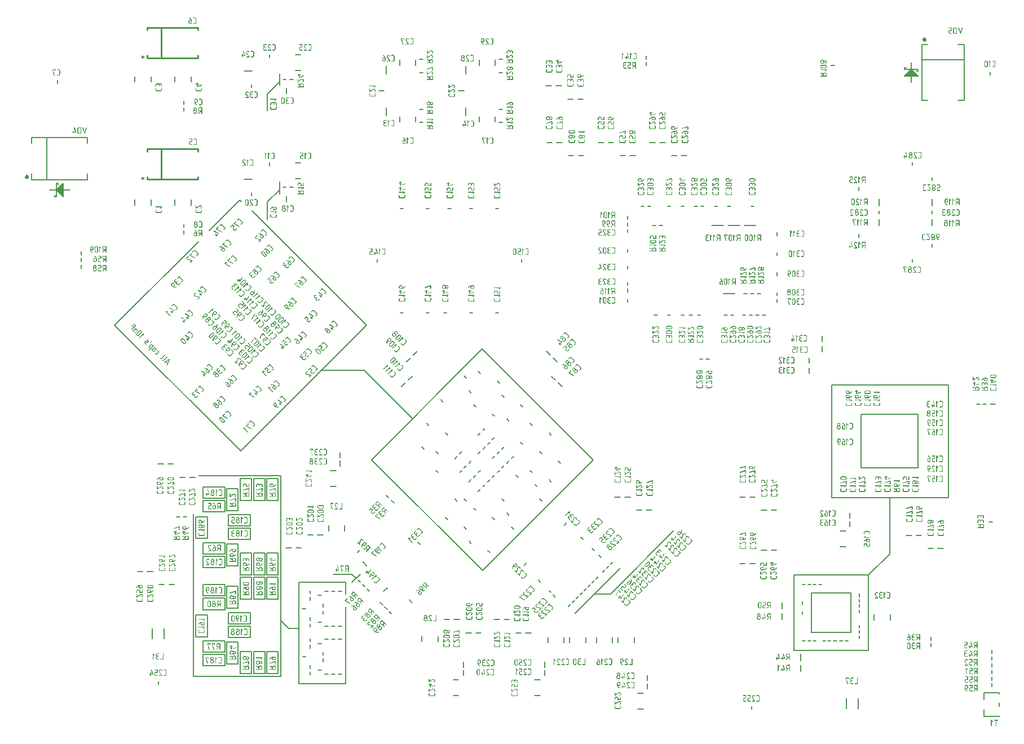
<source format=gbo>
G04 Layer_Color=32896*
%FSLAX44Y44*%
%MOMM*%
G71*
G01*
G75*
%ADD68C,0.3500*%
%ADD70C,0.1500*%
%ADD101C,0.1778*%
%ADD103C,0.2540*%
%ADD104C,0.2000*%
G36*
X913955Y1207614D02*
X914063D01*
X914191Y1207578D01*
X914254Y1207533D01*
X914317Y1207487D01*
X914326Y1207478D01*
X914354Y1207451D01*
X914381Y1207405D01*
X914417Y1207351D01*
X914444Y1207270D01*
X914481Y1207179D01*
X914499Y1207070D01*
X914508Y1206952D01*
X914499Y1204295D01*
Y1204276D01*
X914490Y1204249D01*
Y1204195D01*
X914472Y1204140D01*
X914435Y1203995D01*
X914390Y1203932D01*
X914336Y1203859D01*
X914326Y1203850D01*
X914308Y1203832D01*
X914263Y1203805D01*
X914218Y1203777D01*
X914082Y1203714D01*
X914000Y1203687D01*
X913900Y1203678D01*
X913882D01*
X913855Y1203687D01*
X913810Y1203696D01*
X913746Y1203705D01*
X913610Y1203750D01*
X913537Y1203805D01*
X913465Y1203859D01*
X913456Y1203868D01*
X913447Y1203895D01*
X913419Y1203941D01*
X913401Y1203995D01*
X913374Y1204077D01*
Y1204186D01*
X913383Y1204304D01*
X913410Y1204458D01*
X913438Y1205628D01*
X908331Y1200521D01*
X908322Y1200512D01*
X908295Y1200485D01*
X908250Y1200458D01*
X908195Y1200422D01*
X908059Y1200358D01*
X907978Y1200331D01*
X907887D01*
X907878Y1200340D01*
X907841D01*
X907796Y1200349D01*
X907742Y1200367D01*
X907606Y1200431D01*
X907542Y1200476D01*
X907470Y1200530D01*
X907460Y1200539D01*
X907442Y1200558D01*
X907415Y1200603D01*
X907379Y1200657D01*
X907315Y1200775D01*
X907288Y1200857D01*
X907279Y1200939D01*
Y1200957D01*
Y1200975D01*
X907288Y1201020D01*
X907297Y1201084D01*
X907315Y1201156D01*
X907352Y1201229D01*
X907406Y1201301D01*
X907470Y1201383D01*
X913474Y1207387D01*
X913483Y1207396D01*
X913510Y1207424D01*
X913556Y1207451D01*
X913601Y1207496D01*
X913746Y1207569D01*
X913828Y1207596D01*
X913918Y1207614D01*
X913927Y1207623D01*
X913955Y1207614D01*
D02*
G37*
G36*
X909311Y1211641D02*
X909392Y1211632D01*
X909483Y1211614D01*
X909692Y1211569D01*
X909937Y1211487D01*
X910200Y1211369D01*
X910463Y1211215D01*
X910590Y1211106D01*
X910717Y1210997D01*
X911116Y1210598D01*
X911125Y1210589D01*
X911143Y1210571D01*
X911179Y1210535D01*
X911216Y1210480D01*
X911261Y1210417D01*
X911315Y1210344D01*
X911442Y1210163D01*
X911560Y1209936D01*
X911669Y1209664D01*
X911705Y1209519D01*
X911742Y1209356D01*
X911760Y1209192D01*
X911769Y1209020D01*
Y1209002D01*
Y1208984D01*
Y1208929D01*
X911760Y1208866D01*
X911751Y1208784D01*
X911732Y1208693D01*
X911687Y1208485D01*
X911615Y1208249D01*
X911497Y1207986D01*
X911342Y1207723D01*
X911234Y1207596D01*
X911125Y1207469D01*
X907388Y1203732D01*
X907379Y1203723D01*
X907361Y1203705D01*
X907324Y1203669D01*
X907270Y1203632D01*
X907216Y1203578D01*
X907134Y1203533D01*
X906953Y1203406D01*
X906735Y1203297D01*
X906481Y1203188D01*
X906200Y1203124D01*
X906055Y1203106D01*
X905819D01*
X905737Y1203115D01*
X905656Y1203124D01*
X905556Y1203134D01*
X905329Y1203179D01*
X905066Y1203260D01*
X904794Y1203369D01*
X904513Y1203524D01*
X904386Y1203632D01*
X904259Y1203741D01*
X903860Y1204140D01*
X903851Y1204149D01*
X903832Y1204167D01*
X903796Y1204204D01*
X903760Y1204258D01*
X903715Y1204322D01*
X903651Y1204403D01*
X903524Y1204585D01*
X903406Y1204811D01*
X903306Y1205075D01*
X903252Y1205220D01*
X903225Y1205374D01*
X903198Y1205528D01*
Y1205691D01*
Y1205710D01*
Y1205728D01*
Y1205782D01*
X903207Y1205845D01*
X903216Y1205927D01*
X903234Y1206018D01*
X903270Y1206236D01*
X903352Y1206480D01*
X903470Y1206743D01*
X903633Y1207016D01*
X903742Y1207142D01*
X903851Y1207270D01*
X907588Y1211006D01*
X907597Y1211015D01*
X907615Y1211034D01*
X907651Y1211070D01*
X907705Y1211106D01*
X907769Y1211152D01*
X907841Y1211206D01*
X908023Y1211333D01*
X908250Y1211451D01*
X908522Y1211560D01*
X908667Y1211596D01*
X908821Y1211623D01*
X908984Y1211641D01*
X909157Y1211650D01*
X909247D01*
X909311Y1211641D01*
D02*
G37*
G36*
X904340Y1216122D02*
X904395D01*
X904458Y1216113D01*
X904549D01*
X904649Y1216104D01*
X904776Y1216086D01*
X904903Y1216067D01*
X905057Y1216040D01*
X905211Y1215995D01*
X905374Y1215940D01*
X905719Y1215795D01*
X905891Y1215714D01*
X906055Y1215605D01*
X906218Y1215478D01*
X906381Y1215333D01*
X906390Y1215324D01*
X906399Y1215315D01*
X906454Y1215260D01*
X906535Y1215160D01*
X906626Y1215033D01*
X906717Y1214870D01*
X906826Y1214689D01*
X906907Y1214480D01*
X906980Y1214244D01*
X906989Y1214217D01*
X906998Y1214136D01*
X907016Y1214008D01*
X907034Y1213845D01*
X907043Y1213655D01*
Y1213437D01*
X907025Y1213201D01*
X906980Y1212956D01*
X906971Y1212929D01*
X906944Y1212866D01*
X906898Y1212784D01*
X906826Y1212693D01*
X906816Y1212684D01*
X906798Y1212666D01*
X906753Y1212639D01*
X906699Y1212603D01*
X906635Y1212576D01*
X906563Y1212539D01*
X906472Y1212521D01*
X906363D01*
X906336Y1212530D01*
X906290Y1212539D01*
X906236Y1212557D01*
X906100Y1212603D01*
X906037Y1212648D01*
X905964Y1212702D01*
X905955Y1212711D01*
X905928Y1212739D01*
X905891Y1212793D01*
X905855Y1212866D01*
X905819Y1212938D01*
X905792Y1213038D01*
Y1213147D01*
X905810Y1213256D01*
Y1213274D01*
X905819Y1213319D01*
X905828Y1213383D01*
X905837Y1213483D01*
X905846Y1213582D01*
X905837Y1213700D01*
X905828Y1213818D01*
X905801Y1213936D01*
Y1213954D01*
X905782Y1213990D01*
X905755Y1214054D01*
X905728Y1214136D01*
X905692Y1214226D01*
X905628Y1214326D01*
X905556Y1214417D01*
X905474Y1214517D01*
X905465Y1214526D01*
X905456Y1214535D01*
X905402Y1214589D01*
X905302Y1214652D01*
X905184Y1214734D01*
X905030Y1214816D01*
X904857Y1214897D01*
X904658Y1214952D01*
X904440Y1214988D01*
X904349D01*
X904241Y1214970D01*
X904096Y1214952D01*
X903941Y1214906D01*
X903778Y1214834D01*
X903615Y1214743D01*
X903461Y1214607D01*
X903452Y1214598D01*
X903424Y1214571D01*
X903388Y1214517D01*
X903325Y1214453D01*
X903270Y1214362D01*
X903216Y1214272D01*
X903161Y1214163D01*
X903116Y1214045D01*
X901656Y1207669D01*
X901647Y1207660D01*
Y1207623D01*
X901628Y1207587D01*
X901601Y1207523D01*
X901538Y1207405D01*
X901447Y1207279D01*
X901429Y1207260D01*
X901384Y1207233D01*
X901302Y1207188D01*
X901211Y1207152D01*
X901093Y1207142D01*
X900948Y1207161D01*
X900876Y1207197D01*
X900794Y1207242D01*
X900712Y1207288D01*
X900631Y1207369D01*
X897964Y1210036D01*
X897955Y1210045D01*
X897928Y1210072D01*
X897901Y1210117D01*
X897864Y1210172D01*
X897801Y1210308D01*
X897774Y1210390D01*
Y1210480D01*
Y1210498D01*
X897783Y1210526D01*
X897792Y1210571D01*
X897801Y1210635D01*
X897855Y1210761D01*
X897901Y1210825D01*
X897955Y1210898D01*
X897964Y1210907D01*
X897982Y1210925D01*
X898028Y1210952D01*
X898082Y1210988D01*
X898200Y1211052D01*
X898291Y1211070D01*
X898372Y1211079D01*
X898409D01*
X898454Y1211070D01*
X898517Y1211061D01*
X898590Y1211043D01*
X898662Y1211006D01*
X898735Y1210952D01*
X898817Y1210889D01*
X900785Y1208920D01*
X901928Y1214344D01*
X901937Y1214353D01*
Y1214371D01*
X901964Y1214453D01*
X902019Y1214580D01*
X902082Y1214734D01*
X902173Y1214897D01*
X902291Y1215088D01*
X902427Y1215278D01*
X902581Y1215451D01*
X902590Y1215460D01*
X902617Y1215487D01*
X902653Y1215523D01*
X902717Y1215569D01*
X902789Y1215623D01*
X902871Y1215686D01*
X903080Y1215823D01*
X903343Y1215940D01*
X903479Y1216004D01*
X903633Y1216049D01*
X903796Y1216086D01*
X903969Y1216113D01*
X904150Y1216131D01*
X904340Y1216122D01*
D02*
G37*
G36*
X1256197Y706825D02*
X1256261D01*
X1256415Y706774D01*
X1256492Y706736D01*
X1256569Y706684D01*
X1256582D01*
X1256595Y706659D01*
X1256672Y706582D01*
X1256736Y706466D01*
X1256749Y706389D01*
X1256761Y706312D01*
Y706300D01*
Y706261D01*
X1256749Y706210D01*
X1256736Y706146D01*
X1256697Y706069D01*
X1256659Y705979D01*
X1256595Y705889D01*
X1256518Y705799D01*
X1254632Y703927D01*
X1254619Y703914D01*
X1254594Y703901D01*
X1254555Y703862D01*
X1254504Y703837D01*
X1254376Y703760D01*
X1254299Y703747D01*
X1254209Y703734D01*
X1254170D01*
X1254119Y703747D01*
X1254068Y703760D01*
X1253927Y703811D01*
X1253850Y703850D01*
X1253773Y703914D01*
X1253760Y703927D01*
X1253747Y703952D01*
X1253721Y703991D01*
X1253683Y704042D01*
X1253619Y704170D01*
X1253606Y704260D01*
X1253593Y704350D01*
Y704363D01*
X1253606Y704388D01*
X1253619Y704440D01*
X1253644Y704491D01*
X1253683Y704568D01*
X1253760Y704645D01*
X1253850Y704722D01*
X1253978Y704812D01*
X1254825Y705620D01*
X1247552D01*
X1247500Y705633D01*
X1247436Y705645D01*
X1247295Y705697D01*
X1247218Y705735D01*
X1247154Y705799D01*
Y705812D01*
X1247128Y705838D01*
X1247103Y705876D01*
X1247077Y705928D01*
X1247026Y706069D01*
X1247013Y706146D01*
X1247000Y706235D01*
Y706248D01*
Y706274D01*
X1247013Y706325D01*
X1247026Y706389D01*
X1247064Y706518D01*
X1247103Y706595D01*
X1247154Y706659D01*
X1247167Y706672D01*
X1247180Y706684D01*
X1247218Y706710D01*
X1247269Y706749D01*
X1247334Y706787D01*
X1247411Y706813D01*
X1247500Y706825D01*
X1247603Y706838D01*
X1256146D01*
X1256197Y706825D01*
D02*
G37*
G36*
X1256184Y701990D02*
X1256235D01*
X1256376Y701938D01*
X1256453Y701900D01*
X1256518Y701849D01*
X1256531Y701836D01*
X1256543Y701823D01*
X1256569Y701785D01*
X1256607Y701733D01*
X1256646Y701669D01*
X1256672Y701592D01*
X1256684Y701489D01*
X1256697Y701387D01*
Y699027D01*
Y699014D01*
Y698988D01*
Y698950D01*
X1256684Y698886D01*
Y698809D01*
X1256672Y698732D01*
X1256620Y698526D01*
X1256556Y698308D01*
X1256453Y698065D01*
X1256300Y697821D01*
X1256210Y697706D01*
X1256107Y697590D01*
X1256094D01*
X1256081Y697564D01*
X1256004Y697500D01*
X1255876Y697398D01*
X1255710Y697295D01*
X1255504Y697192D01*
X1255261Y697090D01*
X1254978Y697026D01*
X1254837Y697013D01*
X1254683Y697000D01*
X1248950D01*
X1248886Y697013D01*
X1248809D01*
X1248732Y697026D01*
X1248539Y697064D01*
X1248308Y697141D01*
X1248090Y697231D01*
X1247859Y697372D01*
X1247757Y697449D01*
X1247654Y697552D01*
X1247641Y697564D01*
X1247628Y697577D01*
X1247590Y697616D01*
X1247552Y697667D01*
X1247449Y697795D01*
X1247334Y697975D01*
X1247205Y698193D01*
X1247103Y698437D01*
X1247026Y698719D01*
X1247013Y698873D01*
X1247000Y699027D01*
Y701387D01*
Y701400D01*
Y701438D01*
X1247013Y701489D01*
X1247026Y701554D01*
X1247077Y701695D01*
X1247115Y701772D01*
X1247180Y701836D01*
X1247192Y701849D01*
X1247218Y701861D01*
X1247256Y701887D01*
X1247308Y701926D01*
X1247436Y701977D01*
X1247513Y701990D01*
X1247603Y702002D01*
X1247641D01*
X1247693Y701990D01*
X1247757Y701977D01*
X1247885Y701938D01*
X1247962Y701887D01*
X1248026Y701836D01*
X1248039Y701823D01*
X1248052Y701810D01*
X1248077Y701772D01*
X1248116Y701720D01*
X1248154Y701656D01*
X1248180Y701579D01*
X1248193Y701489D01*
X1248206Y701387D01*
Y699027D01*
Y699014D01*
Y698975D01*
X1248219Y698911D01*
X1248231Y698834D01*
X1248257Y698745D01*
X1248308Y698655D01*
X1248360Y698552D01*
X1248437Y698462D01*
X1248449Y698449D01*
X1248475Y698424D01*
X1248526Y698385D01*
X1248603Y698347D01*
X1248680Y698308D01*
X1248783Y698270D01*
X1248898Y698244D01*
X1249027Y698231D01*
X1254747D01*
X1254799Y698244D01*
X1254889Y698257D01*
X1254978Y698283D01*
X1255068Y698334D01*
X1255158Y698385D01*
X1255248Y698462D01*
X1255261Y698475D01*
X1255286Y698501D01*
X1255325Y698552D01*
X1255363Y698616D01*
X1255402Y698706D01*
X1255440Y698796D01*
X1255466Y698911D01*
X1255479Y699027D01*
Y701387D01*
Y701400D01*
Y701438D01*
X1255491Y701489D01*
X1255504Y701554D01*
X1255530Y701618D01*
X1255556Y701695D01*
X1255607Y701772D01*
X1255671Y701836D01*
X1255684Y701849D01*
X1255710Y701861D01*
X1255748Y701887D01*
X1255799Y701926D01*
X1255928Y701977D01*
X1256004Y701990D01*
X1256094Y702002D01*
X1256133D01*
X1256184Y701990D01*
D02*
G37*
G36*
X917383Y1204149D02*
X917447Y1204140D01*
X917519Y1204122D01*
X917592Y1204086D01*
X917673Y1204022D01*
X917755Y1203959D01*
X919424Y1202290D01*
X919433Y1202281D01*
X919451Y1202263D01*
X919478Y1202236D01*
X919515Y1202181D01*
X919569Y1202127D01*
X919614Y1202063D01*
X919723Y1201882D01*
X919832Y1201682D01*
X919932Y1201437D01*
X919995Y1201156D01*
X920014Y1201011D01*
X920023Y1200857D01*
X920014Y1200848D01*
X920023Y1200821D01*
X920014Y1200721D01*
X919995Y1200558D01*
X919950Y1200367D01*
X919877Y1200150D01*
X919778Y1199905D01*
X919623Y1199660D01*
X919533Y1199551D01*
X919433Y1199433D01*
X915433Y1195433D01*
X915424Y1195424D01*
X915406Y1195406D01*
X915379Y1195379D01*
X915324Y1195342D01*
X915270Y1195288D01*
X915206Y1195243D01*
X915043Y1195134D01*
X914825Y1195025D01*
X914608Y1194934D01*
X914345Y1194871D01*
X914218Y1194853D01*
X913982D01*
X913918Y1194862D01*
X913755Y1194880D01*
X913547Y1194925D01*
X913302Y1194989D01*
X913057Y1195088D01*
X912803Y1195234D01*
X912685Y1195333D01*
X912567Y1195433D01*
X910898Y1197102D01*
X910889Y1197111D01*
X910862Y1197138D01*
X910835Y1197184D01*
X910798Y1197238D01*
X910735Y1197374D01*
X910708Y1197456D01*
Y1197546D01*
Y1197564D01*
X910717Y1197592D01*
X910726Y1197637D01*
X910735Y1197701D01*
X910789Y1197828D01*
X910835Y1197891D01*
X910889Y1197964D01*
X910898Y1197973D01*
X910916Y1197991D01*
X910962Y1198018D01*
X911016Y1198054D01*
X911134Y1198118D01*
X911225Y1198136D01*
X911306Y1198145D01*
X911342D01*
X911388Y1198136D01*
X911451Y1198127D01*
X911524Y1198109D01*
X911596Y1198073D01*
X911669Y1198018D01*
X911751Y1197955D01*
X913419Y1196286D01*
X913429Y1196277D01*
X913456Y1196249D01*
X913510Y1196213D01*
X913574Y1196168D01*
X913655Y1196122D01*
X913755Y1196095D01*
X913864Y1196059D01*
X913982Y1196050D01*
X914036D01*
X914100Y1196059D01*
X914181Y1196086D01*
X914263Y1196113D01*
X914363Y1196159D01*
X914463Y1196222D01*
X914562Y1196304D01*
X918562Y1200304D01*
X918571Y1200313D01*
X918608Y1200349D01*
X918635Y1200394D01*
X918689Y1200467D01*
X918735Y1200549D01*
X918762Y1200648D01*
X918789Y1200748D01*
X918798Y1200866D01*
Y1200884D01*
Y1200920D01*
X918789Y1200984D01*
X918771Y1201057D01*
X918735Y1201147D01*
X918698Y1201238D01*
X918635Y1201338D01*
X918562Y1201428D01*
X916893Y1203097D01*
X916884Y1203106D01*
X916857Y1203134D01*
X916830Y1203179D01*
X916794Y1203233D01*
X916766Y1203297D01*
X916730Y1203369D01*
X916712Y1203460D01*
Y1203551D01*
Y1203569D01*
X916721Y1203596D01*
X916730Y1203642D01*
X916739Y1203705D01*
X916794Y1203832D01*
X916839Y1203895D01*
X916893Y1203968D01*
X916902Y1203977D01*
X916921Y1203995D01*
X916966Y1204022D01*
X917002Y1204059D01*
X917138Y1204122D01*
X917220Y1204149D01*
X917301Y1204158D01*
X917338D01*
X917383Y1204149D01*
D02*
G37*
G36*
X882383Y1132149D02*
X882447Y1132140D01*
X882519Y1132122D01*
X882592Y1132086D01*
X882673Y1132022D01*
X882755Y1131959D01*
X884424Y1130290D01*
X884433Y1130281D01*
X884451Y1130263D01*
X884478Y1130236D01*
X884515Y1130181D01*
X884569Y1130127D01*
X884614Y1130063D01*
X884723Y1129882D01*
X884832Y1129682D01*
X884932Y1129437D01*
X884995Y1129156D01*
X885014Y1129011D01*
X885023Y1128857D01*
X885014Y1128848D01*
X885023Y1128821D01*
X885014Y1128721D01*
X884995Y1128558D01*
X884950Y1128367D01*
X884877Y1128149D01*
X884778Y1127905D01*
X884623Y1127660D01*
X884533Y1127551D01*
X884433Y1127433D01*
X880433Y1123433D01*
X880424Y1123424D01*
X880406Y1123406D01*
X880379Y1123379D01*
X880324Y1123342D01*
X880270Y1123288D01*
X880206Y1123243D01*
X880043Y1123134D01*
X879825Y1123025D01*
X879608Y1122934D01*
X879345Y1122871D01*
X879218Y1122853D01*
X878982D01*
X878918Y1122862D01*
X878755Y1122880D01*
X878547Y1122925D01*
X878302Y1122989D01*
X878057Y1123088D01*
X877803Y1123233D01*
X877685Y1123333D01*
X877567Y1123433D01*
X875898Y1125102D01*
X875889Y1125111D01*
X875862Y1125138D01*
X875835Y1125184D01*
X875798Y1125238D01*
X875735Y1125374D01*
X875708Y1125456D01*
Y1125546D01*
Y1125564D01*
X875717Y1125592D01*
X875726Y1125637D01*
X875735Y1125701D01*
X875789Y1125828D01*
X875835Y1125891D01*
X875889Y1125964D01*
X875898Y1125973D01*
X875916Y1125991D01*
X875962Y1126018D01*
X876016Y1126054D01*
X876134Y1126118D01*
X876225Y1126136D01*
X876306Y1126145D01*
X876342D01*
X876388Y1126136D01*
X876451Y1126127D01*
X876524Y1126109D01*
X876596Y1126072D01*
X876669Y1126018D01*
X876751Y1125955D01*
X878419Y1124286D01*
X878429Y1124277D01*
X878456Y1124249D01*
X878510Y1124213D01*
X878574Y1124168D01*
X878655Y1124122D01*
X878755Y1124095D01*
X878864Y1124059D01*
X878982Y1124050D01*
X879036D01*
X879100Y1124059D01*
X879181Y1124086D01*
X879263Y1124113D01*
X879363Y1124159D01*
X879463Y1124222D01*
X879562Y1124304D01*
X883562Y1128304D01*
X883571Y1128313D01*
X883608Y1128349D01*
X883635Y1128394D01*
X883689Y1128467D01*
X883735Y1128549D01*
X883762Y1128648D01*
X883789Y1128748D01*
X883798Y1128866D01*
Y1128884D01*
Y1128920D01*
X883789Y1128984D01*
X883771Y1129056D01*
X883735Y1129147D01*
X883698Y1129238D01*
X883635Y1129338D01*
X883562Y1129428D01*
X881893Y1131097D01*
X881884Y1131106D01*
X881857Y1131134D01*
X881830Y1131179D01*
X881794Y1131233D01*
X881766Y1131297D01*
X881730Y1131369D01*
X881712Y1131460D01*
Y1131551D01*
Y1131569D01*
X881721Y1131596D01*
X881730Y1131641D01*
X881739Y1131705D01*
X881794Y1131832D01*
X881839Y1131895D01*
X881893Y1131968D01*
X881902Y1131977D01*
X881921Y1131995D01*
X881966Y1132022D01*
X882002Y1132059D01*
X882138Y1132122D01*
X882220Y1132149D01*
X882301Y1132159D01*
X882338D01*
X882383Y1132149D01*
D02*
G37*
G36*
X868828Y1252723D02*
X868891Y1252714D01*
X869027Y1252650D01*
X869091Y1252605D01*
X869164Y1252551D01*
X869173Y1252541D01*
X869191Y1252523D01*
X869209Y1252505D01*
X869236Y1252460D01*
X869290Y1252351D01*
X869336Y1252215D01*
Y1252179D01*
X869345Y1252097D01*
X869327Y1251970D01*
X869272Y1251825D01*
X865935Y1245839D01*
X865925Y1245829D01*
Y1245811D01*
X865898Y1245784D01*
X865862Y1245730D01*
X865853Y1245721D01*
X865835Y1245703D01*
X865780Y1245630D01*
X865762Y1245612D01*
X865717Y1245585D01*
X865635Y1245539D01*
X865545Y1245503D01*
X865417Y1245485D01*
X865272Y1245503D01*
X865209Y1245530D01*
X865127Y1245576D01*
X865046Y1245621D01*
X864964Y1245703D01*
X863059Y1247607D01*
X862152Y1246700D01*
X862143Y1246691D01*
X862116Y1246664D01*
X862071Y1246637D01*
X862016Y1246600D01*
X861880Y1246537D01*
X861799Y1246510D01*
X861708D01*
X861699Y1246519D01*
X861626D01*
X861572Y1246537D01*
X861436Y1246600D01*
X861372Y1246646D01*
X861300Y1246700D01*
X861291Y1246709D01*
X861264Y1246737D01*
X861245Y1246773D01*
X861209Y1246827D01*
X861136Y1246954D01*
X861109Y1247036D01*
X861100Y1247117D01*
Y1247136D01*
Y1247154D01*
X861109Y1247199D01*
X861118Y1247263D01*
X861136Y1247335D01*
X861173Y1247408D01*
X861227Y1247480D01*
X861291Y1247562D01*
X862198Y1248469D01*
X861635Y1249031D01*
X861626Y1249040D01*
X861599Y1249068D01*
X861572Y1249113D01*
X861526Y1249176D01*
X861463Y1249313D01*
X861436Y1249394D01*
Y1249485D01*
Y1249503D01*
X861445Y1249530D01*
X861454Y1249576D01*
X861472Y1249630D01*
X861526Y1249757D01*
X861572Y1249838D01*
X861635Y1249902D01*
X861644Y1249911D01*
X861663Y1249929D01*
X861708Y1249956D01*
X861744Y1249993D01*
X861880Y1250056D01*
X861953Y1250074D01*
X862034Y1250083D01*
X862071D01*
X862116Y1250074D01*
X862179Y1250065D01*
X862252Y1250047D01*
X862325Y1250011D01*
X862406Y1249947D01*
X862488Y1249884D01*
X863050Y1249322D01*
X863966Y1250238D01*
X863975Y1250247D01*
X864003Y1250274D01*
X864039Y1250292D01*
X864093Y1250328D01*
X864157Y1250356D01*
X864229Y1250392D01*
X864311Y1250401D01*
X864438D01*
X864483Y1250392D01*
X864547Y1250383D01*
X864683Y1250319D01*
X864746Y1250274D01*
X864819Y1250219D01*
X864828Y1250210D01*
X864846Y1250192D01*
X864873Y1250147D01*
X864910Y1250092D01*
X864982Y1249966D01*
X865000Y1249875D01*
X865009Y1249793D01*
Y1249775D01*
Y1249757D01*
X865000Y1249712D01*
X864982Y1249657D01*
X864937Y1249521D01*
X864882Y1249448D01*
X864828Y1249376D01*
X863912Y1248460D01*
X865272Y1247099D01*
X868193Y1252432D01*
X868202Y1252442D01*
X868229Y1252487D01*
X868266Y1252523D01*
X868311Y1252569D01*
X868320Y1252578D01*
X868338Y1252596D01*
X868383Y1252623D01*
X868438Y1252659D01*
X868501Y1252686D01*
X868565Y1252714D01*
X868655Y1252732D01*
X868783D01*
X868828Y1252723D01*
D02*
G37*
G36*
X874311Y1139641D02*
X874392Y1139632D01*
X874483Y1139614D01*
X874692Y1139569D01*
X874937Y1139487D01*
X875200Y1139369D01*
X875463Y1139215D01*
X875590Y1139106D01*
X875717Y1138997D01*
X876116Y1138598D01*
X876125Y1138589D01*
X876143Y1138571D01*
X876179Y1138535D01*
X876216Y1138480D01*
X876261Y1138417D01*
X876315Y1138344D01*
X876442Y1138163D01*
X876560Y1137936D01*
X876669Y1137664D01*
X876705Y1137519D01*
X876742Y1137356D01*
X876760Y1137192D01*
X876769Y1137020D01*
Y1137002D01*
Y1136984D01*
Y1136929D01*
X876760Y1136866D01*
X876751Y1136784D01*
X876732Y1136693D01*
X876687Y1136485D01*
X876615Y1136249D01*
X876497Y1135986D01*
X876342Y1135723D01*
X876234Y1135596D01*
X876125Y1135469D01*
X872388Y1131732D01*
X872379Y1131723D01*
X872361Y1131705D01*
X872325Y1131669D01*
X872270Y1131632D01*
X872216Y1131578D01*
X872134Y1131533D01*
X871953Y1131406D01*
X871735Y1131297D01*
X871481Y1131188D01*
X871200Y1131124D01*
X871055Y1131106D01*
X870819D01*
X870737Y1131115D01*
X870656Y1131124D01*
X870556Y1131134D01*
X870329Y1131179D01*
X870066Y1131261D01*
X869794Y1131369D01*
X869513Y1131524D01*
X869386Y1131632D01*
X869259Y1131741D01*
X868860Y1132140D01*
X868851Y1132149D01*
X868832Y1132168D01*
X868796Y1132204D01*
X868760Y1132258D01*
X868715Y1132322D01*
X868651Y1132403D01*
X868524Y1132585D01*
X868406Y1132812D01*
X868306Y1133074D01*
X868252Y1133220D01*
X868225Y1133374D01*
X868198Y1133528D01*
Y1133691D01*
Y1133709D01*
Y1133728D01*
Y1133782D01*
X868207Y1133846D01*
X868216Y1133927D01*
X868234Y1134018D01*
X868270Y1134236D01*
X868352Y1134480D01*
X868470Y1134743D01*
X868633Y1135015D01*
X868742Y1135143D01*
X868851Y1135269D01*
X872588Y1139006D01*
X872597Y1139015D01*
X872615Y1139034D01*
X872651Y1139070D01*
X872705Y1139106D01*
X872769Y1139152D01*
X872841Y1139206D01*
X873023Y1139333D01*
X873250Y1139451D01*
X873522Y1139560D01*
X873667Y1139596D01*
X873821Y1139623D01*
X873984Y1139641D01*
X874157Y1139650D01*
X874247D01*
X874311Y1139641D01*
D02*
G37*
G36*
X869794Y1144213D02*
X869903Y1144194D01*
X870012Y1144176D01*
X870139Y1144140D01*
X870275Y1144095D01*
X870420Y1144040D01*
X870565Y1143968D01*
X870719Y1143886D01*
X870873Y1143786D01*
X871018Y1143659D01*
X871182Y1143514D01*
X872515Y1142181D01*
X872524Y1142172D01*
X872551Y1142145D01*
X872578Y1142099D01*
X872615Y1142045D01*
X872651Y1141972D01*
X872687Y1141900D01*
X872705Y1141809D01*
Y1141718D01*
X872696Y1141709D01*
X872705Y1141682D01*
X872696Y1141637D01*
X872678Y1141582D01*
X872624Y1141455D01*
X872578Y1141392D01*
X872533Y1141328D01*
X872524Y1141319D01*
X872506Y1141301D01*
X872460Y1141274D01*
X872406Y1141238D01*
X872261Y1141165D01*
X872188Y1141147D01*
X872098Y1141129D01*
X872061D01*
X872016Y1141138D01*
X871953Y1141147D01*
X871880Y1141165D01*
X871807Y1141201D01*
X871735Y1141256D01*
X871653Y1141319D01*
X870320Y1142653D01*
X870311Y1142662D01*
X870302Y1142671D01*
X870247Y1142725D01*
X870157Y1142779D01*
X870039Y1142861D01*
X869903Y1142943D01*
X869740Y1142997D01*
X869567Y1143043D01*
X869377Y1143052D01*
X869359D01*
X869295Y1143043D01*
X869222Y1143024D01*
X869105Y1142997D01*
X868978Y1142943D01*
X868851Y1142870D01*
X868706Y1142779D01*
X868569Y1142662D01*
X868551Y1142643D01*
X868506Y1142598D01*
X868443Y1142516D01*
X868379Y1142417D01*
X868297Y1142281D01*
X868234Y1142126D01*
X868170Y1141954D01*
X868143Y1141764D01*
Y1141746D01*
Y1141673D01*
X868161Y1141582D01*
X868179Y1141455D01*
X868234Y1141310D01*
X868297Y1141156D01*
X868388Y1140993D01*
X868515Y1140848D01*
X869186Y1140176D01*
X869195Y1140167D01*
X869222Y1140140D01*
X869250Y1140095D01*
X869286Y1140040D01*
X869350Y1139904D01*
X869377Y1139823D01*
Y1139732D01*
X869368Y1139723D01*
X869377Y1139696D01*
X869368Y1139650D01*
X869350Y1139596D01*
X869286Y1139460D01*
X869241Y1139396D01*
X869186Y1139324D01*
X869177Y1139315D01*
X869159Y1139297D01*
X869114Y1139269D01*
X869059Y1139233D01*
X868923Y1139170D01*
X868851Y1139152D01*
X868760Y1139133D01*
X868724D01*
X868678Y1139142D01*
X868615Y1139152D01*
X868470Y1139206D01*
X868397Y1139260D01*
X868325Y1139315D01*
X867653Y1139986D01*
X867644Y1139995D01*
X867617Y1140022D01*
X867581Y1140059D01*
X867526Y1140095D01*
X867399Y1140185D01*
X867236Y1140258D01*
X867227Y1140267D01*
X867200Y1140276D01*
X867154Y1140285D01*
X867091Y1140312D01*
X866937Y1140340D01*
X866755Y1140358D01*
X866665D01*
X866601Y1140349D01*
X866447Y1140322D01*
X866275Y1140258D01*
X866266Y1140249D01*
X866238Y1140240D01*
X866193Y1140231D01*
X866139Y1140194D01*
X866003Y1140113D01*
X865867Y1139995D01*
X865186Y1139315D01*
X865177Y1139306D01*
X865159Y1139287D01*
X865123Y1139251D01*
X865087Y1139197D01*
X864987Y1139061D01*
X864905Y1138888D01*
X864896Y1138879D01*
X864887Y1138852D01*
X864878Y1138807D01*
X864851Y1138743D01*
X864824Y1138589D01*
X864805Y1138408D01*
Y1138390D01*
Y1138372D01*
Y1138317D01*
X864824Y1138263D01*
X864851Y1138108D01*
X864905Y1137927D01*
X864914Y1137918D01*
X864923Y1137891D01*
X864941Y1137854D01*
X864978Y1137800D01*
X865059Y1137664D01*
X865186Y1137519D01*
X866520Y1136186D01*
X866529Y1136177D01*
X866556Y1136149D01*
X866583Y1136104D01*
X866619Y1136049D01*
X866656Y1135977D01*
X866692Y1135904D01*
X866710Y1135814D01*
Y1135723D01*
X866701Y1135714D01*
Y1135678D01*
X866692Y1135632D01*
X866674Y1135578D01*
X866619Y1135451D01*
X866574Y1135387D01*
X866520Y1135315D01*
X866511Y1135306D01*
X866492Y1135288D01*
X866447Y1135260D01*
X866402Y1135233D01*
X866266Y1135170D01*
X866184Y1135143D01*
X866102Y1135133D01*
X866066D01*
X866021Y1135143D01*
X865957Y1135152D01*
X865885Y1135170D01*
X865812Y1135206D01*
X865740Y1135260D01*
X865658Y1135324D01*
X864325Y1136657D01*
X864316Y1136666D01*
X864288Y1136693D01*
X864252Y1136730D01*
X864207Y1136793D01*
X864152Y1136866D01*
X864089Y1136947D01*
X863953Y1137156D01*
X863826Y1137410D01*
X863708Y1137709D01*
X863653Y1137873D01*
X863617Y1138054D01*
X863590Y1138226D01*
X863581Y1138417D01*
Y1138435D01*
X863590Y1138462D01*
Y1138517D01*
Y1138589D01*
X863608Y1138680D01*
X863617Y1138780D01*
X863644Y1138897D01*
X863672Y1139034D01*
X863762Y1139306D01*
X863889Y1139596D01*
X863971Y1139750D01*
X864071Y1139904D01*
X864189Y1140040D01*
X864316Y1140185D01*
X864996Y1140866D01*
X865005Y1140875D01*
X865014Y1140884D01*
X865068Y1140938D01*
X865159Y1141011D01*
X865277Y1141093D01*
X865422Y1141201D01*
X865585Y1141292D01*
X865767Y1141383D01*
X865966Y1141455D01*
X865993Y1141464D01*
X866057Y1141473D01*
X866157Y1141501D01*
X866293Y1141528D01*
X866438Y1141546D01*
X866610Y1141555D01*
X866783Y1141546D01*
X866955Y1141519D01*
X866946Y1141546D01*
X866937Y1141609D01*
X866928Y1141709D01*
X866919Y1141827D01*
Y1141990D01*
X866928Y1142163D01*
X866973Y1142353D01*
X867028Y1142553D01*
X867037Y1142580D01*
X867064Y1142643D01*
X867118Y1142752D01*
X867182Y1142888D01*
X867272Y1143034D01*
X867381Y1143197D01*
X867517Y1143369D01*
X867663Y1143532D01*
X867672Y1143541D01*
X867699Y1143569D01*
X867735Y1143605D01*
X867789Y1143641D01*
X867862Y1143696D01*
X867944Y1143759D01*
X868161Y1143886D01*
X868415Y1144013D01*
X868569Y1144077D01*
X868724Y1144122D01*
X868896Y1144167D01*
X869077Y1144185D01*
X869268Y1144213D01*
X869467D01*
X869476Y1144222D01*
X869504Y1144213D01*
X869549Y1144222D01*
X869694D01*
X869794Y1144213D01*
D02*
G37*
G36*
X878955Y1135614D02*
X879063D01*
X879191Y1135578D01*
X879254Y1135533D01*
X879317Y1135487D01*
X879326Y1135478D01*
X879354Y1135451D01*
X879381Y1135406D01*
X879417Y1135351D01*
X879444Y1135269D01*
X879481Y1135179D01*
X879499Y1135070D01*
X879508Y1134952D01*
X879499Y1132294D01*
Y1132276D01*
X879490Y1132249D01*
Y1132195D01*
X879472Y1132140D01*
X879435Y1131995D01*
X879390Y1131932D01*
X879336Y1131859D01*
X879326Y1131850D01*
X879308Y1131832D01*
X879263Y1131805D01*
X879218Y1131777D01*
X879082Y1131714D01*
X879000Y1131687D01*
X878900Y1131678D01*
X878882D01*
X878855Y1131687D01*
X878810Y1131696D01*
X878746Y1131705D01*
X878610Y1131750D01*
X878537Y1131805D01*
X878465Y1131859D01*
X878456Y1131868D01*
X878447Y1131895D01*
X878419Y1131941D01*
X878401Y1131995D01*
X878374Y1132077D01*
Y1132186D01*
X878383Y1132304D01*
X878410Y1132458D01*
X878438Y1133628D01*
X873331Y1128521D01*
X873322Y1128512D01*
X873295Y1128485D01*
X873250Y1128458D01*
X873195Y1128422D01*
X873059Y1128358D01*
X872978Y1128331D01*
X872887D01*
X872878Y1128340D01*
X872841D01*
X872796Y1128349D01*
X872742Y1128367D01*
X872606Y1128431D01*
X872542Y1128476D01*
X872470Y1128530D01*
X872460Y1128540D01*
X872442Y1128558D01*
X872415Y1128603D01*
X872379Y1128657D01*
X872315Y1128775D01*
X872288Y1128857D01*
X872279Y1128939D01*
Y1128957D01*
Y1128975D01*
X872288Y1129020D01*
X872297Y1129084D01*
X872315Y1129156D01*
X872352Y1129229D01*
X872406Y1129301D01*
X872470Y1129383D01*
X878474Y1135387D01*
X878483Y1135396D01*
X878510Y1135424D01*
X878556Y1135451D01*
X878601Y1135496D01*
X878746Y1135569D01*
X878828Y1135596D01*
X878918Y1135614D01*
X878928Y1135623D01*
X878955Y1135614D01*
D02*
G37*
G36*
X1247693Y713547D02*
X1247757Y713534D01*
X1247885Y713495D01*
X1247962Y713444D01*
X1248026Y713393D01*
X1248039Y713380D01*
X1248052Y713367D01*
X1248077Y713329D01*
X1248116Y713278D01*
X1248154Y713213D01*
X1248180Y713136D01*
X1248193Y713047D01*
X1248206Y712944D01*
Y710161D01*
X1252849Y713188D01*
X1252862D01*
X1252875Y713201D01*
X1252952Y713239D01*
X1253080Y713290D01*
X1253234Y713354D01*
X1253413Y713406D01*
X1253632Y713457D01*
X1253862Y713495D01*
X1254093Y713508D01*
X1254196D01*
X1254273Y713495D01*
X1254363Y713483D01*
X1254465Y713470D01*
X1254709Y713419D01*
X1254978Y713316D01*
X1255119Y713265D01*
X1255261Y713188D01*
X1255402Y713098D01*
X1255543Y712995D01*
X1255684Y712880D01*
X1255812Y712739D01*
X1255825Y712726D01*
X1255851Y712700D01*
X1255889Y712649D01*
X1255953Y712585D01*
X1256017Y712508D01*
X1256094Y712405D01*
X1256171Y712303D01*
X1256261Y712174D01*
X1256338Y712033D01*
X1256415Y711879D01*
X1256556Y711533D01*
X1256620Y711353D01*
X1256659Y711161D01*
X1256684Y710956D01*
X1256697Y710738D01*
Y710725D01*
Y710712D01*
Y710635D01*
X1256684Y710507D01*
X1256659Y710353D01*
X1256607Y710173D01*
X1256556Y709968D01*
X1256466Y709763D01*
X1256351Y709545D01*
X1256338Y709519D01*
X1256287Y709455D01*
X1256210Y709352D01*
X1256107Y709224D01*
X1255979Y709083D01*
X1255825Y708929D01*
X1255645Y708775D01*
X1255440Y708634D01*
X1255415Y708621D01*
X1255350Y708596D01*
X1255261Y708570D01*
X1255145Y708557D01*
X1255107D01*
X1255055Y708570D01*
X1254991Y708583D01*
X1254927Y708608D01*
X1254850Y708634D01*
X1254773Y708685D01*
X1254709Y708749D01*
X1254696Y708762D01*
X1254683Y708788D01*
X1254658Y708827D01*
X1254632Y708878D01*
X1254568Y709006D01*
X1254555Y709083D01*
X1254542Y709173D01*
Y709186D01*
Y709224D01*
X1254555Y709288D01*
X1254581Y709365D01*
X1254606Y709442D01*
X1254658Y709532D01*
X1254735Y709609D01*
X1254825Y709673D01*
X1254837Y709686D01*
X1254876Y709712D01*
X1254927Y709750D01*
X1255004Y709814D01*
X1255081Y709878D01*
X1255158Y709968D01*
X1255235Y710058D01*
X1255299Y710161D01*
X1255312Y710173D01*
X1255325Y710212D01*
X1255350Y710276D01*
X1255389Y710353D01*
X1255427Y710443D01*
X1255453Y710558D01*
X1255466Y710674D01*
X1255479Y710802D01*
Y710815D01*
Y710827D01*
Y710904D01*
X1255453Y711020D01*
X1255427Y711161D01*
X1255376Y711328D01*
X1255312Y711507D01*
X1255209Y711687D01*
X1255081Y711867D01*
X1255068Y711879D01*
X1255017Y711931D01*
X1254927Y711995D01*
X1254812Y712085D01*
X1254670Y712161D01*
X1254504Y712226D01*
X1254324Y712277D01*
X1254119Y712290D01*
X1254068D01*
X1254004Y712277D01*
X1253914D01*
X1253811Y712251D01*
X1253708Y712226D01*
X1253593Y712187D01*
X1253478Y712136D01*
X1247936Y708660D01*
X1247924D01*
X1247898Y708634D01*
X1247859Y708621D01*
X1247795Y708596D01*
X1247667Y708557D01*
X1247513Y708531D01*
X1247487D01*
X1247436Y708544D01*
X1247346Y708570D01*
X1247256Y708608D01*
X1247167Y708685D01*
X1247077Y708801D01*
X1247051Y708878D01*
X1247026Y708968D01*
X1247000Y709057D01*
Y709173D01*
Y712944D01*
Y712957D01*
Y712995D01*
X1247013Y713047D01*
X1247026Y713111D01*
X1247077Y713252D01*
X1247115Y713329D01*
X1247180Y713393D01*
X1247192Y713406D01*
X1247218Y713419D01*
X1247256Y713444D01*
X1247308Y713483D01*
X1247436Y713534D01*
X1247513Y713547D01*
X1247603Y713560D01*
X1247641D01*
X1247693Y713547D01*
D02*
G37*
G36*
X1277693Y752547D02*
X1277757Y752534D01*
X1277885Y752495D01*
X1277962Y752444D01*
X1278026Y752393D01*
X1278039Y752380D01*
X1278052Y752367D01*
X1278077Y752329D01*
X1278116Y752278D01*
X1278154Y752213D01*
X1278180Y752136D01*
X1278193Y752047D01*
X1278206Y751944D01*
Y749161D01*
X1282849Y752188D01*
X1282862D01*
X1282875Y752200D01*
X1282952Y752239D01*
X1283080Y752290D01*
X1283234Y752354D01*
X1283414Y752406D01*
X1283632Y752457D01*
X1283862Y752495D01*
X1284093Y752508D01*
X1284196D01*
X1284273Y752495D01*
X1284363Y752483D01*
X1284465Y752470D01*
X1284709Y752419D01*
X1284978Y752316D01*
X1285119Y752265D01*
X1285261Y752188D01*
X1285402Y752098D01*
X1285543Y751995D01*
X1285684Y751880D01*
X1285812Y751739D01*
X1285825Y751726D01*
X1285851Y751700D01*
X1285889Y751649D01*
X1285953Y751585D01*
X1286017Y751508D01*
X1286094Y751405D01*
X1286171Y751303D01*
X1286261Y751174D01*
X1286338Y751033D01*
X1286415Y750879D01*
X1286556Y750533D01*
X1286620Y750353D01*
X1286659Y750161D01*
X1286684Y749956D01*
X1286697Y749738D01*
Y749725D01*
Y749712D01*
Y749635D01*
X1286684Y749507D01*
X1286659Y749353D01*
X1286607Y749173D01*
X1286556Y748968D01*
X1286466Y748763D01*
X1286351Y748545D01*
X1286338Y748519D01*
X1286287Y748455D01*
X1286210Y748352D01*
X1286107Y748224D01*
X1285979Y748083D01*
X1285825Y747929D01*
X1285645Y747775D01*
X1285440Y747634D01*
X1285414Y747621D01*
X1285350Y747596D01*
X1285261Y747570D01*
X1285145Y747557D01*
X1285107D01*
X1285055Y747570D01*
X1284991Y747583D01*
X1284927Y747608D01*
X1284850Y747634D01*
X1284773Y747685D01*
X1284709Y747749D01*
X1284696Y747762D01*
X1284683Y747788D01*
X1284658Y747827D01*
X1284632Y747878D01*
X1284568Y748006D01*
X1284555Y748083D01*
X1284542Y748173D01*
Y748186D01*
Y748224D01*
X1284555Y748288D01*
X1284581Y748365D01*
X1284606Y748442D01*
X1284658Y748532D01*
X1284735Y748609D01*
X1284825Y748673D01*
X1284837Y748686D01*
X1284876Y748712D01*
X1284927Y748750D01*
X1285004Y748814D01*
X1285081Y748878D01*
X1285158Y748968D01*
X1285235Y749058D01*
X1285299Y749161D01*
X1285312Y749173D01*
X1285325Y749212D01*
X1285350Y749276D01*
X1285389Y749353D01*
X1285427Y749443D01*
X1285453Y749558D01*
X1285466Y749674D01*
X1285479Y749802D01*
Y749815D01*
Y749827D01*
Y749904D01*
X1285453Y750020D01*
X1285427Y750161D01*
X1285376Y750328D01*
X1285312Y750507D01*
X1285209Y750687D01*
X1285081Y750866D01*
X1285068Y750879D01*
X1285017Y750931D01*
X1284927Y750995D01*
X1284812Y751085D01*
X1284671Y751161D01*
X1284504Y751226D01*
X1284324Y751277D01*
X1284119Y751290D01*
X1284068D01*
X1284004Y751277D01*
X1283914D01*
X1283811Y751251D01*
X1283708Y751226D01*
X1283593Y751187D01*
X1283478Y751136D01*
X1277936Y747660D01*
X1277924D01*
X1277898Y747634D01*
X1277859Y747621D01*
X1277795Y747596D01*
X1277667Y747557D01*
X1277513Y747532D01*
X1277487D01*
X1277436Y747544D01*
X1277346Y747570D01*
X1277257Y747608D01*
X1277167Y747685D01*
X1277077Y747801D01*
X1277051Y747878D01*
X1277026Y747968D01*
X1277000Y748057D01*
Y748173D01*
Y751944D01*
Y751957D01*
Y751995D01*
X1277013Y752047D01*
X1277026Y752111D01*
X1277077Y752252D01*
X1277115Y752329D01*
X1277180Y752393D01*
X1277192Y752406D01*
X1277218Y752419D01*
X1277257Y752444D01*
X1277308Y752483D01*
X1277436Y752534D01*
X1277513Y752547D01*
X1277603Y752560D01*
X1277641D01*
X1277693Y752547D01*
D02*
G37*
G36*
X1286197Y745826D02*
X1286261D01*
X1286415Y745774D01*
X1286492Y745736D01*
X1286569Y745684D01*
X1286582D01*
X1286595Y745659D01*
X1286672Y745582D01*
X1286736Y745466D01*
X1286749Y745389D01*
X1286761Y745312D01*
Y745300D01*
Y745261D01*
X1286749Y745210D01*
X1286736Y745146D01*
X1286697Y745069D01*
X1286659Y744979D01*
X1286595Y744889D01*
X1286518Y744799D01*
X1284632Y742927D01*
X1284619Y742914D01*
X1284594Y742901D01*
X1284555Y742862D01*
X1284504Y742837D01*
X1284375Y742760D01*
X1284299Y742747D01*
X1284209Y742734D01*
X1284170D01*
X1284119Y742747D01*
X1284068Y742760D01*
X1283927Y742811D01*
X1283850Y742850D01*
X1283773Y742914D01*
X1283760Y742927D01*
X1283747Y742952D01*
X1283721Y742991D01*
X1283683Y743042D01*
X1283619Y743170D01*
X1283606Y743260D01*
X1283593Y743350D01*
Y743363D01*
X1283606Y743388D01*
X1283619Y743440D01*
X1283644Y743491D01*
X1283683Y743568D01*
X1283760Y743645D01*
X1283850Y743722D01*
X1283978Y743812D01*
X1284825Y744620D01*
X1277552D01*
X1277500Y744633D01*
X1277436Y744645D01*
X1277295Y744697D01*
X1277218Y744735D01*
X1277154Y744799D01*
Y744812D01*
X1277128Y744838D01*
X1277103Y744876D01*
X1277077Y744928D01*
X1277026Y745069D01*
X1277013Y745146D01*
X1277000Y745235D01*
Y745248D01*
Y745274D01*
X1277013Y745325D01*
X1277026Y745389D01*
X1277064Y745518D01*
X1277103Y745595D01*
X1277154Y745659D01*
X1277167Y745672D01*
X1277180Y745684D01*
X1277218Y745710D01*
X1277269Y745749D01*
X1277334Y745787D01*
X1277411Y745813D01*
X1277500Y745826D01*
X1277603Y745838D01*
X1286146D01*
X1286197Y745826D01*
D02*
G37*
G36*
X1284645Y759281D02*
X1284722Y759268D01*
X1284812Y759255D01*
X1285030Y759217D01*
X1285273Y759140D01*
X1285543Y759025D01*
X1285671Y758948D01*
X1285799Y758858D01*
X1285928Y758755D01*
X1286056Y758640D01*
X1286069Y758627D01*
X1286082Y758614D01*
X1286120Y758576D01*
X1286158Y758524D01*
X1286210Y758460D01*
X1286261Y758383D01*
X1286376Y758204D01*
X1286492Y757973D01*
X1286595Y757703D01*
X1286672Y757408D01*
X1286684Y757242D01*
X1286697Y757075D01*
Y756510D01*
Y756497D01*
Y756472D01*
Y756421D01*
X1286684Y756357D01*
X1286672Y756280D01*
X1286659Y756190D01*
X1286620Y755972D01*
X1286543Y755728D01*
X1286428Y755459D01*
X1286351Y755330D01*
X1286261Y755189D01*
X1286158Y755061D01*
X1286043Y754933D01*
X1286030Y754920D01*
X1286017Y754907D01*
X1285979Y754868D01*
X1285928Y754830D01*
X1285863Y754779D01*
X1285786Y754727D01*
X1285607Y754612D01*
X1285389Y754497D01*
X1285119Y754394D01*
X1284825Y754317D01*
X1284658Y754304D01*
X1284491Y754291D01*
X1279117D01*
X1279052Y754304D01*
X1278975D01*
X1278886Y754330D01*
X1278668Y754368D01*
X1278437Y754445D01*
X1278180Y754548D01*
X1277936Y754702D01*
X1277821Y754792D01*
X1277718Y754894D01*
X1277706Y754907D01*
X1277693Y754920D01*
X1277654Y754958D01*
X1277603Y755022D01*
X1277552Y755087D01*
X1277487Y755163D01*
X1277359Y755356D01*
X1277231Y755600D01*
X1277115Y755869D01*
X1277026Y756177D01*
X1277013Y756344D01*
X1277000Y756510D01*
Y757075D01*
Y757088D01*
Y757113D01*
Y757165D01*
X1277013Y757229D01*
X1277026Y757306D01*
X1277038Y757408D01*
X1277077Y757626D01*
X1277154Y757870D01*
X1277269Y758127D01*
X1277334Y758268D01*
X1277423Y758396D01*
X1277513Y758524D01*
X1277628Y758640D01*
X1277641Y758652D01*
X1277654Y758665D01*
X1277693Y758704D01*
X1277744Y758742D01*
X1277808Y758794D01*
X1277885Y758845D01*
X1278065Y758973D01*
X1278296Y759089D01*
X1278565Y759191D01*
X1278873Y759268D01*
X1279040Y759281D01*
X1279206Y759294D01*
X1284581D01*
X1284645Y759281D01*
D02*
G37*
G36*
X1299197Y745826D02*
X1299261D01*
X1299415Y745774D01*
X1299492Y745736D01*
X1299569Y745684D01*
X1299582D01*
X1299595Y745659D01*
X1299672Y745582D01*
X1299736Y745466D01*
X1299749Y745389D01*
X1299761Y745312D01*
Y745300D01*
Y745261D01*
X1299749Y745210D01*
X1299736Y745146D01*
X1299697Y745069D01*
X1299659Y744979D01*
X1299595Y744889D01*
X1299518Y744799D01*
X1297632Y742927D01*
X1297619Y742914D01*
X1297594Y742901D01*
X1297555Y742862D01*
X1297504Y742837D01*
X1297375Y742760D01*
X1297299Y742747D01*
X1297209Y742734D01*
X1297170D01*
X1297119Y742747D01*
X1297068Y742760D01*
X1296927Y742811D01*
X1296850Y742850D01*
X1296773Y742914D01*
X1296760Y742927D01*
X1296747Y742952D01*
X1296721Y742991D01*
X1296683Y743042D01*
X1296619Y743170D01*
X1296606Y743260D01*
X1296593Y743350D01*
Y743363D01*
X1296606Y743388D01*
X1296619Y743440D01*
X1296644Y743491D01*
X1296683Y743568D01*
X1296760Y743645D01*
X1296850Y743722D01*
X1296978Y743812D01*
X1297825Y744620D01*
X1290552D01*
X1290500Y744633D01*
X1290436Y744645D01*
X1290295Y744697D01*
X1290218Y744735D01*
X1290154Y744799D01*
Y744812D01*
X1290128Y744838D01*
X1290103Y744876D01*
X1290077Y744928D01*
X1290026Y745069D01*
X1290013Y745146D01*
X1290000Y745235D01*
Y745248D01*
Y745274D01*
X1290013Y745325D01*
X1290026Y745389D01*
X1290064Y745518D01*
X1290103Y745595D01*
X1290154Y745659D01*
X1290167Y745672D01*
X1290180Y745684D01*
X1290218Y745710D01*
X1290269Y745749D01*
X1290334Y745787D01*
X1290410Y745813D01*
X1290500Y745826D01*
X1290603Y745838D01*
X1299146D01*
X1299197Y745826D01*
D02*
G37*
G36*
X1299184Y740990D02*
X1299236D01*
X1299377Y740938D01*
X1299453Y740900D01*
X1299518Y740849D01*
X1299530Y740836D01*
X1299543Y740823D01*
X1299569Y740785D01*
X1299607Y740733D01*
X1299646Y740669D01*
X1299672Y740592D01*
X1299684Y740490D01*
X1299697Y740387D01*
Y738027D01*
Y738014D01*
Y737988D01*
Y737950D01*
X1299684Y737886D01*
Y737809D01*
X1299672Y737732D01*
X1299620Y737526D01*
X1299556Y737308D01*
X1299453Y737065D01*
X1299300Y736821D01*
X1299210Y736705D01*
X1299107Y736590D01*
X1299094D01*
X1299082Y736564D01*
X1299005Y736500D01*
X1298876Y736398D01*
X1298710Y736295D01*
X1298504Y736192D01*
X1298261Y736090D01*
X1297978Y736026D01*
X1297837Y736013D01*
X1297683Y736000D01*
X1291950D01*
X1291886Y736013D01*
X1291809D01*
X1291732Y736026D01*
X1291539Y736064D01*
X1291308Y736141D01*
X1291090Y736231D01*
X1290859Y736372D01*
X1290757Y736449D01*
X1290654Y736552D01*
X1290641Y736564D01*
X1290629Y736577D01*
X1290590Y736616D01*
X1290552Y736667D01*
X1290449Y736795D01*
X1290334Y736975D01*
X1290205Y737193D01*
X1290103Y737437D01*
X1290026Y737719D01*
X1290013Y737873D01*
X1290000Y738027D01*
Y740387D01*
Y740400D01*
Y740438D01*
X1290013Y740490D01*
X1290026Y740554D01*
X1290077Y740695D01*
X1290116Y740772D01*
X1290180Y740836D01*
X1290192Y740849D01*
X1290218Y740861D01*
X1290257Y740887D01*
X1290308Y740926D01*
X1290436Y740977D01*
X1290513Y740990D01*
X1290603Y741003D01*
X1290641D01*
X1290693Y740990D01*
X1290757Y740977D01*
X1290885Y740938D01*
X1290962Y740887D01*
X1291026Y740836D01*
X1291039Y740823D01*
X1291052Y740810D01*
X1291078Y740772D01*
X1291116Y740720D01*
X1291154Y740656D01*
X1291180Y740579D01*
X1291193Y740490D01*
X1291206Y740387D01*
Y738027D01*
Y738014D01*
Y737975D01*
X1291219Y737911D01*
X1291231Y737834D01*
X1291257Y737745D01*
X1291308Y737655D01*
X1291360Y737552D01*
X1291437Y737462D01*
X1291449Y737449D01*
X1291475Y737424D01*
X1291526Y737385D01*
X1291603Y737347D01*
X1291680Y737308D01*
X1291783Y737270D01*
X1291898Y737244D01*
X1292027Y737231D01*
X1297747D01*
X1297799Y737244D01*
X1297889Y737257D01*
X1297978Y737283D01*
X1298068Y737334D01*
X1298158Y737385D01*
X1298248Y737462D01*
X1298261Y737475D01*
X1298286Y737501D01*
X1298325Y737552D01*
X1298363Y737616D01*
X1298402Y737706D01*
X1298440Y737796D01*
X1298466Y737911D01*
X1298479Y738027D01*
Y740387D01*
Y740400D01*
Y740438D01*
X1298492Y740490D01*
X1298504Y740554D01*
X1298530Y740618D01*
X1298556Y740695D01*
X1298607Y740772D01*
X1298671Y740836D01*
X1298684Y740849D01*
X1298710Y740861D01*
X1298748Y740887D01*
X1298799Y740926D01*
X1298928Y740977D01*
X1299005Y740990D01*
X1299094Y741003D01*
X1299133D01*
X1299184Y740990D01*
D02*
G37*
G36*
X1286184D02*
X1286236D01*
X1286376Y740938D01*
X1286454Y740900D01*
X1286518Y740849D01*
X1286530Y740836D01*
X1286543Y740823D01*
X1286569Y740785D01*
X1286607Y740733D01*
X1286646Y740669D01*
X1286672Y740592D01*
X1286684Y740490D01*
X1286697Y740387D01*
Y738027D01*
Y738014D01*
Y737988D01*
Y737950D01*
X1286684Y737886D01*
Y737809D01*
X1286672Y737732D01*
X1286620Y737526D01*
X1286556Y737308D01*
X1286454Y737065D01*
X1286300Y736821D01*
X1286210Y736705D01*
X1286107Y736590D01*
X1286094D01*
X1286082Y736564D01*
X1286005Y736500D01*
X1285876Y736398D01*
X1285710Y736295D01*
X1285504Y736192D01*
X1285261Y736090D01*
X1284978Y736026D01*
X1284837Y736013D01*
X1284683Y736000D01*
X1278950D01*
X1278886Y736013D01*
X1278809D01*
X1278732Y736026D01*
X1278539Y736064D01*
X1278308Y736141D01*
X1278090Y736231D01*
X1277859Y736372D01*
X1277757Y736449D01*
X1277654Y736552D01*
X1277641Y736564D01*
X1277628Y736577D01*
X1277590Y736616D01*
X1277552Y736667D01*
X1277449Y736795D01*
X1277334Y736975D01*
X1277205Y737193D01*
X1277103Y737437D01*
X1277026Y737719D01*
X1277013Y737873D01*
X1277000Y738027D01*
Y740387D01*
Y740400D01*
Y740438D01*
X1277013Y740490D01*
X1277026Y740554D01*
X1277077Y740695D01*
X1277115Y740772D01*
X1277180Y740836D01*
X1277192Y740849D01*
X1277218Y740861D01*
X1277257Y740887D01*
X1277308Y740926D01*
X1277436Y740977D01*
X1277513Y740990D01*
X1277603Y741003D01*
X1277641D01*
X1277693Y740990D01*
X1277757Y740977D01*
X1277885Y740938D01*
X1277962Y740887D01*
X1278026Y740836D01*
X1278039Y740823D01*
X1278052Y740810D01*
X1278077Y740772D01*
X1278116Y740720D01*
X1278154Y740656D01*
X1278180Y740579D01*
X1278193Y740490D01*
X1278206Y740387D01*
Y738027D01*
Y738014D01*
Y737975D01*
X1278219Y737911D01*
X1278231Y737834D01*
X1278257Y737745D01*
X1278308Y737655D01*
X1278360Y737552D01*
X1278437Y737462D01*
X1278449Y737449D01*
X1278475Y737424D01*
X1278526Y737385D01*
X1278603Y737347D01*
X1278680Y737308D01*
X1278783Y737270D01*
X1278898Y737244D01*
X1279027Y737231D01*
X1284747D01*
X1284799Y737244D01*
X1284889Y737257D01*
X1284978Y737283D01*
X1285068Y737334D01*
X1285158Y737385D01*
X1285248Y737462D01*
X1285261Y737475D01*
X1285286Y737501D01*
X1285325Y737552D01*
X1285363Y737616D01*
X1285402Y737706D01*
X1285440Y737796D01*
X1285466Y737911D01*
X1285479Y738027D01*
Y740387D01*
Y740400D01*
Y740438D01*
X1285491Y740490D01*
X1285504Y740554D01*
X1285530Y740618D01*
X1285556Y740695D01*
X1285607Y740772D01*
X1285671Y740836D01*
X1285684Y740849D01*
X1285710Y740861D01*
X1285748Y740887D01*
X1285799Y740926D01*
X1285928Y740977D01*
X1286005Y740990D01*
X1286094Y741003D01*
X1286133D01*
X1286184Y740990D01*
D02*
G37*
G36*
X1271184Y701990D02*
X1271235D01*
X1271376Y701938D01*
X1271453Y701900D01*
X1271518Y701849D01*
X1271531Y701836D01*
X1271543Y701823D01*
X1271569Y701785D01*
X1271607Y701733D01*
X1271646Y701669D01*
X1271672Y701592D01*
X1271684Y701489D01*
X1271697Y701387D01*
Y699027D01*
Y699014D01*
Y698988D01*
Y698950D01*
X1271684Y698886D01*
Y698809D01*
X1271672Y698732D01*
X1271620Y698526D01*
X1271556Y698308D01*
X1271453Y698065D01*
X1271300Y697821D01*
X1271210Y697706D01*
X1271107Y697590D01*
X1271094D01*
X1271081Y697564D01*
X1271004Y697500D01*
X1270876Y697398D01*
X1270710Y697295D01*
X1270504Y697192D01*
X1270261Y697090D01*
X1269978Y697026D01*
X1269837Y697013D01*
X1269683Y697000D01*
X1263950D01*
X1263886Y697013D01*
X1263809D01*
X1263732Y697026D01*
X1263539Y697064D01*
X1263308Y697141D01*
X1263090Y697231D01*
X1262859Y697372D01*
X1262757Y697449D01*
X1262654Y697552D01*
X1262641Y697564D01*
X1262628Y697577D01*
X1262590Y697616D01*
X1262552Y697667D01*
X1262449Y697795D01*
X1262334Y697975D01*
X1262205Y698193D01*
X1262103Y698437D01*
X1262026Y698719D01*
X1262013Y698873D01*
X1262000Y699027D01*
Y701387D01*
Y701400D01*
Y701438D01*
X1262013Y701489D01*
X1262026Y701554D01*
X1262077Y701695D01*
X1262115Y701772D01*
X1262180Y701836D01*
X1262192Y701849D01*
X1262218Y701861D01*
X1262256Y701887D01*
X1262308Y701926D01*
X1262436Y701977D01*
X1262513Y701990D01*
X1262603Y702002D01*
X1262641D01*
X1262693Y701990D01*
X1262757Y701977D01*
X1262885Y701938D01*
X1262962Y701887D01*
X1263026Y701836D01*
X1263039Y701823D01*
X1263052Y701810D01*
X1263077Y701772D01*
X1263116Y701720D01*
X1263154Y701656D01*
X1263180Y701579D01*
X1263193Y701489D01*
X1263206Y701387D01*
Y699027D01*
Y699014D01*
Y698975D01*
X1263219Y698911D01*
X1263231Y698834D01*
X1263257Y698745D01*
X1263308Y698655D01*
X1263360Y698552D01*
X1263437Y698462D01*
X1263449Y698449D01*
X1263475Y698424D01*
X1263526Y698385D01*
X1263603Y698347D01*
X1263680Y698308D01*
X1263783Y698270D01*
X1263898Y698244D01*
X1264027Y698231D01*
X1269747D01*
X1269799Y698244D01*
X1269889Y698257D01*
X1269978Y698283D01*
X1270068Y698334D01*
X1270158Y698385D01*
X1270248Y698462D01*
X1270261Y698475D01*
X1270286Y698501D01*
X1270325Y698552D01*
X1270363Y698616D01*
X1270402Y698706D01*
X1270440Y698796D01*
X1270466Y698911D01*
X1270479Y699027D01*
Y701387D01*
Y701400D01*
Y701438D01*
X1270491Y701489D01*
X1270504Y701554D01*
X1270530Y701618D01*
X1270556Y701695D01*
X1270607Y701772D01*
X1270671Y701836D01*
X1270684Y701849D01*
X1270710Y701861D01*
X1270748Y701887D01*
X1270799Y701926D01*
X1270928Y701977D01*
X1271004Y701990D01*
X1271094Y702002D01*
X1271133D01*
X1271184Y701990D01*
D02*
G37*
G36*
X1247693Y720281D02*
X1247757Y720268D01*
X1247885Y720230D01*
X1247962Y720178D01*
X1248026Y720127D01*
X1248039Y720114D01*
X1248052Y720101D01*
X1248077Y720063D01*
X1248116Y720012D01*
X1248154Y719948D01*
X1248180Y719871D01*
X1248193Y719781D01*
X1248206Y719678D01*
Y716895D01*
X1252849Y719922D01*
X1252862D01*
X1252875Y719935D01*
X1252952Y719973D01*
X1253080Y720024D01*
X1253234Y720089D01*
X1253413Y720140D01*
X1253632Y720191D01*
X1253862Y720230D01*
X1254093Y720242D01*
X1254196D01*
X1254273Y720230D01*
X1254363Y720217D01*
X1254465Y720204D01*
X1254709Y720153D01*
X1254978Y720050D01*
X1255119Y719999D01*
X1255261Y719922D01*
X1255402Y719832D01*
X1255543Y719729D01*
X1255684Y719614D01*
X1255812Y719473D01*
X1255825Y719460D01*
X1255851Y719434D01*
X1255889Y719383D01*
X1255953Y719319D01*
X1256017Y719242D01*
X1256094Y719139D01*
X1256171Y719037D01*
X1256261Y718908D01*
X1256338Y718767D01*
X1256415Y718614D01*
X1256556Y718267D01*
X1256620Y718088D01*
X1256659Y717895D01*
X1256684Y717690D01*
X1256697Y717472D01*
Y717459D01*
Y717446D01*
Y717369D01*
X1256684Y717241D01*
X1256659Y717087D01*
X1256607Y716908D01*
X1256556Y716702D01*
X1256466Y716497D01*
X1256351Y716279D01*
X1256338Y716253D01*
X1256287Y716189D01*
X1256210Y716087D01*
X1256107Y715958D01*
X1255979Y715817D01*
X1255825Y715663D01*
X1255645Y715509D01*
X1255440Y715368D01*
X1255415Y715355D01*
X1255350Y715330D01*
X1255261Y715304D01*
X1255145Y715291D01*
X1255107D01*
X1255055Y715304D01*
X1254991Y715317D01*
X1254927Y715343D01*
X1254850Y715368D01*
X1254773Y715420D01*
X1254709Y715484D01*
X1254696Y715497D01*
X1254683Y715522D01*
X1254658Y715561D01*
X1254632Y715612D01*
X1254568Y715740D01*
X1254555Y715817D01*
X1254542Y715907D01*
Y715920D01*
Y715958D01*
X1254555Y716022D01*
X1254581Y716099D01*
X1254606Y716176D01*
X1254658Y716266D01*
X1254735Y716343D01*
X1254825Y716407D01*
X1254837Y716420D01*
X1254876Y716446D01*
X1254927Y716484D01*
X1255004Y716548D01*
X1255081Y716612D01*
X1255158Y716702D01*
X1255235Y716792D01*
X1255299Y716895D01*
X1255312Y716908D01*
X1255325Y716946D01*
X1255350Y717010D01*
X1255389Y717087D01*
X1255427Y717177D01*
X1255453Y717292D01*
X1255466Y717408D01*
X1255479Y717536D01*
Y717549D01*
Y717562D01*
Y717639D01*
X1255453Y717754D01*
X1255427Y717895D01*
X1255376Y718062D01*
X1255312Y718242D01*
X1255209Y718421D01*
X1255081Y718601D01*
X1255068Y718614D01*
X1255017Y718665D01*
X1254927Y718729D01*
X1254812Y718819D01*
X1254670Y718896D01*
X1254504Y718960D01*
X1254324Y719011D01*
X1254119Y719024D01*
X1254068D01*
X1254004Y719011D01*
X1253914D01*
X1253811Y718986D01*
X1253708Y718960D01*
X1253593Y718921D01*
X1253478Y718870D01*
X1247936Y715394D01*
X1247924D01*
X1247898Y715368D01*
X1247859Y715355D01*
X1247795Y715330D01*
X1247667Y715291D01*
X1247513Y715266D01*
X1247487D01*
X1247436Y715278D01*
X1247346Y715304D01*
X1247256Y715343D01*
X1247167Y715420D01*
X1247077Y715535D01*
X1247051Y715612D01*
X1247026Y715702D01*
X1247000Y715792D01*
Y715907D01*
Y719678D01*
Y719691D01*
Y719729D01*
X1247013Y719781D01*
X1247026Y719845D01*
X1247077Y719986D01*
X1247115Y720063D01*
X1247180Y720127D01*
X1247192Y720140D01*
X1247218Y720153D01*
X1247256Y720178D01*
X1247308Y720217D01*
X1247436Y720268D01*
X1247513Y720281D01*
X1247603Y720294D01*
X1247641D01*
X1247693Y720281D01*
D02*
G37*
G36*
X1271197Y706825D02*
X1271261D01*
X1271415Y706774D01*
X1271492Y706736D01*
X1271569Y706684D01*
X1271582D01*
X1271595Y706659D01*
X1271672Y706582D01*
X1271736Y706466D01*
X1271749Y706389D01*
X1271761Y706312D01*
Y706300D01*
Y706261D01*
X1271749Y706210D01*
X1271736Y706146D01*
X1271697Y706069D01*
X1271659Y705979D01*
X1271595Y705889D01*
X1271518Y705799D01*
X1269632Y703927D01*
X1269619Y703914D01*
X1269594Y703901D01*
X1269555Y703862D01*
X1269504Y703837D01*
X1269376Y703760D01*
X1269299Y703747D01*
X1269209Y703734D01*
X1269170D01*
X1269119Y703747D01*
X1269068Y703760D01*
X1268927Y703811D01*
X1268850Y703850D01*
X1268773Y703914D01*
X1268760Y703927D01*
X1268747Y703952D01*
X1268721Y703991D01*
X1268683Y704042D01*
X1268619Y704170D01*
X1268606Y704260D01*
X1268593Y704350D01*
Y704363D01*
X1268606Y704388D01*
X1268619Y704440D01*
X1268644Y704491D01*
X1268683Y704568D01*
X1268760Y704645D01*
X1268850Y704722D01*
X1268978Y704812D01*
X1269825Y705620D01*
X1262552D01*
X1262500Y705633D01*
X1262436Y705645D01*
X1262295Y705697D01*
X1262218Y705735D01*
X1262154Y705799D01*
Y705812D01*
X1262128Y705838D01*
X1262103Y705876D01*
X1262077Y705928D01*
X1262026Y706069D01*
X1262013Y706146D01*
X1262000Y706235D01*
Y706248D01*
Y706274D01*
X1262013Y706325D01*
X1262026Y706389D01*
X1262064Y706518D01*
X1262103Y706595D01*
X1262154Y706659D01*
X1262167Y706672D01*
X1262180Y706684D01*
X1262218Y706710D01*
X1262269Y706749D01*
X1262334Y706787D01*
X1262411Y706813D01*
X1262500Y706825D01*
X1262603Y706838D01*
X1271146D01*
X1271197Y706825D01*
D02*
G37*
G36*
Y718383D02*
X1271261D01*
X1271415Y718331D01*
X1271492Y718293D01*
X1271569Y718242D01*
X1271582D01*
X1271595Y718216D01*
X1271672Y718139D01*
X1271736Y718024D01*
X1271749Y717946D01*
X1271761Y717869D01*
Y717857D01*
Y717818D01*
X1271749Y717767D01*
X1271736Y717703D01*
X1271697Y717626D01*
X1271659Y717536D01*
X1271595Y717446D01*
X1271518Y717356D01*
X1269632Y715484D01*
X1269619Y715471D01*
X1269594Y715458D01*
X1269555Y715420D01*
X1269504Y715394D01*
X1269376Y715317D01*
X1269299Y715304D01*
X1269209Y715291D01*
X1269170D01*
X1269119Y715304D01*
X1269068Y715317D01*
X1268927Y715368D01*
X1268850Y715407D01*
X1268773Y715471D01*
X1268760Y715484D01*
X1268747Y715509D01*
X1268721Y715548D01*
X1268683Y715599D01*
X1268619Y715727D01*
X1268606Y715817D01*
X1268593Y715907D01*
Y715920D01*
X1268606Y715946D01*
X1268619Y715997D01*
X1268644Y716048D01*
X1268683Y716125D01*
X1268760Y716202D01*
X1268850Y716279D01*
X1268978Y716369D01*
X1269825Y717177D01*
X1262552D01*
X1262500Y717190D01*
X1262436Y717203D01*
X1262295Y717254D01*
X1262218Y717292D01*
X1262154Y717356D01*
Y717369D01*
X1262128Y717395D01*
X1262103Y717433D01*
X1262077Y717485D01*
X1262026Y717626D01*
X1262013Y717703D01*
X1262000Y717793D01*
Y717805D01*
Y717831D01*
X1262013Y717882D01*
X1262026Y717946D01*
X1262064Y718075D01*
X1262103Y718152D01*
X1262154Y718216D01*
X1262167Y718229D01*
X1262180Y718242D01*
X1262218Y718267D01*
X1262269Y718306D01*
X1262334Y718344D01*
X1262411Y718370D01*
X1262500Y718383D01*
X1262603Y718395D01*
X1271146D01*
X1271197Y718383D01*
D02*
G37*
G36*
X1262693Y713547D02*
X1262757Y713534D01*
X1262885Y713495D01*
X1262962Y713444D01*
X1263026Y713393D01*
X1263039Y713380D01*
X1263052Y713367D01*
X1263077Y713329D01*
X1263116Y713278D01*
X1263154Y713213D01*
X1263180Y713136D01*
X1263193Y713047D01*
X1263206Y712944D01*
Y710161D01*
X1267849Y713188D01*
X1267862D01*
X1267875Y713201D01*
X1267952Y713239D01*
X1268080Y713290D01*
X1268234Y713354D01*
X1268413Y713406D01*
X1268632Y713457D01*
X1268862Y713495D01*
X1269093Y713508D01*
X1269196D01*
X1269273Y713495D01*
X1269363Y713483D01*
X1269465Y713470D01*
X1269709Y713419D01*
X1269978Y713316D01*
X1270119Y713265D01*
X1270261Y713188D01*
X1270402Y713098D01*
X1270543Y712995D01*
X1270684Y712880D01*
X1270812Y712739D01*
X1270825Y712726D01*
X1270851Y712700D01*
X1270889Y712649D01*
X1270953Y712585D01*
X1271017Y712508D01*
X1271094Y712405D01*
X1271171Y712303D01*
X1271261Y712174D01*
X1271338Y712033D01*
X1271415Y711879D01*
X1271556Y711533D01*
X1271620Y711353D01*
X1271659Y711161D01*
X1271684Y710956D01*
X1271697Y710738D01*
Y710725D01*
Y710712D01*
Y710635D01*
X1271684Y710507D01*
X1271659Y710353D01*
X1271607Y710173D01*
X1271556Y709968D01*
X1271466Y709763D01*
X1271351Y709545D01*
X1271338Y709519D01*
X1271287Y709455D01*
X1271210Y709352D01*
X1271107Y709224D01*
X1270979Y709083D01*
X1270825Y708929D01*
X1270645Y708775D01*
X1270440Y708634D01*
X1270415Y708621D01*
X1270350Y708596D01*
X1270261Y708570D01*
X1270145Y708557D01*
X1270107D01*
X1270055Y708570D01*
X1269991Y708583D01*
X1269927Y708608D01*
X1269850Y708634D01*
X1269773Y708685D01*
X1269709Y708749D01*
X1269696Y708762D01*
X1269683Y708788D01*
X1269658Y708827D01*
X1269632Y708878D01*
X1269568Y709006D01*
X1269555Y709083D01*
X1269542Y709173D01*
Y709186D01*
Y709224D01*
X1269555Y709288D01*
X1269581Y709365D01*
X1269606Y709442D01*
X1269658Y709532D01*
X1269735Y709609D01*
X1269825Y709673D01*
X1269837Y709686D01*
X1269876Y709712D01*
X1269927Y709750D01*
X1270004Y709814D01*
X1270081Y709878D01*
X1270158Y709968D01*
X1270235Y710058D01*
X1270299Y710161D01*
X1270312Y710173D01*
X1270325Y710212D01*
X1270350Y710276D01*
X1270389Y710353D01*
X1270427Y710443D01*
X1270453Y710558D01*
X1270466Y710674D01*
X1270479Y710802D01*
Y710815D01*
Y710827D01*
Y710904D01*
X1270453Y711020D01*
X1270427Y711161D01*
X1270376Y711328D01*
X1270312Y711507D01*
X1270209Y711687D01*
X1270081Y711867D01*
X1270068Y711879D01*
X1270017Y711931D01*
X1269927Y711995D01*
X1269812Y712085D01*
X1269670Y712161D01*
X1269504Y712226D01*
X1269324Y712277D01*
X1269119Y712290D01*
X1269068D01*
X1269004Y712277D01*
X1268914D01*
X1268811Y712251D01*
X1268708Y712226D01*
X1268593Y712187D01*
X1268478Y712136D01*
X1262936Y708660D01*
X1262924D01*
X1262898Y708634D01*
X1262859Y708621D01*
X1262795Y708596D01*
X1262667Y708557D01*
X1262513Y708531D01*
X1262487D01*
X1262436Y708544D01*
X1262346Y708570D01*
X1262256Y708608D01*
X1262167Y708685D01*
X1262077Y708801D01*
X1262051Y708878D01*
X1262026Y708968D01*
X1262000Y709057D01*
Y709173D01*
Y712944D01*
Y712957D01*
Y712995D01*
X1262013Y713047D01*
X1262026Y713111D01*
X1262077Y713252D01*
X1262115Y713329D01*
X1262180Y713393D01*
X1262192Y713406D01*
X1262218Y713419D01*
X1262256Y713444D01*
X1262308Y713483D01*
X1262436Y713534D01*
X1262513Y713547D01*
X1262603Y713560D01*
X1262641D01*
X1262693Y713547D01*
D02*
G37*
G36*
X859145Y1242861D02*
X859254Y1242843D01*
X859363Y1242825D01*
X859490Y1242789D01*
X859626Y1242743D01*
X859771Y1242689D01*
X859916Y1242616D01*
X860070Y1242535D01*
X860225Y1242435D01*
X860370Y1242308D01*
X860533Y1242163D01*
X861866Y1240829D01*
X861875Y1240820D01*
X861903Y1240793D01*
X861930Y1240748D01*
X861966Y1240693D01*
X862002Y1240621D01*
X862039Y1240548D01*
X862057Y1240458D01*
Y1240367D01*
X862048Y1240358D01*
X862057Y1240331D01*
X862048Y1240285D01*
X862030Y1240231D01*
X861975Y1240104D01*
X861930Y1240040D01*
X861885Y1239977D01*
X861875Y1239968D01*
X861857Y1239950D01*
X861812Y1239922D01*
X861758Y1239886D01*
X861612Y1239814D01*
X861540Y1239795D01*
X861449Y1239777D01*
X861413D01*
X861367Y1239786D01*
X861304Y1239795D01*
X861231Y1239814D01*
X861159Y1239850D01*
X861086Y1239904D01*
X861005Y1239968D01*
X859671Y1241301D01*
X859662Y1241310D01*
X859653Y1241319D01*
X859599Y1241374D01*
X859508Y1241428D01*
X859390Y1241510D01*
X859254Y1241591D01*
X859091Y1241646D01*
X858919Y1241691D01*
X858728Y1241700D01*
X858710D01*
X858646Y1241691D01*
X858574Y1241673D01*
X858456Y1241646D01*
X858329Y1241591D01*
X858202Y1241519D01*
X858057Y1241428D01*
X857921Y1241310D01*
X857903Y1241292D01*
X857857Y1241247D01*
X857794Y1241165D01*
X857730Y1241065D01*
X857649Y1240929D01*
X857585Y1240775D01*
X857522Y1240603D01*
X857495Y1240412D01*
Y1240394D01*
Y1240322D01*
X857513Y1240231D01*
X857531Y1240104D01*
X857585Y1239959D01*
X857649Y1239805D01*
X857739Y1239641D01*
X857867Y1239496D01*
X858538Y1238825D01*
X858547Y1238816D01*
X858574Y1238789D01*
X858601Y1238743D01*
X858637Y1238689D01*
X858701Y1238553D01*
X858728Y1238471D01*
Y1238381D01*
X858719Y1238372D01*
X858728Y1238344D01*
X858719Y1238299D01*
X858701Y1238244D01*
X858637Y1238108D01*
X858592Y1238045D01*
X858538Y1237972D01*
X858529Y1237963D01*
X858510Y1237945D01*
X858465Y1237918D01*
X858411Y1237882D01*
X858275Y1237818D01*
X858202Y1237800D01*
X858111Y1237782D01*
X858075D01*
X858030Y1237791D01*
X857966Y1237800D01*
X857821Y1237854D01*
X857749Y1237909D01*
X857676Y1237963D01*
X857005Y1238634D01*
X856996Y1238643D01*
X856969Y1238671D01*
X856932Y1238707D01*
X856878Y1238743D01*
X856751Y1238834D01*
X856588Y1238907D01*
X856579Y1238916D01*
X856551Y1238925D01*
X856506Y1238934D01*
X856442Y1238961D01*
X856288Y1238988D01*
X856107Y1239006D01*
X856016D01*
X855953Y1238997D01*
X855798Y1238970D01*
X855626Y1238907D01*
X855617Y1238897D01*
X855590Y1238888D01*
X855545Y1238879D01*
X855490Y1238843D01*
X855354Y1238762D01*
X855218Y1238643D01*
X854538Y1237963D01*
X854529Y1237954D01*
X854511Y1237936D01*
X854474Y1237900D01*
X854438Y1237845D01*
X854338Y1237709D01*
X854257Y1237537D01*
X854248Y1237528D01*
X854238Y1237501D01*
X854229Y1237455D01*
X854202Y1237392D01*
X854175Y1237238D01*
X854157Y1237056D01*
Y1237038D01*
Y1237020D01*
Y1236966D01*
X854175Y1236911D01*
X854202Y1236757D01*
X854257Y1236576D01*
X854266Y1236566D01*
X854275Y1236539D01*
X854293Y1236503D01*
X854329Y1236449D01*
X854411Y1236312D01*
X854538Y1236167D01*
X855871Y1234834D01*
X855880Y1234825D01*
X855907Y1234798D01*
X855935Y1234753D01*
X855971Y1234698D01*
X856007Y1234625D01*
X856043Y1234553D01*
X856061Y1234462D01*
Y1234371D01*
X856052Y1234362D01*
Y1234326D01*
X856043Y1234281D01*
X856025Y1234226D01*
X855971Y1234100D01*
X855926Y1234036D01*
X855871Y1233963D01*
X855862Y1233954D01*
X855844Y1233936D01*
X855798Y1233909D01*
X855753Y1233882D01*
X855617Y1233818D01*
X855536Y1233791D01*
X855454Y1233782D01*
X855417D01*
X855372Y1233791D01*
X855309Y1233800D01*
X855236Y1233818D01*
X855164Y1233855D01*
X855091Y1233909D01*
X855009Y1233972D01*
X853676Y1235306D01*
X853667Y1235315D01*
X853640Y1235342D01*
X853604Y1235378D01*
X853558Y1235442D01*
X853504Y1235514D01*
X853440Y1235596D01*
X853304Y1235805D01*
X853177Y1236059D01*
X853059Y1236358D01*
X853005Y1236521D01*
X852969Y1236703D01*
X852941Y1236875D01*
X852932Y1237065D01*
Y1237084D01*
X852941Y1237111D01*
Y1237165D01*
Y1237238D01*
X852960Y1237328D01*
X852969Y1237428D01*
X852996Y1237546D01*
X853023Y1237682D01*
X853114Y1237954D01*
X853241Y1238244D01*
X853322Y1238399D01*
X853422Y1238553D01*
X853540Y1238689D01*
X853667Y1238834D01*
X854347Y1239514D01*
X854356Y1239523D01*
X854365Y1239532D01*
X854420Y1239587D01*
X854511Y1239659D01*
X854629Y1239741D01*
X854774Y1239850D01*
X854937Y1239941D01*
X855118Y1240031D01*
X855318Y1240104D01*
X855345Y1240113D01*
X855408Y1240122D01*
X855508Y1240149D01*
X855644Y1240176D01*
X855789Y1240194D01*
X855962Y1240204D01*
X856134Y1240194D01*
X856306Y1240167D01*
X856297Y1240194D01*
X856288Y1240258D01*
X856279Y1240358D01*
X856270Y1240476D01*
Y1240639D01*
X856279Y1240811D01*
X856325Y1241002D01*
X856379Y1241201D01*
X856388Y1241228D01*
X856415Y1241292D01*
X856470Y1241401D01*
X856533Y1241537D01*
X856624Y1241682D01*
X856733Y1241845D01*
X856869Y1242018D01*
X857014Y1242181D01*
X857023Y1242190D01*
X857050Y1242217D01*
X857086Y1242253D01*
X857141Y1242290D01*
X857213Y1242344D01*
X857295Y1242408D01*
X857513Y1242535D01*
X857767Y1242662D01*
X857921Y1242725D01*
X858075Y1242770D01*
X858247Y1242816D01*
X858429Y1242834D01*
X858619Y1242861D01*
X858819D01*
X858828Y1242870D01*
X858855Y1242861D01*
X858901Y1242870D01*
X859046D01*
X859145Y1242861D01*
D02*
G37*
G36*
X863544Y1239025D02*
X863653D01*
X863780Y1238988D01*
X863844Y1238943D01*
X863907Y1238897D01*
X863916Y1238888D01*
X863943Y1238861D01*
X863971Y1238816D01*
X864007Y1238762D01*
X864034Y1238680D01*
X864070Y1238589D01*
X864089Y1238480D01*
X864098Y1238362D01*
X864089Y1235705D01*
Y1235687D01*
X864080Y1235659D01*
Y1235605D01*
X864061Y1235551D01*
X864025Y1235406D01*
X863980Y1235342D01*
X863925Y1235269D01*
X863916Y1235260D01*
X863898Y1235242D01*
X863853Y1235215D01*
X863807Y1235188D01*
X863671Y1235124D01*
X863590Y1235097D01*
X863490Y1235088D01*
X863472D01*
X863445Y1235097D01*
X863399Y1235106D01*
X863336Y1235115D01*
X863200Y1235161D01*
X863127Y1235215D01*
X863055Y1235269D01*
X863046Y1235279D01*
X863036Y1235306D01*
X863009Y1235351D01*
X862991Y1235406D01*
X862964Y1235487D01*
Y1235596D01*
X862973Y1235714D01*
X863000Y1235868D01*
X863027Y1237038D01*
X857921Y1231932D01*
X857912Y1231923D01*
X857885Y1231895D01*
X857839Y1231868D01*
X857785Y1231832D01*
X857649Y1231768D01*
X857567Y1231741D01*
X857477D01*
X857467Y1231750D01*
X857431D01*
X857386Y1231759D01*
X857331Y1231777D01*
X857195Y1231841D01*
X857132Y1231886D01*
X857059Y1231941D01*
X857050Y1231950D01*
X857032Y1231968D01*
X857005Y1232013D01*
X856969Y1232068D01*
X856905Y1232186D01*
X856878Y1232267D01*
X856869Y1232349D01*
Y1232367D01*
Y1232385D01*
X856878Y1232431D01*
X856887Y1232494D01*
X856905Y1232567D01*
X856941Y1232639D01*
X856996Y1232712D01*
X857059Y1232793D01*
X863064Y1238798D01*
X863073Y1238807D01*
X863100Y1238834D01*
X863145Y1238861D01*
X863191Y1238907D01*
X863336Y1238979D01*
X863417Y1239006D01*
X863508Y1239025D01*
X863517Y1239034D01*
X863544Y1239025D01*
D02*
G37*
G36*
X900383Y1150149D02*
X900447Y1150140D01*
X900519Y1150122D01*
X900592Y1150086D01*
X900673Y1150022D01*
X900755Y1149959D01*
X902424Y1148290D01*
X902433Y1148281D01*
X902451Y1148263D01*
X902478Y1148236D01*
X902515Y1148181D01*
X902569Y1148127D01*
X902614Y1148063D01*
X902723Y1147882D01*
X902832Y1147682D01*
X902932Y1147438D01*
X902995Y1147156D01*
X903014Y1147011D01*
X903023Y1146857D01*
X903014Y1146848D01*
X903023Y1146821D01*
X903014Y1146721D01*
X902995Y1146558D01*
X902950Y1146367D01*
X902877Y1146150D01*
X902778Y1145905D01*
X902623Y1145660D01*
X902533Y1145551D01*
X902433Y1145433D01*
X898433Y1141433D01*
X898424Y1141424D01*
X898406Y1141406D01*
X898379Y1141379D01*
X898324Y1141342D01*
X898270Y1141288D01*
X898206Y1141243D01*
X898043Y1141134D01*
X897825Y1141025D01*
X897608Y1140934D01*
X897345Y1140871D01*
X897218Y1140853D01*
X896982D01*
X896918Y1140862D01*
X896755Y1140880D01*
X896546Y1140925D01*
X896302Y1140989D01*
X896057Y1141088D01*
X895803Y1141234D01*
X895685Y1141333D01*
X895567Y1141433D01*
X893898Y1143102D01*
X893889Y1143111D01*
X893862Y1143138D01*
X893835Y1143184D01*
X893798Y1143238D01*
X893735Y1143374D01*
X893708Y1143456D01*
Y1143546D01*
Y1143565D01*
X893717Y1143592D01*
X893726Y1143637D01*
X893735Y1143701D01*
X893789Y1143828D01*
X893835Y1143891D01*
X893889Y1143964D01*
X893898Y1143973D01*
X893916Y1143991D01*
X893961Y1144018D01*
X894016Y1144054D01*
X894134Y1144118D01*
X894225Y1144136D01*
X894306Y1144145D01*
X894342D01*
X894388Y1144136D01*
X894451Y1144127D01*
X894524Y1144109D01*
X894596Y1144072D01*
X894669Y1144018D01*
X894751Y1143955D01*
X896420Y1142286D01*
X896429Y1142277D01*
X896456Y1142249D01*
X896510Y1142213D01*
X896574Y1142168D01*
X896655Y1142122D01*
X896755Y1142095D01*
X896864Y1142059D01*
X896982Y1142050D01*
X897036D01*
X897100Y1142059D01*
X897181Y1142086D01*
X897263Y1142113D01*
X897363Y1142159D01*
X897463Y1142222D01*
X897562Y1142304D01*
X901562Y1146304D01*
X901571Y1146313D01*
X901608Y1146349D01*
X901635Y1146394D01*
X901689Y1146467D01*
X901735Y1146549D01*
X901762Y1146648D01*
X901789Y1146748D01*
X901798Y1146866D01*
Y1146884D01*
Y1146920D01*
X901789Y1146984D01*
X901771Y1147057D01*
X901735Y1147147D01*
X901698Y1147238D01*
X901635Y1147338D01*
X901562Y1147428D01*
X899893Y1149097D01*
X899884Y1149106D01*
X899857Y1149134D01*
X899830Y1149179D01*
X899794Y1149233D01*
X899766Y1149297D01*
X899730Y1149369D01*
X899712Y1149460D01*
Y1149551D01*
Y1149569D01*
X899721Y1149596D01*
X899730Y1149641D01*
X899739Y1149705D01*
X899794Y1149832D01*
X899839Y1149895D01*
X899893Y1149968D01*
X899902Y1149977D01*
X899921Y1149995D01*
X899966Y1150022D01*
X900002Y1150059D01*
X900138Y1150122D01*
X900220Y1150149D01*
X900302Y1150158D01*
X900338D01*
X900383Y1150149D01*
D02*
G37*
G36*
X896955Y1153614D02*
X897064D01*
X897190Y1153578D01*
X897254Y1153532D01*
X897318Y1153487D01*
X897327Y1153478D01*
X897354Y1153451D01*
X897381Y1153406D01*
X897417Y1153351D01*
X897444Y1153270D01*
X897481Y1153179D01*
X897499Y1153070D01*
X897508Y1152952D01*
X897499Y1150294D01*
Y1150276D01*
X897490Y1150249D01*
Y1150195D01*
X897472Y1150140D01*
X897435Y1149995D01*
X897390Y1149932D01*
X897336Y1149859D01*
X897327Y1149850D01*
X897308Y1149832D01*
X897263Y1149805D01*
X897218Y1149778D01*
X897082Y1149714D01*
X897000Y1149687D01*
X896900Y1149678D01*
X896882D01*
X896855Y1149687D01*
X896809Y1149696D01*
X896746Y1149705D01*
X896610Y1149750D01*
X896537Y1149805D01*
X896465Y1149859D01*
X896456Y1149868D01*
X896447Y1149895D01*
X896420Y1149941D01*
X896401Y1149995D01*
X896374Y1150077D01*
Y1150186D01*
X896383Y1150304D01*
X896410Y1150458D01*
X896438Y1151628D01*
X891331Y1146521D01*
X891322Y1146512D01*
X891295Y1146485D01*
X891250Y1146458D01*
X891195Y1146422D01*
X891059Y1146358D01*
X890977Y1146331D01*
X890887D01*
X890878Y1146340D01*
X890841D01*
X890796Y1146349D01*
X890742Y1146367D01*
X890606Y1146431D01*
X890542Y1146476D01*
X890470Y1146530D01*
X890461Y1146540D01*
X890442Y1146558D01*
X890415Y1146603D01*
X890379Y1146657D01*
X890315Y1146775D01*
X890288Y1146857D01*
X890279Y1146939D01*
Y1146957D01*
Y1146975D01*
X890288Y1147020D01*
X890297Y1147084D01*
X890315Y1147156D01*
X890352Y1147229D01*
X890406Y1147301D01*
X890470Y1147383D01*
X896474Y1153387D01*
X896483Y1153397D01*
X896510Y1153424D01*
X896556Y1153451D01*
X896601Y1153496D01*
X896746Y1153569D01*
X896828Y1153596D01*
X896918Y1153614D01*
X896927Y1153623D01*
X896955Y1153614D01*
D02*
G37*
G36*
X892311Y1157641D02*
X892392Y1157632D01*
X892483Y1157614D01*
X892692Y1157569D01*
X892937Y1157487D01*
X893200Y1157369D01*
X893463Y1157215D01*
X893590Y1157106D01*
X893717Y1156997D01*
X894116Y1156598D01*
X894125Y1156589D01*
X894143Y1156571D01*
X894179Y1156535D01*
X894215Y1156480D01*
X894261Y1156417D01*
X894315Y1156344D01*
X894442Y1156163D01*
X894560Y1155936D01*
X894669Y1155664D01*
X894705Y1155519D01*
X894742Y1155356D01*
X894760Y1155192D01*
X894769Y1155020D01*
Y1155002D01*
Y1154984D01*
Y1154929D01*
X894760Y1154866D01*
X894751Y1154784D01*
X894733Y1154694D01*
X894687Y1154485D01*
X894615Y1154249D01*
X894497Y1153986D01*
X894342Y1153723D01*
X894234Y1153596D01*
X894125Y1153469D01*
X890388Y1149732D01*
X890379Y1149723D01*
X890361Y1149705D01*
X890324Y1149669D01*
X890270Y1149632D01*
X890216Y1149578D01*
X890134Y1149533D01*
X889953Y1149406D01*
X889735Y1149297D01*
X889481Y1149188D01*
X889200Y1149125D01*
X889055Y1149106D01*
X888819D01*
X888737Y1149115D01*
X888656Y1149125D01*
X888556Y1149134D01*
X888329Y1149179D01*
X888066Y1149260D01*
X887794Y1149369D01*
X887513Y1149524D01*
X887386Y1149632D01*
X887259Y1149741D01*
X886860Y1150140D01*
X886851Y1150149D01*
X886833Y1150167D01*
X886796Y1150204D01*
X886760Y1150258D01*
X886715Y1150322D01*
X886651Y1150403D01*
X886524Y1150585D01*
X886406Y1150811D01*
X886306Y1151075D01*
X886252Y1151220D01*
X886225Y1151374D01*
X886198Y1151528D01*
Y1151691D01*
Y1151710D01*
Y1151728D01*
Y1151782D01*
X886207Y1151845D01*
X886216Y1151927D01*
X886234Y1152018D01*
X886270Y1152235D01*
X886352Y1152480D01*
X886470Y1152743D01*
X886633Y1153016D01*
X886742Y1153142D01*
X886851Y1153270D01*
X890587Y1157006D01*
X890596Y1157015D01*
X890615Y1157034D01*
X890651Y1157070D01*
X890705Y1157106D01*
X890769Y1157151D01*
X890841Y1157206D01*
X891023Y1157333D01*
X891250Y1157451D01*
X891522Y1157560D01*
X891667Y1157596D01*
X891821Y1157623D01*
X891984Y1157641D01*
X892157Y1157650D01*
X892247D01*
X892311Y1157641D01*
D02*
G37*
G36*
X866955Y1235614D02*
X867064D01*
X867190Y1235578D01*
X867254Y1235533D01*
X867318Y1235487D01*
X867327Y1235478D01*
X867354Y1235451D01*
X867381Y1235406D01*
X867417Y1235351D01*
X867444Y1235269D01*
X867481Y1235179D01*
X867499Y1235070D01*
X867508Y1234952D01*
X867499Y1232294D01*
Y1232276D01*
X867490Y1232249D01*
Y1232195D01*
X867472Y1232140D01*
X867435Y1231995D01*
X867390Y1231932D01*
X867336Y1231859D01*
X867327Y1231850D01*
X867308Y1231832D01*
X867263Y1231805D01*
X867218Y1231777D01*
X867082Y1231714D01*
X867000Y1231687D01*
X866900Y1231678D01*
X866882D01*
X866855Y1231687D01*
X866809Y1231696D01*
X866746Y1231705D01*
X866610Y1231750D01*
X866537Y1231805D01*
X866465Y1231859D01*
X866456Y1231868D01*
X866447Y1231895D01*
X866420Y1231941D01*
X866401Y1231995D01*
X866374Y1232077D01*
Y1232186D01*
X866383Y1232304D01*
X866411Y1232458D01*
X866438Y1233628D01*
X861331Y1228521D01*
X861322Y1228512D01*
X861295Y1228485D01*
X861250Y1228458D01*
X861195Y1228422D01*
X861059Y1228358D01*
X860977Y1228331D01*
X860887D01*
X860878Y1228340D01*
X860842D01*
X860796Y1228349D01*
X860742Y1228367D01*
X860606Y1228431D01*
X860542Y1228476D01*
X860470Y1228530D01*
X860461Y1228540D01*
X860442Y1228558D01*
X860415Y1228603D01*
X860379Y1228657D01*
X860315Y1228775D01*
X860288Y1228857D01*
X860279Y1228939D01*
Y1228957D01*
Y1228975D01*
X860288Y1229020D01*
X860297Y1229084D01*
X860315Y1229156D01*
X860352Y1229229D01*
X860406Y1229301D01*
X860470Y1229383D01*
X866474Y1235387D01*
X866483Y1235396D01*
X866510Y1235424D01*
X866556Y1235451D01*
X866601Y1235496D01*
X866746Y1235569D01*
X866828Y1235596D01*
X866918Y1235614D01*
X866927Y1235623D01*
X866955Y1235614D01*
D02*
G37*
G36*
X885955Y1217614D02*
X886064D01*
X886190Y1217578D01*
X886254Y1217533D01*
X886318Y1217487D01*
X886327Y1217478D01*
X886354Y1217451D01*
X886381Y1217405D01*
X886417Y1217351D01*
X886444Y1217270D01*
X886481Y1217179D01*
X886499Y1217070D01*
X886508Y1216952D01*
X886499Y1214295D01*
Y1214276D01*
X886490Y1214249D01*
Y1214195D01*
X886472Y1214140D01*
X886435Y1213995D01*
X886390Y1213932D01*
X886336Y1213859D01*
X886327Y1213850D01*
X886308Y1213832D01*
X886263Y1213805D01*
X886218Y1213777D01*
X886082Y1213714D01*
X886000Y1213687D01*
X885900Y1213678D01*
X885882D01*
X885855Y1213687D01*
X885809Y1213696D01*
X885746Y1213705D01*
X885610Y1213750D01*
X885537Y1213805D01*
X885465Y1213859D01*
X885456Y1213868D01*
X885447Y1213895D01*
X885419Y1213941D01*
X885401Y1213995D01*
X885374Y1214077D01*
Y1214186D01*
X885383Y1214304D01*
X885410Y1214458D01*
X885438Y1215628D01*
X880331Y1210521D01*
X880322Y1210512D01*
X880295Y1210485D01*
X880250Y1210458D01*
X880195Y1210422D01*
X880059Y1210358D01*
X879977Y1210331D01*
X879887D01*
X879878Y1210340D01*
X879841D01*
X879796Y1210349D01*
X879742Y1210367D01*
X879606Y1210431D01*
X879542Y1210476D01*
X879470Y1210530D01*
X879461Y1210539D01*
X879442Y1210558D01*
X879415Y1210603D01*
X879379Y1210657D01*
X879315Y1210775D01*
X879288Y1210857D01*
X879279Y1210939D01*
Y1210957D01*
Y1210975D01*
X879288Y1211020D01*
X879297Y1211084D01*
X879315Y1211156D01*
X879352Y1211229D01*
X879406Y1211301D01*
X879470Y1211383D01*
X885474Y1217387D01*
X885483Y1217396D01*
X885510Y1217424D01*
X885556Y1217451D01*
X885601Y1217496D01*
X885746Y1217569D01*
X885828Y1217596D01*
X885918Y1217614D01*
X885927Y1217623D01*
X885955Y1217614D01*
D02*
G37*
G36*
X889383Y1214149D02*
X889447Y1214140D01*
X889519Y1214122D01*
X889592Y1214086D01*
X889673Y1214022D01*
X889755Y1213959D01*
X891424Y1212290D01*
X891433Y1212281D01*
X891451Y1212263D01*
X891478Y1212236D01*
X891515Y1212181D01*
X891569Y1212127D01*
X891614Y1212063D01*
X891723Y1211882D01*
X891832Y1211682D01*
X891932Y1211438D01*
X891995Y1211156D01*
X892013Y1211011D01*
X892022Y1210857D01*
X892013Y1210848D01*
X892022Y1210821D01*
X892013Y1210721D01*
X891995Y1210558D01*
X891950Y1210367D01*
X891877Y1210150D01*
X891778Y1209905D01*
X891623Y1209660D01*
X891533Y1209551D01*
X891433Y1209433D01*
X887433Y1205433D01*
X887424Y1205424D01*
X887406Y1205406D01*
X887379Y1205379D01*
X887324Y1205342D01*
X887270Y1205288D01*
X887206Y1205243D01*
X887043Y1205134D01*
X886825Y1205025D01*
X886608Y1204934D01*
X886345Y1204871D01*
X886218Y1204853D01*
X885982D01*
X885918Y1204862D01*
X885755Y1204880D01*
X885546Y1204925D01*
X885302Y1204989D01*
X885057Y1205088D01*
X884803Y1205234D01*
X884685Y1205333D01*
X884567Y1205433D01*
X882898Y1207102D01*
X882889Y1207111D01*
X882862Y1207138D01*
X882835Y1207184D01*
X882798Y1207238D01*
X882735Y1207374D01*
X882708Y1207456D01*
Y1207546D01*
Y1207564D01*
X882717Y1207592D01*
X882726Y1207637D01*
X882735Y1207701D01*
X882789Y1207828D01*
X882835Y1207891D01*
X882889Y1207964D01*
X882898Y1207973D01*
X882916Y1207991D01*
X882962Y1208018D01*
X883016Y1208054D01*
X883134Y1208118D01*
X883225Y1208136D01*
X883306Y1208145D01*
X883343D01*
X883388Y1208136D01*
X883451Y1208127D01*
X883524Y1208109D01*
X883596Y1208073D01*
X883669Y1208018D01*
X883751Y1207955D01*
X885419Y1206286D01*
X885429Y1206277D01*
X885456Y1206249D01*
X885510Y1206213D01*
X885574Y1206168D01*
X885655Y1206122D01*
X885755Y1206095D01*
X885864Y1206059D01*
X885982Y1206050D01*
X886036D01*
X886100Y1206059D01*
X886181Y1206086D01*
X886263Y1206113D01*
X886363Y1206159D01*
X886463Y1206222D01*
X886562Y1206304D01*
X890562Y1210304D01*
X890571Y1210313D01*
X890608Y1210349D01*
X890635Y1210394D01*
X890689Y1210467D01*
X890735Y1210549D01*
X890762Y1210648D01*
X890789Y1210748D01*
X890798Y1210866D01*
Y1210884D01*
Y1210920D01*
X890789Y1210984D01*
X890771Y1211057D01*
X890735Y1211147D01*
X890698Y1211238D01*
X890635Y1211338D01*
X890562Y1211428D01*
X888893Y1213097D01*
X888884Y1213106D01*
X888857Y1213134D01*
X888830Y1213179D01*
X888794Y1213233D01*
X888766Y1213297D01*
X888730Y1213369D01*
X888712Y1213460D01*
Y1213551D01*
Y1213569D01*
X888721Y1213596D01*
X888730Y1213642D01*
X888739Y1213705D01*
X888794Y1213832D01*
X888839Y1213895D01*
X888893Y1213968D01*
X888902Y1213977D01*
X888921Y1213995D01*
X888966Y1214022D01*
X889002Y1214059D01*
X889138Y1214122D01*
X889220Y1214149D01*
X889302Y1214158D01*
X889338D01*
X889383Y1214149D01*
D02*
G37*
G36*
X882544Y1221024D02*
X882653D01*
X882780Y1220988D01*
X882844Y1220943D01*
X882907Y1220898D01*
X882916Y1220889D01*
X882943Y1220861D01*
X882971Y1220816D01*
X883007Y1220761D01*
X883034Y1220680D01*
X883070Y1220589D01*
X883089Y1220480D01*
X883098Y1220362D01*
X883089Y1217705D01*
Y1217687D01*
X883079Y1217660D01*
Y1217605D01*
X883061Y1217551D01*
X883025Y1217405D01*
X882980Y1217342D01*
X882925Y1217270D01*
X882916Y1217260D01*
X882898Y1217242D01*
X882853Y1217215D01*
X882807Y1217188D01*
X882671Y1217124D01*
X882590Y1217097D01*
X882490Y1217088D01*
X882472D01*
X882445Y1217097D01*
X882399Y1217106D01*
X882336Y1217115D01*
X882200Y1217161D01*
X882127Y1217215D01*
X882055Y1217270D01*
X882046Y1217279D01*
X882036Y1217306D01*
X882009Y1217351D01*
X881991Y1217405D01*
X881964Y1217487D01*
Y1217596D01*
X881973Y1217714D01*
X882000Y1217868D01*
X882027Y1219038D01*
X876921Y1213932D01*
X876912Y1213923D01*
X876885Y1213895D01*
X876839Y1213868D01*
X876785Y1213832D01*
X876649Y1213768D01*
X876567Y1213741D01*
X876477D01*
X876467Y1213750D01*
X876431D01*
X876386Y1213759D01*
X876331Y1213777D01*
X876195Y1213841D01*
X876132Y1213886D01*
X876059Y1213941D01*
X876050Y1213950D01*
X876032Y1213968D01*
X876005Y1214013D01*
X875968Y1214068D01*
X875905Y1214186D01*
X875878Y1214267D01*
X875869Y1214349D01*
Y1214367D01*
Y1214385D01*
X875878Y1214431D01*
X875887Y1214494D01*
X875905Y1214567D01*
X875941Y1214639D01*
X875996Y1214712D01*
X876059Y1214793D01*
X882064Y1220798D01*
X882073Y1220807D01*
X882100Y1220834D01*
X882145Y1220861D01*
X882191Y1220907D01*
X882336Y1220979D01*
X882417Y1221006D01*
X882508Y1221024D01*
X882517Y1221034D01*
X882544Y1221024D01*
D02*
G37*
G36*
X870383Y1232149D02*
X870447Y1232140D01*
X870519Y1232122D01*
X870592Y1232086D01*
X870673Y1232022D01*
X870755Y1231959D01*
X872424Y1230290D01*
X872433Y1230281D01*
X872451Y1230263D01*
X872478Y1230236D01*
X872515Y1230181D01*
X872569Y1230127D01*
X872614Y1230063D01*
X872723Y1229882D01*
X872832Y1229682D01*
X872932Y1229437D01*
X872995Y1229156D01*
X873014Y1229011D01*
X873023Y1228857D01*
X873014Y1228848D01*
X873023Y1228821D01*
X873014Y1228721D01*
X872995Y1228558D01*
X872950Y1228367D01*
X872877Y1228149D01*
X872778Y1227905D01*
X872624Y1227660D01*
X872533Y1227551D01*
X872433Y1227433D01*
X868433Y1223433D01*
X868424Y1223424D01*
X868406Y1223406D01*
X868379Y1223379D01*
X868324Y1223342D01*
X868270Y1223288D01*
X868206Y1223243D01*
X868043Y1223134D01*
X867825Y1223025D01*
X867608Y1222934D01*
X867345Y1222871D01*
X867218Y1222853D01*
X866982D01*
X866918Y1222862D01*
X866755Y1222880D01*
X866546Y1222925D01*
X866302Y1222989D01*
X866057Y1223088D01*
X865803Y1223233D01*
X865685Y1223333D01*
X865567Y1223433D01*
X863898Y1225102D01*
X863889Y1225111D01*
X863862Y1225138D01*
X863835Y1225184D01*
X863798Y1225238D01*
X863735Y1225374D01*
X863708Y1225456D01*
Y1225546D01*
Y1225564D01*
X863717Y1225592D01*
X863726Y1225637D01*
X863735Y1225701D01*
X863789Y1225828D01*
X863835Y1225891D01*
X863889Y1225964D01*
X863898Y1225973D01*
X863916Y1225991D01*
X863961Y1226018D01*
X864016Y1226054D01*
X864134Y1226118D01*
X864225Y1226136D01*
X864306Y1226145D01*
X864342D01*
X864388Y1226136D01*
X864451Y1226127D01*
X864524Y1226109D01*
X864596Y1226072D01*
X864669Y1226018D01*
X864751Y1225955D01*
X866420Y1224286D01*
X866429Y1224277D01*
X866456Y1224249D01*
X866510Y1224213D01*
X866574Y1224168D01*
X866655Y1224122D01*
X866755Y1224095D01*
X866864Y1224059D01*
X866982Y1224050D01*
X867036D01*
X867100Y1224059D01*
X867181Y1224086D01*
X867263Y1224113D01*
X867363Y1224159D01*
X867463Y1224222D01*
X867562Y1224304D01*
X871562Y1228304D01*
X871571Y1228313D01*
X871608Y1228349D01*
X871635Y1228394D01*
X871689Y1228467D01*
X871735Y1228549D01*
X871762Y1228648D01*
X871789Y1228748D01*
X871798Y1228866D01*
Y1228884D01*
Y1228921D01*
X871789Y1228984D01*
X871771Y1229056D01*
X871735Y1229147D01*
X871698Y1229238D01*
X871635Y1229338D01*
X871562Y1229428D01*
X869893Y1231097D01*
X869884Y1231106D01*
X869857Y1231134D01*
X869830Y1231179D01*
X869794Y1231233D01*
X869766Y1231297D01*
X869730Y1231369D01*
X869712Y1231460D01*
Y1231551D01*
Y1231569D01*
X869721Y1231596D01*
X869730Y1231641D01*
X869739Y1231705D01*
X869794Y1231832D01*
X869839Y1231895D01*
X869893Y1231968D01*
X869902Y1231977D01*
X869921Y1231995D01*
X869966Y1232022D01*
X870002Y1232059D01*
X870138Y1232122D01*
X870220Y1232149D01*
X870302Y1232159D01*
X870338D01*
X870383Y1232149D01*
D02*
G37*
G36*
X879179Y1224371D02*
X879243Y1224362D01*
X879379Y1224299D01*
X879442Y1224253D01*
X879515Y1224199D01*
X879524Y1224190D01*
X879542Y1224172D01*
X879560Y1224154D01*
X879587Y1224108D01*
X879642Y1223999D01*
X879687Y1223863D01*
Y1223827D01*
X879696Y1223745D01*
X879678Y1223618D01*
X879624Y1223473D01*
X876286Y1217487D01*
X876277Y1217478D01*
Y1217460D01*
X876250Y1217433D01*
X876213Y1217378D01*
X876204Y1217369D01*
X876186Y1217351D01*
X876132Y1217279D01*
X876114Y1217260D01*
X876068Y1217233D01*
X875987Y1217188D01*
X875896Y1217152D01*
X875769Y1217133D01*
X875624Y1217152D01*
X875560Y1217179D01*
X875479Y1217224D01*
X875397Y1217270D01*
X875315Y1217351D01*
X873411Y1219256D01*
X872504Y1218349D01*
X872495Y1218340D01*
X872467Y1218313D01*
X872422Y1218285D01*
X872368Y1218249D01*
X872232Y1218186D01*
X872150Y1218158D01*
X872059D01*
X872050Y1218167D01*
X871978D01*
X871923Y1218186D01*
X871787Y1218249D01*
X871724Y1218294D01*
X871651Y1218349D01*
X871642Y1218358D01*
X871615Y1218385D01*
X871597Y1218421D01*
X871561Y1218476D01*
X871488Y1218603D01*
X871461Y1218684D01*
X871452Y1218766D01*
Y1218784D01*
Y1218802D01*
X871461Y1218848D01*
X871470Y1218911D01*
X871488Y1218984D01*
X871524Y1219056D01*
X871579Y1219129D01*
X871642Y1219211D01*
X872549Y1220117D01*
X871987Y1220680D01*
X871978Y1220689D01*
X871951Y1220716D01*
X871923Y1220761D01*
X871878Y1220825D01*
X871814Y1220961D01*
X871787Y1221043D01*
Y1221133D01*
Y1221152D01*
X871796Y1221179D01*
X871805Y1221224D01*
X871824Y1221279D01*
X871878Y1221405D01*
X871923Y1221487D01*
X871987Y1221551D01*
X871996Y1221560D01*
X872014Y1221578D01*
X872059Y1221605D01*
X872096Y1221641D01*
X872232Y1221705D01*
X872304Y1221723D01*
X872386Y1221732D01*
X872422D01*
X872467Y1221723D01*
X872531Y1221714D01*
X872604Y1221696D01*
X872676Y1221659D01*
X872758Y1221596D01*
X872839Y1221532D01*
X873402Y1220970D01*
X874318Y1221886D01*
X874327Y1221895D01*
X874354Y1221922D01*
X874390Y1221941D01*
X874445Y1221977D01*
X874508Y1222004D01*
X874581Y1222040D01*
X874662Y1222049D01*
X874789D01*
X874835Y1222040D01*
X874898Y1222031D01*
X875034Y1221968D01*
X875098Y1221922D01*
X875170Y1221868D01*
X875179Y1221859D01*
X875198Y1221841D01*
X875225Y1221795D01*
X875261Y1221741D01*
X875334Y1221614D01*
X875352Y1221523D01*
X875361Y1221442D01*
Y1221424D01*
Y1221405D01*
X875352Y1221360D01*
X875334Y1221306D01*
X875288Y1221170D01*
X875234Y1221097D01*
X875179Y1221024D01*
X874263Y1220108D01*
X875624Y1218748D01*
X878544Y1224081D01*
X878553Y1224090D01*
X878581Y1224136D01*
X878617Y1224172D01*
X878662Y1224217D01*
X878671Y1224226D01*
X878689Y1224244D01*
X878735Y1224272D01*
X878789Y1224308D01*
X878853Y1224335D01*
X878916Y1224362D01*
X879007Y1224380D01*
X879134D01*
X879179Y1224371D01*
D02*
G37*
G36*
X887513Y1163092D02*
X887576Y1163065D01*
X887658Y1163020D01*
X887739Y1162974D01*
X887821Y1162893D01*
X890488Y1160226D01*
X890497Y1160217D01*
X890506Y1160208D01*
X890542Y1160154D01*
X890606Y1160072D01*
X890651Y1159954D01*
X890687Y1159827D01*
X890669Y1159682D01*
X890624Y1159528D01*
X890560Y1159446D01*
X890497Y1159365D01*
X889835Y1158702D01*
X889826Y1158693D01*
X889798Y1158666D01*
X889753Y1158639D01*
X889699Y1158603D01*
X889554Y1158530D01*
X889472Y1158503D01*
X889381D01*
X889372Y1158512D01*
X889336D01*
X889290Y1158521D01*
X889236Y1158539D01*
X889100Y1158603D01*
X889036Y1158648D01*
X888964Y1158702D01*
X888955Y1158711D01*
X888928Y1158739D01*
X888910Y1158775D01*
X888873Y1158829D01*
X888801Y1158956D01*
X888773Y1159038D01*
X888764Y1159120D01*
Y1159138D01*
Y1159156D01*
X888773Y1159201D01*
X888783Y1159265D01*
X888801Y1159337D01*
X888837Y1159410D01*
X888901Y1159492D01*
X888964Y1159573D01*
X889191Y1159800D01*
X887495Y1161496D01*
X883595Y1154494D01*
X883585Y1154485D01*
X883567Y1154467D01*
X883540Y1154421D01*
X883476Y1154358D01*
X883467Y1154349D01*
X883449Y1154331D01*
X883404Y1154304D01*
X883350Y1154267D01*
X883214Y1154204D01*
X883132Y1154176D01*
X883041D01*
X883032Y1154186D01*
X882996D01*
X882951Y1154195D01*
X882896Y1154213D01*
X882769Y1154267D01*
X882697Y1154322D01*
X882624Y1154376D01*
X882606Y1154394D01*
X882579Y1154440D01*
X882533Y1154503D01*
X882488Y1154585D01*
X882461Y1154684D01*
X882443Y1154811D01*
X882470Y1154948D01*
X882524Y1155093D01*
X886860Y1162766D01*
X886869Y1162775D01*
X886896Y1162820D01*
X886914Y1162857D01*
X886950Y1162893D01*
X886960Y1162902D01*
X886969Y1162929D01*
X887014Y1162974D01*
X887032Y1162993D01*
X887077Y1163020D01*
X887159Y1163065D01*
X887250Y1163101D01*
X887368Y1163111D01*
X887513Y1163092D01*
D02*
G37*
G36*
X878449Y1154083D02*
X878513Y1154074D01*
X878585Y1154056D01*
X878658Y1154020D01*
X878739Y1153956D01*
X878821Y1153893D01*
X881488Y1151226D01*
X881497Y1151217D01*
X881506Y1151208D01*
X881542Y1151154D01*
X881606Y1151072D01*
X881651Y1150954D01*
X881687Y1150827D01*
X881669Y1150682D01*
X881624Y1150528D01*
X881560Y1150446D01*
X881497Y1150365D01*
X878830Y1147698D01*
X878821Y1147689D01*
X878812Y1147680D01*
X878758Y1147644D01*
X878667Y1147589D01*
X878558Y1147535D01*
X878422Y1147507D01*
X878286Y1147517D01*
X878123Y1147571D01*
X878041Y1147635D01*
X877960Y1147698D01*
X876626Y1149031D01*
X876617Y1149040D01*
X876599Y1149059D01*
X876563Y1149095D01*
X876508Y1149131D01*
X876372Y1149231D01*
X876209Y1149303D01*
X876200Y1149313D01*
X876173Y1149322D01*
X876127Y1149331D01*
X876064Y1149358D01*
X875910Y1149385D01*
X875728Y1149403D01*
X875638D01*
X875574Y1149394D01*
X875420Y1149367D01*
X875247Y1149303D01*
X875238Y1149294D01*
X875211Y1149285D01*
X875157Y1149267D01*
X875111Y1149240D01*
X874966Y1149149D01*
X874830Y1149031D01*
X874168Y1148369D01*
X874159Y1148360D01*
X874132Y1148333D01*
X874096Y1148297D01*
X874059Y1148242D01*
X873969Y1148115D01*
X873887Y1147943D01*
X873878Y1147934D01*
X873869Y1147907D01*
X873860Y1147861D01*
X873833Y1147798D01*
X873805Y1147644D01*
X873778Y1147453D01*
Y1147435D01*
Y1147417D01*
Y1147362D01*
X873787Y1147299D01*
X873814Y1147145D01*
X873869Y1146963D01*
X873878Y1146954D01*
X873887Y1146927D01*
X873914Y1146882D01*
X873941Y1146836D01*
X874032Y1146691D01*
X874150Y1146555D01*
X875483Y1145222D01*
X875492Y1145213D01*
X875520Y1145186D01*
X875547Y1145140D01*
X875583Y1145086D01*
X875656Y1144941D01*
X875683Y1144859D01*
Y1144768D01*
X875674Y1144759D01*
X875683Y1144732D01*
X875674Y1144687D01*
X875656Y1144632D01*
X875592Y1144496D01*
X875547Y1144433D01*
X875492Y1144360D01*
X875483Y1144351D01*
X875465Y1144333D01*
X875420Y1144306D01*
X875365Y1144269D01*
X875229Y1144206D01*
X875157Y1144188D01*
X875066Y1144170D01*
X875030D01*
X874985Y1144179D01*
X874930Y1144197D01*
X874857Y1144215D01*
X874785Y1144251D01*
X874712Y1144306D01*
X874631Y1144369D01*
X873297Y1145703D01*
X873288Y1145712D01*
X873261Y1145739D01*
X873225Y1145775D01*
X873179Y1145839D01*
X873125Y1145911D01*
X873062Y1145993D01*
X872926Y1146201D01*
X872799Y1146455D01*
X872681Y1146755D01*
X872626Y1146918D01*
X872590Y1147099D01*
X872563Y1147272D01*
X872554Y1147462D01*
Y1147480D01*
X872563Y1147507D01*
Y1147562D01*
Y1147635D01*
X872581Y1147725D01*
X872590Y1147825D01*
X872617Y1147943D01*
X872644Y1148079D01*
X872735Y1148351D01*
X872871Y1148650D01*
X872953Y1148804D01*
X873053Y1148959D01*
X873170Y1149095D01*
X873297Y1149240D01*
X873960Y1149902D01*
X873969Y1149911D01*
X873996Y1149938D01*
X874032Y1149975D01*
X874087Y1150011D01*
X874159Y1150065D01*
X874241Y1150129D01*
X874449Y1150265D01*
X874712Y1150401D01*
X874848Y1150464D01*
X875012Y1150519D01*
X875175Y1150555D01*
X875347Y1150600D01*
X875529Y1150619D01*
X875719Y1150628D01*
X875737D01*
X875764Y1150619D01*
X875891D01*
X875982Y1150600D01*
X876082Y1150591D01*
X876200Y1150564D01*
X876336Y1150537D01*
X876608Y1150446D01*
X876898Y1150319D01*
X877052Y1150238D01*
X877207Y1150138D01*
X877343Y1150020D01*
X877488Y1149893D01*
X878386Y1148995D01*
X880191Y1150800D01*
X877960Y1153031D01*
X877950Y1153040D01*
X877923Y1153067D01*
X877896Y1153113D01*
X877860Y1153167D01*
X877832Y1153231D01*
X877796Y1153303D01*
X877778Y1153394D01*
Y1153485D01*
Y1153503D01*
X877787Y1153530D01*
X877796Y1153575D01*
X877805Y1153639D01*
X877860Y1153766D01*
X877905Y1153829D01*
X877960Y1153902D01*
X877969Y1153911D01*
X877987Y1153929D01*
X878032Y1153956D01*
X878068Y1153993D01*
X878204Y1154056D01*
X878286Y1154083D01*
X878368Y1154092D01*
X878404D01*
X878449Y1154083D01*
D02*
G37*
G36*
X887955Y1144614D02*
X888064D01*
X888191Y1144578D01*
X888254Y1144532D01*
X888317Y1144487D01*
X888326Y1144478D01*
X888354Y1144451D01*
X888381Y1144406D01*
X888417Y1144351D01*
X888444Y1144269D01*
X888481Y1144179D01*
X888499Y1144070D01*
X888508Y1143952D01*
X888499Y1141294D01*
Y1141276D01*
X888490Y1141249D01*
Y1141195D01*
X888472Y1141140D01*
X888435Y1140995D01*
X888390Y1140932D01*
X888336Y1140859D01*
X888326Y1140850D01*
X888308Y1140832D01*
X888263Y1140805D01*
X888218Y1140778D01*
X888082Y1140714D01*
X888000Y1140687D01*
X887900Y1140678D01*
X887882D01*
X887855Y1140687D01*
X887810Y1140696D01*
X887746Y1140705D01*
X887610Y1140750D01*
X887537Y1140805D01*
X887465Y1140859D01*
X887456Y1140868D01*
X887447Y1140895D01*
X887420Y1140941D01*
X887401Y1140995D01*
X887374Y1141077D01*
Y1141186D01*
X887383Y1141304D01*
X887410Y1141458D01*
X887438Y1142628D01*
X882331Y1137521D01*
X882322Y1137512D01*
X882295Y1137485D01*
X882250Y1137458D01*
X882195Y1137422D01*
X882059Y1137358D01*
X881977Y1137331D01*
X881887D01*
X881878Y1137340D01*
X881841D01*
X881796Y1137349D01*
X881742Y1137367D01*
X881606Y1137431D01*
X881542Y1137476D01*
X881470Y1137530D01*
X881460Y1137540D01*
X881442Y1137558D01*
X881415Y1137603D01*
X881379Y1137657D01*
X881315Y1137775D01*
X881288Y1137857D01*
X881279Y1137939D01*
Y1137957D01*
Y1137975D01*
X881288Y1138020D01*
X881297Y1138084D01*
X881315Y1138156D01*
X881352Y1138229D01*
X881406Y1138301D01*
X881470Y1138383D01*
X887474Y1144387D01*
X887483Y1144397D01*
X887510Y1144424D01*
X887556Y1144451D01*
X887601Y1144496D01*
X887746Y1144569D01*
X887828Y1144596D01*
X887918Y1144614D01*
X887927Y1144623D01*
X887955Y1144614D01*
D02*
G37*
G36*
X880383Y1241149D02*
X880447Y1241140D01*
X880519Y1241122D01*
X880592Y1241086D01*
X880673Y1241022D01*
X880755Y1240959D01*
X882424Y1239290D01*
X882433Y1239281D01*
X882451Y1239263D01*
X882478Y1239236D01*
X882515Y1239181D01*
X882569Y1239127D01*
X882614Y1239063D01*
X882723Y1238882D01*
X882832Y1238682D01*
X882932Y1238438D01*
X882995Y1238156D01*
X883013Y1238011D01*
X883023Y1237857D01*
X883013Y1237848D01*
X883023Y1237821D01*
X883013Y1237721D01*
X882995Y1237558D01*
X882950Y1237367D01*
X882877Y1237150D01*
X882778Y1236905D01*
X882623Y1236660D01*
X882533Y1236551D01*
X882433Y1236433D01*
X878433Y1232433D01*
X878424Y1232424D01*
X878406Y1232406D01*
X878379Y1232379D01*
X878324Y1232342D01*
X878270Y1232288D01*
X878206Y1232243D01*
X878043Y1232134D01*
X877825Y1232025D01*
X877608Y1231934D01*
X877345Y1231871D01*
X877218Y1231853D01*
X876982D01*
X876918Y1231862D01*
X876755Y1231880D01*
X876546Y1231925D01*
X876302Y1231989D01*
X876057Y1232088D01*
X875803Y1232234D01*
X875685Y1232333D01*
X875567Y1232433D01*
X873898Y1234102D01*
X873889Y1234111D01*
X873862Y1234138D01*
X873835Y1234184D01*
X873798Y1234238D01*
X873735Y1234374D01*
X873708Y1234456D01*
Y1234546D01*
Y1234565D01*
X873717Y1234592D01*
X873726Y1234637D01*
X873735Y1234701D01*
X873789Y1234828D01*
X873835Y1234891D01*
X873889Y1234964D01*
X873898Y1234973D01*
X873916Y1234991D01*
X873961Y1235018D01*
X874016Y1235054D01*
X874134Y1235118D01*
X874225Y1235136D01*
X874306Y1235145D01*
X874342D01*
X874388Y1235136D01*
X874451Y1235127D01*
X874524Y1235109D01*
X874596Y1235072D01*
X874669Y1235018D01*
X874751Y1234955D01*
X876420Y1233286D01*
X876429Y1233277D01*
X876456Y1233249D01*
X876510Y1233213D01*
X876574Y1233168D01*
X876655Y1233122D01*
X876755Y1233095D01*
X876864Y1233059D01*
X876982Y1233050D01*
X877036D01*
X877100Y1233059D01*
X877181Y1233086D01*
X877263Y1233113D01*
X877363Y1233159D01*
X877463Y1233222D01*
X877562Y1233304D01*
X881562Y1237304D01*
X881571Y1237313D01*
X881608Y1237349D01*
X881635Y1237394D01*
X881689Y1237467D01*
X881735Y1237549D01*
X881762Y1237648D01*
X881789Y1237748D01*
X881798Y1237866D01*
Y1237884D01*
Y1237921D01*
X881789Y1237984D01*
X881771Y1238056D01*
X881735Y1238147D01*
X881698Y1238238D01*
X881635Y1238338D01*
X881562Y1238428D01*
X879893Y1240097D01*
X879884Y1240106D01*
X879857Y1240134D01*
X879830Y1240179D01*
X879794Y1240233D01*
X879766Y1240297D01*
X879730Y1240369D01*
X879712Y1240460D01*
Y1240551D01*
Y1240569D01*
X879721Y1240596D01*
X879730Y1240641D01*
X879739Y1240705D01*
X879794Y1240832D01*
X879839Y1240895D01*
X879893Y1240968D01*
X879902Y1240977D01*
X879921Y1240995D01*
X879966Y1241022D01*
X880002Y1241059D01*
X880138Y1241122D01*
X880220Y1241149D01*
X880302Y1241159D01*
X880338D01*
X880383Y1241149D01*
D02*
G37*
G36*
X876955Y1244614D02*
X877064D01*
X877190Y1244578D01*
X877254Y1244532D01*
X877317Y1244487D01*
X877327Y1244478D01*
X877354Y1244451D01*
X877381Y1244406D01*
X877417Y1244351D01*
X877444Y1244269D01*
X877481Y1244179D01*
X877499Y1244070D01*
X877508Y1243952D01*
X877499Y1241294D01*
Y1241276D01*
X877490Y1241249D01*
Y1241195D01*
X877472Y1241140D01*
X877435Y1240995D01*
X877390Y1240932D01*
X877336Y1240859D01*
X877327Y1240850D01*
X877308Y1240832D01*
X877263Y1240805D01*
X877218Y1240778D01*
X877082Y1240714D01*
X877000Y1240687D01*
X876900Y1240678D01*
X876882D01*
X876855Y1240687D01*
X876809Y1240696D01*
X876746Y1240705D01*
X876610Y1240750D01*
X876537Y1240805D01*
X876465Y1240859D01*
X876456Y1240868D01*
X876447Y1240895D01*
X876420Y1240941D01*
X876401Y1240995D01*
X876374Y1241077D01*
Y1241186D01*
X876383Y1241304D01*
X876410Y1241458D01*
X876438Y1242628D01*
X871331Y1237521D01*
X871322Y1237512D01*
X871295Y1237485D01*
X871250Y1237458D01*
X871195Y1237422D01*
X871059Y1237358D01*
X870977Y1237331D01*
X870887D01*
X870878Y1237340D01*
X870841D01*
X870796Y1237349D01*
X870742Y1237367D01*
X870606Y1237431D01*
X870542Y1237476D01*
X870470Y1237530D01*
X870461Y1237540D01*
X870442Y1237558D01*
X870415Y1237603D01*
X870379Y1237657D01*
X870315Y1237775D01*
X870288Y1237857D01*
X870279Y1237939D01*
Y1237957D01*
Y1237975D01*
X870288Y1238020D01*
X870297Y1238084D01*
X870315Y1238156D01*
X870352Y1238229D01*
X870406Y1238301D01*
X870470Y1238383D01*
X876474Y1244387D01*
X876483Y1244397D01*
X876510Y1244424D01*
X876556Y1244451D01*
X876601Y1244496D01*
X876746Y1244569D01*
X876828Y1244596D01*
X876918Y1244614D01*
X876927Y1244623D01*
X876955Y1244614D01*
D02*
G37*
G36*
X872311Y1248641D02*
X872392Y1248632D01*
X872483Y1248614D01*
X872692Y1248569D01*
X872937Y1248487D01*
X873200Y1248369D01*
X873463Y1248215D01*
X873590Y1248106D01*
X873717Y1247997D01*
X874116Y1247598D01*
X874125Y1247589D01*
X874143Y1247571D01*
X874179Y1247535D01*
X874215Y1247480D01*
X874261Y1247417D01*
X874315Y1247344D01*
X874442Y1247163D01*
X874560Y1246936D01*
X874669Y1246664D01*
X874705Y1246519D01*
X874742Y1246356D01*
X874760Y1246192D01*
X874769Y1246020D01*
Y1246002D01*
Y1245984D01*
Y1245929D01*
X874760Y1245866D01*
X874751Y1245784D01*
X874733Y1245694D01*
X874687Y1245485D01*
X874615Y1245249D01*
X874497Y1244986D01*
X874342Y1244723D01*
X874234Y1244596D01*
X874125Y1244469D01*
X870388Y1240732D01*
X870379Y1240723D01*
X870361Y1240705D01*
X870324Y1240669D01*
X870270Y1240632D01*
X870216Y1240578D01*
X870134Y1240533D01*
X869953Y1240406D01*
X869735Y1240297D01*
X869481Y1240188D01*
X869200Y1240125D01*
X869055Y1240106D01*
X868819D01*
X868737Y1240115D01*
X868655Y1240125D01*
X868556Y1240134D01*
X868329Y1240179D01*
X868066Y1240260D01*
X867794Y1240369D01*
X867513Y1240524D01*
X867386Y1240632D01*
X867259Y1240741D01*
X866860Y1241140D01*
X866851Y1241149D01*
X866833Y1241168D01*
X866796Y1241204D01*
X866760Y1241258D01*
X866714Y1241322D01*
X866651Y1241403D01*
X866524Y1241585D01*
X866406Y1241812D01*
X866306Y1242075D01*
X866252Y1242220D01*
X866225Y1242374D01*
X866198Y1242528D01*
Y1242691D01*
Y1242710D01*
Y1242728D01*
Y1242782D01*
X866207Y1242846D01*
X866216Y1242927D01*
X866234Y1243018D01*
X866270Y1243235D01*
X866352Y1243480D01*
X866470Y1243743D01*
X866633Y1244016D01*
X866742Y1244143D01*
X866851Y1244269D01*
X870587Y1248006D01*
X870596Y1248015D01*
X870615Y1248034D01*
X870651Y1248070D01*
X870705Y1248106D01*
X870769Y1248151D01*
X870841Y1248206D01*
X871023Y1248333D01*
X871250Y1248451D01*
X871522Y1248560D01*
X871667Y1248596D01*
X871821Y1248623D01*
X871984Y1248641D01*
X872157Y1248650D01*
X872247D01*
X872311Y1248641D01*
D02*
G37*
G36*
X883311Y1148641D02*
X883392Y1148632D01*
X883483Y1148614D01*
X883692Y1148569D01*
X883937Y1148487D01*
X884200Y1148369D01*
X884463Y1148215D01*
X884590Y1148106D01*
X884717Y1147997D01*
X885116Y1147598D01*
X885125Y1147589D01*
X885143Y1147571D01*
X885179Y1147535D01*
X885216Y1147480D01*
X885261Y1147417D01*
X885315Y1147344D01*
X885442Y1147163D01*
X885560Y1146936D01*
X885669Y1146664D01*
X885705Y1146519D01*
X885742Y1146356D01*
X885760Y1146192D01*
X885769Y1146020D01*
Y1146002D01*
Y1145984D01*
Y1145929D01*
X885760Y1145866D01*
X885751Y1145784D01*
X885732Y1145694D01*
X885687Y1145485D01*
X885615Y1145249D01*
X885497Y1144986D01*
X885342Y1144723D01*
X885234Y1144596D01*
X885125Y1144469D01*
X881388Y1140732D01*
X881379Y1140723D01*
X881361Y1140705D01*
X881324Y1140669D01*
X881270Y1140632D01*
X881216Y1140578D01*
X881134Y1140533D01*
X880953Y1140406D01*
X880735Y1140297D01*
X880481Y1140188D01*
X880200Y1140125D01*
X880055Y1140106D01*
X879819D01*
X879737Y1140115D01*
X879656Y1140125D01*
X879556Y1140134D01*
X879329Y1140179D01*
X879066Y1140260D01*
X878794Y1140369D01*
X878513Y1140524D01*
X878386Y1140632D01*
X878259Y1140741D01*
X877860Y1141140D01*
X877851Y1141149D01*
X877832Y1141168D01*
X877796Y1141204D01*
X877760Y1141258D01*
X877715Y1141322D01*
X877651Y1141403D01*
X877524Y1141585D01*
X877406Y1141812D01*
X877306Y1142075D01*
X877252Y1142220D01*
X877225Y1142374D01*
X877198Y1142528D01*
Y1142691D01*
Y1142709D01*
Y1142728D01*
Y1142782D01*
X877207Y1142846D01*
X877216Y1142927D01*
X877234Y1143018D01*
X877270Y1143235D01*
X877352Y1143480D01*
X877470Y1143743D01*
X877633Y1144016D01*
X877742Y1144143D01*
X877851Y1144269D01*
X881588Y1148006D01*
X881597Y1148015D01*
X881615Y1148034D01*
X881651Y1148070D01*
X881705Y1148106D01*
X881769Y1148151D01*
X881841Y1148206D01*
X882023Y1148333D01*
X882250Y1148451D01*
X882522Y1148560D01*
X882667Y1148596D01*
X882821Y1148623D01*
X882984Y1148641D01*
X883157Y1148650D01*
X883247D01*
X883311Y1148641D01*
D02*
G37*
G36*
X835311Y1177391D02*
X835392Y1177382D01*
X835483Y1177364D01*
X835692Y1177319D01*
X835937Y1177237D01*
X836200Y1177119D01*
X836463Y1176965D01*
X836590Y1176856D01*
X836717Y1176747D01*
X837116Y1176348D01*
X837125Y1176339D01*
X837143Y1176321D01*
X837179Y1176285D01*
X837215Y1176230D01*
X837261Y1176167D01*
X837315Y1176094D01*
X837442Y1175913D01*
X837560Y1175686D01*
X837669Y1175414D01*
X837705Y1175269D01*
X837742Y1175106D01*
X837760Y1174942D01*
X837769Y1174770D01*
Y1174752D01*
Y1174734D01*
Y1174679D01*
X837760Y1174616D01*
X837751Y1174534D01*
X837732Y1174444D01*
X837687Y1174235D01*
X837615Y1173999D01*
X837497Y1173736D01*
X837343Y1173473D01*
X837234Y1173346D01*
X837125Y1173219D01*
X833388Y1169482D01*
X833379Y1169473D01*
X833361Y1169455D01*
X833324Y1169419D01*
X833270Y1169382D01*
X833216Y1169328D01*
X833134Y1169283D01*
X832953Y1169156D01*
X832735Y1169047D01*
X832481Y1168938D01*
X832200Y1168875D01*
X832055Y1168856D01*
X831819D01*
X831737Y1168865D01*
X831656Y1168875D01*
X831556Y1168884D01*
X831329Y1168929D01*
X831066Y1169010D01*
X830794Y1169119D01*
X830513Y1169274D01*
X830386Y1169382D01*
X830259Y1169491D01*
X829860Y1169890D01*
X829851Y1169899D01*
X829833Y1169918D01*
X829796Y1169954D01*
X829760Y1170008D01*
X829715Y1170072D01*
X829651Y1170153D01*
X829524Y1170335D01*
X829406Y1170562D01*
X829306Y1170825D01*
X829252Y1170970D01*
X829225Y1171124D01*
X829198Y1171278D01*
Y1171441D01*
Y1171460D01*
Y1171478D01*
Y1171532D01*
X829207Y1171596D01*
X829216Y1171677D01*
X829234Y1171768D01*
X829270Y1171985D01*
X829352Y1172230D01*
X829470Y1172493D01*
X829633Y1172766D01*
X829742Y1172893D01*
X829851Y1173019D01*
X833587Y1176756D01*
X833596Y1176765D01*
X833615Y1176784D01*
X833651Y1176820D01*
X833705Y1176856D01*
X833769Y1176901D01*
X833841Y1176956D01*
X834023Y1177083D01*
X834250Y1177201D01*
X834522Y1177310D01*
X834667Y1177346D01*
X834821Y1177373D01*
X834984Y1177391D01*
X835157Y1177400D01*
X835247D01*
X835311Y1177391D01*
D02*
G37*
G36*
X843383Y1169899D02*
X843447Y1169890D01*
X843519Y1169872D01*
X843592Y1169836D01*
X843673Y1169772D01*
X843755Y1169709D01*
X845424Y1168040D01*
X845433Y1168031D01*
X845451Y1168013D01*
X845478Y1167986D01*
X845515Y1167931D01*
X845569Y1167877D01*
X845614Y1167813D01*
X845723Y1167632D01*
X845832Y1167432D01*
X845932Y1167188D01*
X845995Y1166906D01*
X846013Y1166761D01*
X846022Y1166607D01*
X846013Y1166598D01*
X846022Y1166571D01*
X846013Y1166471D01*
X845995Y1166308D01*
X845950Y1166117D01*
X845877Y1165900D01*
X845778Y1165655D01*
X845623Y1165410D01*
X845533Y1165301D01*
X845433Y1165183D01*
X841433Y1161183D01*
X841424Y1161174D01*
X841406Y1161156D01*
X841379Y1161129D01*
X841324Y1161092D01*
X841270Y1161038D01*
X841206Y1160993D01*
X841043Y1160884D01*
X840825Y1160775D01*
X840608Y1160684D01*
X840345Y1160621D01*
X840218Y1160603D01*
X839982D01*
X839918Y1160612D01*
X839755Y1160630D01*
X839547Y1160675D01*
X839302Y1160739D01*
X839057Y1160838D01*
X838803Y1160984D01*
X838685Y1161083D01*
X838567Y1161183D01*
X836898Y1162852D01*
X836889Y1162861D01*
X836862Y1162888D01*
X836834Y1162934D01*
X836798Y1162988D01*
X836735Y1163124D01*
X836708Y1163206D01*
Y1163296D01*
Y1163315D01*
X836717Y1163342D01*
X836726Y1163387D01*
X836735Y1163451D01*
X836789Y1163578D01*
X836834Y1163641D01*
X836889Y1163714D01*
X836898Y1163723D01*
X836916Y1163741D01*
X836962Y1163768D01*
X837016Y1163804D01*
X837134Y1163868D01*
X837225Y1163886D01*
X837306Y1163895D01*
X837343D01*
X837388Y1163886D01*
X837451Y1163877D01*
X837524Y1163859D01*
X837596Y1163822D01*
X837669Y1163768D01*
X837751Y1163705D01*
X839419Y1162036D01*
X839429Y1162027D01*
X839456Y1161999D01*
X839510Y1161963D01*
X839574Y1161918D01*
X839655Y1161872D01*
X839755Y1161845D01*
X839864Y1161809D01*
X839982Y1161800D01*
X840036D01*
X840100Y1161809D01*
X840181Y1161836D01*
X840263Y1161863D01*
X840363Y1161909D01*
X840463Y1161972D01*
X840562Y1162054D01*
X844562Y1166054D01*
X844571Y1166063D01*
X844608Y1166099D01*
X844635Y1166144D01*
X844689Y1166217D01*
X844735Y1166299D01*
X844762Y1166398D01*
X844789Y1166498D01*
X844798Y1166616D01*
Y1166634D01*
Y1166671D01*
X844789Y1166734D01*
X844771Y1166806D01*
X844735Y1166897D01*
X844698Y1166988D01*
X844635Y1167088D01*
X844562Y1167178D01*
X842893Y1168847D01*
X842884Y1168856D01*
X842857Y1168884D01*
X842830Y1168929D01*
X842794Y1168983D01*
X842766Y1169047D01*
X842730Y1169119D01*
X842712Y1169210D01*
Y1169301D01*
Y1169319D01*
X842721Y1169346D01*
X842730Y1169391D01*
X842739Y1169455D01*
X842794Y1169582D01*
X842839Y1169645D01*
X842893Y1169718D01*
X842902Y1169727D01*
X842921Y1169745D01*
X842966Y1169772D01*
X843002Y1169809D01*
X843138Y1169872D01*
X843220Y1169899D01*
X843301Y1169909D01*
X843338D01*
X843383Y1169899D01*
D02*
G37*
G36*
X839955Y1173364D02*
X840063D01*
X840191Y1173328D01*
X840254Y1173282D01*
X840317Y1173237D01*
X840327Y1173228D01*
X840354Y1173201D01*
X840381Y1173156D01*
X840417Y1173101D01*
X840444Y1173019D01*
X840481Y1172929D01*
X840499Y1172820D01*
X840508Y1172702D01*
X840499Y1170044D01*
Y1170026D01*
X840490Y1169999D01*
Y1169945D01*
X840472Y1169890D01*
X840435Y1169745D01*
X840390Y1169682D01*
X840336Y1169609D01*
X840327Y1169600D01*
X840308Y1169582D01*
X840263Y1169555D01*
X840218Y1169528D01*
X840082Y1169464D01*
X840000Y1169437D01*
X839900Y1169428D01*
X839882D01*
X839855Y1169437D01*
X839809Y1169446D01*
X839746Y1169455D01*
X839610Y1169500D01*
X839537Y1169555D01*
X839465Y1169609D01*
X839456Y1169618D01*
X839447Y1169645D01*
X839419Y1169691D01*
X839401Y1169745D01*
X839374Y1169827D01*
Y1169936D01*
X839383Y1170054D01*
X839410Y1170208D01*
X839438Y1171378D01*
X834331Y1166271D01*
X834322Y1166262D01*
X834295Y1166235D01*
X834250Y1166208D01*
X834195Y1166172D01*
X834059Y1166108D01*
X833978Y1166081D01*
X833887D01*
X833878Y1166090D01*
X833841D01*
X833796Y1166099D01*
X833742Y1166117D01*
X833606Y1166181D01*
X833542Y1166226D01*
X833470Y1166280D01*
X833460Y1166290D01*
X833442Y1166308D01*
X833415Y1166353D01*
X833379Y1166407D01*
X833315Y1166525D01*
X833288Y1166607D01*
X833279Y1166689D01*
Y1166707D01*
Y1166725D01*
X833288Y1166770D01*
X833297Y1166834D01*
X833315Y1166906D01*
X833352Y1166979D01*
X833406Y1167051D01*
X833470Y1167133D01*
X839474Y1173137D01*
X839483Y1173147D01*
X839510Y1173174D01*
X839556Y1173201D01*
X839601Y1173246D01*
X839746Y1173319D01*
X839828Y1173346D01*
X839918Y1173364D01*
X839927Y1173373D01*
X839955Y1173364D01*
D02*
G37*
G36*
X891383Y1141149D02*
X891447Y1141140D01*
X891519Y1141122D01*
X891592Y1141086D01*
X891673Y1141022D01*
X891755Y1140959D01*
X893424Y1139290D01*
X893433Y1139281D01*
X893451Y1139263D01*
X893478Y1139236D01*
X893515Y1139181D01*
X893569Y1139127D01*
X893614Y1139063D01*
X893723Y1138882D01*
X893832Y1138682D01*
X893932Y1138437D01*
X893995Y1138156D01*
X894014Y1138011D01*
X894023Y1137857D01*
X894014Y1137848D01*
X894023Y1137821D01*
X894014Y1137721D01*
X893995Y1137558D01*
X893950Y1137367D01*
X893877Y1137150D01*
X893778Y1136905D01*
X893623Y1136660D01*
X893533Y1136551D01*
X893433Y1136433D01*
X889433Y1132433D01*
X889424Y1132424D01*
X889406Y1132406D01*
X889379Y1132379D01*
X889324Y1132342D01*
X889270Y1132288D01*
X889206Y1132243D01*
X889043Y1132134D01*
X888825Y1132025D01*
X888608Y1131934D01*
X888345Y1131871D01*
X888218Y1131853D01*
X887982D01*
X887918Y1131862D01*
X887755Y1131880D01*
X887546Y1131925D01*
X887302Y1131989D01*
X887057Y1132088D01*
X886803Y1132234D01*
X886685Y1132333D01*
X886567Y1132433D01*
X884898Y1134102D01*
X884889Y1134111D01*
X884862Y1134138D01*
X884835Y1134184D01*
X884798Y1134238D01*
X884735Y1134374D01*
X884708Y1134456D01*
Y1134546D01*
Y1134565D01*
X884717Y1134592D01*
X884726Y1134637D01*
X884735Y1134701D01*
X884789Y1134828D01*
X884835Y1134891D01*
X884889Y1134964D01*
X884898Y1134973D01*
X884916Y1134991D01*
X884961Y1135018D01*
X885016Y1135054D01*
X885134Y1135118D01*
X885225Y1135136D01*
X885306Y1135145D01*
X885342D01*
X885388Y1135136D01*
X885451Y1135127D01*
X885524Y1135109D01*
X885596Y1135072D01*
X885669Y1135018D01*
X885751Y1134955D01*
X887420Y1133286D01*
X887429Y1133277D01*
X887456Y1133249D01*
X887510Y1133213D01*
X887574Y1133168D01*
X887655Y1133122D01*
X887755Y1133095D01*
X887864Y1133059D01*
X887982Y1133050D01*
X888036D01*
X888100Y1133059D01*
X888181Y1133086D01*
X888263Y1133113D01*
X888363Y1133159D01*
X888463Y1133222D01*
X888562Y1133304D01*
X892562Y1137304D01*
X892571Y1137313D01*
X892608Y1137349D01*
X892635Y1137394D01*
X892689Y1137467D01*
X892735Y1137549D01*
X892762Y1137648D01*
X892789Y1137748D01*
X892798Y1137866D01*
Y1137884D01*
Y1137921D01*
X892789Y1137984D01*
X892771Y1138056D01*
X892735Y1138147D01*
X892698Y1138238D01*
X892635Y1138338D01*
X892562Y1138428D01*
X890893Y1140097D01*
X890884Y1140106D01*
X890857Y1140134D01*
X890830Y1140179D01*
X890794Y1140233D01*
X890766Y1140297D01*
X890730Y1140369D01*
X890712Y1140460D01*
Y1140551D01*
Y1140569D01*
X890721Y1140596D01*
X890730Y1140641D01*
X890739Y1140705D01*
X890794Y1140832D01*
X890839Y1140895D01*
X890893Y1140968D01*
X890902Y1140977D01*
X890921Y1140995D01*
X890966Y1141022D01*
X891002Y1141059D01*
X891138Y1141122D01*
X891220Y1141149D01*
X891301Y1141159D01*
X891338D01*
X891383Y1141149D01*
D02*
G37*
G36*
X831193Y1182144D02*
X831329Y1182099D01*
X831402Y1182044D01*
X831474Y1181990D01*
X831492Y1181972D01*
X831529Y1181917D01*
X831583Y1181826D01*
X831637Y1181681D01*
X831646Y1181672D01*
X831656Y1181645D01*
X831665Y1181600D01*
X831692Y1181536D01*
X831719Y1181455D01*
X831746Y1181373D01*
X831810Y1181146D01*
X831882Y1180874D01*
X831937Y1180566D01*
X831973Y1180221D01*
X831991Y1179858D01*
Y1179840D01*
Y1179822D01*
Y1179768D01*
Y1179695D01*
X831973Y1179604D01*
Y1179495D01*
X831946Y1179251D01*
X831900Y1178969D01*
X831837Y1178652D01*
X831755Y1178316D01*
X831637Y1177981D01*
X831628Y1177972D01*
X831619Y1177926D01*
X831592Y1177863D01*
X831547Y1177781D01*
X831492Y1177672D01*
X831429Y1177536D01*
X831347Y1177400D01*
X831265Y1177246D01*
X831175Y1177083D01*
X831057Y1176910D01*
X830939Y1176720D01*
X830812Y1176539D01*
X830504Y1176158D01*
X830168Y1175786D01*
X828499Y1174117D01*
X828490Y1174108D01*
X828472Y1174090D01*
X828445Y1174062D01*
X828390Y1174026D01*
X828336Y1173972D01*
X828272Y1173926D01*
X828109Y1173818D01*
X827891Y1173709D01*
X827674Y1173618D01*
X827411Y1173555D01*
X827284Y1173537D01*
X827048D01*
X826984Y1173546D01*
X826821Y1173564D01*
X826613Y1173609D01*
X826368Y1173672D01*
X826123Y1173772D01*
X825869Y1173917D01*
X825751Y1174017D01*
X825633Y1174117D01*
X824971Y1174779D01*
X824962Y1174788D01*
X824944Y1174806D01*
X824907Y1174843D01*
X824880Y1174888D01*
X824826Y1174942D01*
X824771Y1175015D01*
X824672Y1175187D01*
X824554Y1175396D01*
X824454Y1175641D01*
X824390Y1175904D01*
X824372Y1176049D01*
X824363Y1176203D01*
Y1176221D01*
Y1176239D01*
X824372Y1176285D01*
Y1176339D01*
X824390Y1176502D01*
X824427Y1176702D01*
X824508Y1176929D01*
X824608Y1177174D01*
X824762Y1177419D01*
X824853Y1177545D01*
X824962Y1177654D01*
X826286Y1178979D01*
X826295Y1178988D01*
X826313Y1179006D01*
X826340Y1179033D01*
X826395Y1179069D01*
X826449Y1179124D01*
X826513Y1179169D01*
X826694Y1179278D01*
X826903Y1179396D01*
X827157Y1179486D01*
X827429Y1179559D01*
X827583Y1179568D01*
X827737Y1179577D01*
X827746Y1179586D01*
X827774Y1179577D01*
X827873Y1179568D01*
X828027Y1179541D01*
X828227Y1179505D01*
X828445Y1179432D01*
X828681Y1179323D01*
X828925Y1179169D01*
X829052Y1179078D01*
X829161Y1178969D01*
X830259Y1177872D01*
X830268Y1177881D01*
X830277Y1177908D01*
X830295Y1177963D01*
X830331Y1178035D01*
X830368Y1178126D01*
X830422Y1178235D01*
X830476Y1178362D01*
X830549Y1178507D01*
Y1178525D01*
X830576Y1178570D01*
X830594Y1178643D01*
X830622Y1178743D01*
X830658Y1178870D01*
X830685Y1179024D01*
X830712Y1179196D01*
X830740Y1179387D01*
X830767Y1179595D01*
X830776Y1179804D01*
Y1180040D01*
X830749Y1180285D01*
X830721Y1180529D01*
X830676Y1180792D01*
X830603Y1181047D01*
X830504Y1181310D01*
Y1181328D01*
X830486Y1181382D01*
X830467Y1181455D01*
Y1181545D01*
Y1181654D01*
X830504Y1181763D01*
X830549Y1181881D01*
X830631Y1181981D01*
X830640Y1181990D01*
X830658Y1182008D01*
X830694Y1182026D01*
X830749Y1182062D01*
X830866Y1182126D01*
X830957Y1182144D01*
X831039Y1182153D01*
X831130D01*
X831193Y1182144D01*
D02*
G37*
G36*
X1299197Y750648D02*
X1299261D01*
X1299415Y750597D01*
X1299492Y750559D01*
X1299569Y750507D01*
X1299582D01*
X1299595Y750482D01*
X1299672Y750405D01*
X1299736Y750289D01*
X1299749Y750212D01*
X1299761Y750135D01*
Y750123D01*
Y750084D01*
X1299749Y750033D01*
X1299736Y749969D01*
X1299697Y749892D01*
X1299659Y749802D01*
X1299595Y749712D01*
X1299518Y749622D01*
X1297632Y747749D01*
X1297619Y747737D01*
X1297594Y747724D01*
X1297555Y747685D01*
X1297504Y747660D01*
X1297375Y747583D01*
X1297299Y747570D01*
X1297209Y747557D01*
X1297170D01*
X1297119Y747570D01*
X1297068Y747583D01*
X1296927Y747634D01*
X1296850Y747673D01*
X1296773Y747737D01*
X1296760Y747749D01*
X1296747Y747775D01*
X1296721Y747814D01*
X1296683Y747865D01*
X1296619Y747993D01*
X1296606Y748083D01*
X1296593Y748173D01*
Y748186D01*
X1296606Y748211D01*
X1296619Y748263D01*
X1296644Y748314D01*
X1296683Y748391D01*
X1296760Y748468D01*
X1296850Y748545D01*
X1296978Y748635D01*
X1297825Y749443D01*
X1290552D01*
X1290500Y749455D01*
X1290436Y749468D01*
X1290295Y749520D01*
X1290218Y749558D01*
X1290154Y749622D01*
Y749635D01*
X1290128Y749661D01*
X1290103Y749699D01*
X1290077Y749751D01*
X1290026Y749892D01*
X1290013Y749969D01*
X1290000Y750058D01*
Y750071D01*
Y750097D01*
X1290013Y750148D01*
X1290026Y750212D01*
X1290064Y750341D01*
X1290103Y750417D01*
X1290154Y750482D01*
X1290167Y750495D01*
X1290180Y750507D01*
X1290218Y750533D01*
X1290269Y750572D01*
X1290334Y750610D01*
X1290410Y750636D01*
X1290500Y750648D01*
X1290603Y750661D01*
X1299146D01*
X1299197Y750648D01*
D02*
G37*
G36*
X873383Y1123149D02*
X873447Y1123140D01*
X873519Y1123122D01*
X873592Y1123086D01*
X873673Y1123022D01*
X873755Y1122959D01*
X875424Y1121290D01*
X875433Y1121281D01*
X875451Y1121263D01*
X875478Y1121236D01*
X875515Y1121181D01*
X875569Y1121127D01*
X875614Y1121063D01*
X875723Y1120882D01*
X875832Y1120682D01*
X875932Y1120437D01*
X875995Y1120156D01*
X876013Y1120011D01*
X876022Y1119857D01*
X876013Y1119848D01*
X876022Y1119821D01*
X876013Y1119721D01*
X875995Y1119558D01*
X875950Y1119367D01*
X875877Y1119149D01*
X875778Y1118905D01*
X875623Y1118660D01*
X875533Y1118551D01*
X875433Y1118433D01*
X871433Y1114433D01*
X871424Y1114424D01*
X871406Y1114406D01*
X871379Y1114379D01*
X871324Y1114342D01*
X871270Y1114288D01*
X871206Y1114243D01*
X871043Y1114134D01*
X870825Y1114025D01*
X870608Y1113934D01*
X870345Y1113871D01*
X870218Y1113853D01*
X869982D01*
X869918Y1113862D01*
X869755Y1113880D01*
X869547Y1113925D01*
X869302Y1113989D01*
X869057Y1114088D01*
X868803Y1114233D01*
X868685Y1114333D01*
X868567Y1114433D01*
X866898Y1116102D01*
X866889Y1116111D01*
X866862Y1116138D01*
X866835Y1116184D01*
X866798Y1116238D01*
X866735Y1116374D01*
X866708Y1116456D01*
Y1116546D01*
Y1116564D01*
X866717Y1116592D01*
X866726Y1116637D01*
X866735Y1116701D01*
X866789Y1116828D01*
X866835Y1116891D01*
X866889Y1116964D01*
X866898Y1116973D01*
X866916Y1116991D01*
X866962Y1117018D01*
X867016Y1117054D01*
X867134Y1117118D01*
X867225Y1117136D01*
X867306Y1117145D01*
X867343D01*
X867388Y1117136D01*
X867451Y1117127D01*
X867524Y1117109D01*
X867596Y1117073D01*
X867669Y1117018D01*
X867751Y1116955D01*
X869419Y1115286D01*
X869429Y1115277D01*
X869456Y1115249D01*
X869510Y1115213D01*
X869574Y1115168D01*
X869655Y1115122D01*
X869755Y1115095D01*
X869864Y1115059D01*
X869982Y1115050D01*
X870036D01*
X870100Y1115059D01*
X870181Y1115086D01*
X870263Y1115113D01*
X870363Y1115159D01*
X870463Y1115222D01*
X870562Y1115304D01*
X874562Y1119304D01*
X874571Y1119313D01*
X874608Y1119349D01*
X874635Y1119394D01*
X874689Y1119467D01*
X874735Y1119549D01*
X874762Y1119648D01*
X874789Y1119748D01*
X874798Y1119866D01*
Y1119884D01*
Y1119921D01*
X874789Y1119984D01*
X874771Y1120057D01*
X874735Y1120147D01*
X874698Y1120238D01*
X874635Y1120338D01*
X874562Y1120428D01*
X872893Y1122097D01*
X872884Y1122106D01*
X872857Y1122134D01*
X872830Y1122179D01*
X872794Y1122233D01*
X872766Y1122297D01*
X872730Y1122369D01*
X872712Y1122460D01*
Y1122551D01*
Y1122569D01*
X872721Y1122596D01*
X872730Y1122642D01*
X872739Y1122705D01*
X872794Y1122832D01*
X872839Y1122895D01*
X872893Y1122968D01*
X872902Y1122977D01*
X872921Y1122995D01*
X872966Y1123022D01*
X873002Y1123059D01*
X873138Y1123122D01*
X873220Y1123149D01*
X873301Y1123158D01*
X873338D01*
X873383Y1123149D01*
D02*
G37*
G36*
X844204Y1151802D02*
X844313Y1151784D01*
X844422Y1151766D01*
X844549Y1151730D01*
X844685Y1151684D01*
X844830Y1151630D01*
X844975Y1151557D01*
X845129Y1151476D01*
X845284Y1151376D01*
X845429Y1151249D01*
X845592Y1151104D01*
X846925Y1149771D01*
X846934Y1149762D01*
X846962Y1149734D01*
X846989Y1149689D01*
X847025Y1149634D01*
X847061Y1149562D01*
X847098Y1149489D01*
X847116Y1149399D01*
Y1149308D01*
X847107Y1149299D01*
X847116Y1149272D01*
X847107Y1149226D01*
X847088Y1149172D01*
X847034Y1149045D01*
X846989Y1148981D01*
X846943Y1148918D01*
X846934Y1148909D01*
X846916Y1148891D01*
X846871Y1148864D01*
X846816Y1148827D01*
X846671Y1148755D01*
X846599Y1148736D01*
X846508Y1148718D01*
X846472D01*
X846426Y1148727D01*
X846363Y1148736D01*
X846290Y1148755D01*
X846218Y1148791D01*
X846145Y1148845D01*
X846064Y1148909D01*
X844730Y1150242D01*
X844721Y1150251D01*
X844712Y1150260D01*
X844658Y1150315D01*
X844567Y1150369D01*
X844449Y1150451D01*
X844313Y1150532D01*
X844150Y1150587D01*
X843978Y1150632D01*
X843787Y1150641D01*
X843769D01*
X843705Y1150632D01*
X843633Y1150614D01*
X843515Y1150587D01*
X843388Y1150532D01*
X843261Y1150460D01*
X843116Y1150369D01*
X842980Y1150251D01*
X842962Y1150233D01*
X842916Y1150188D01*
X842853Y1150106D01*
X842789Y1150006D01*
X842708Y1149870D01*
X842644Y1149716D01*
X842581Y1149544D01*
X842553Y1149353D01*
Y1149335D01*
Y1149263D01*
X842572Y1149172D01*
X842590Y1149045D01*
X842644Y1148900D01*
X842708Y1148746D01*
X842798Y1148582D01*
X842925Y1148437D01*
X843596Y1147766D01*
X843606Y1147757D01*
X843633Y1147730D01*
X843660Y1147684D01*
X843696Y1147630D01*
X843760Y1147494D01*
X843787Y1147412D01*
Y1147322D01*
X843778Y1147312D01*
X843787Y1147285D01*
X843778Y1147240D01*
X843760Y1147186D01*
X843696Y1147049D01*
X843651Y1146986D01*
X843596Y1146914D01*
X843587Y1146904D01*
X843569Y1146886D01*
X843524Y1146859D01*
X843470Y1146823D01*
X843334Y1146759D01*
X843261Y1146741D01*
X843170Y1146723D01*
X843134D01*
X843089Y1146732D01*
X843025Y1146741D01*
X842880Y1146796D01*
X842807Y1146850D01*
X842735Y1146904D01*
X842064Y1147576D01*
X842055Y1147585D01*
X842027Y1147612D01*
X841991Y1147648D01*
X841937Y1147684D01*
X841810Y1147775D01*
X841646Y1147848D01*
X841637Y1147857D01*
X841610Y1147866D01*
X841565Y1147875D01*
X841501Y1147902D01*
X841347Y1147929D01*
X841166Y1147947D01*
X841075D01*
X841012Y1147938D01*
X840857Y1147911D01*
X840685Y1147848D01*
X840676Y1147839D01*
X840649Y1147830D01*
X840603Y1147821D01*
X840549Y1147784D01*
X840413Y1147703D01*
X840277Y1147585D01*
X839597Y1146904D01*
X839588Y1146895D01*
X839569Y1146877D01*
X839533Y1146841D01*
X839497Y1146786D01*
X839397Y1146650D01*
X839315Y1146478D01*
X839306Y1146469D01*
X839297Y1146442D01*
X839288Y1146396D01*
X839261Y1146333D01*
X839234Y1146179D01*
X839216Y1145997D01*
Y1145979D01*
Y1145961D01*
Y1145907D01*
X839234Y1145852D01*
X839261Y1145698D01*
X839315Y1145517D01*
X839324Y1145508D01*
X839334Y1145480D01*
X839352Y1145444D01*
X839388Y1145390D01*
X839470Y1145254D01*
X839597Y1145108D01*
X840930Y1143775D01*
X840939Y1143766D01*
X840966Y1143739D01*
X840993Y1143694D01*
X841030Y1143639D01*
X841066Y1143567D01*
X841102Y1143494D01*
X841120Y1143403D01*
Y1143313D01*
X841111Y1143304D01*
Y1143267D01*
X841102Y1143222D01*
X841084Y1143167D01*
X841030Y1143040D01*
X840984Y1142977D01*
X840930Y1142905D01*
X840921Y1142895D01*
X840903Y1142877D01*
X840857Y1142850D01*
X840812Y1142823D01*
X840676Y1142759D01*
X840594Y1142732D01*
X840513Y1142723D01*
X840476D01*
X840431Y1142732D01*
X840368Y1142741D01*
X840295Y1142759D01*
X840222Y1142796D01*
X840150Y1142850D01*
X840068Y1142914D01*
X838735Y1144247D01*
X838726Y1144256D01*
X838699Y1144283D01*
X838662Y1144319D01*
X838617Y1144383D01*
X838563Y1144455D01*
X838499Y1144537D01*
X838363Y1144746D01*
X838236Y1145000D01*
X838118Y1145299D01*
X838064Y1145462D01*
X838027Y1145644D01*
X838000Y1145816D01*
X837991Y1146006D01*
Y1146025D01*
X838000Y1146052D01*
Y1146106D01*
Y1146179D01*
X838018Y1146270D01*
X838027Y1146369D01*
X838055Y1146487D01*
X838082Y1146623D01*
X838173Y1146895D01*
X838300Y1147186D01*
X838381Y1147340D01*
X838481Y1147494D01*
X838599Y1147630D01*
X838726Y1147775D01*
X839406Y1148455D01*
X839415Y1148465D01*
X839424Y1148474D01*
X839479Y1148528D01*
X839569Y1148600D01*
X839687Y1148682D01*
X839833Y1148791D01*
X839996Y1148882D01*
X840177Y1148972D01*
X840377Y1149045D01*
X840404Y1149054D01*
X840467Y1149063D01*
X840567Y1149090D01*
X840703Y1149118D01*
X840848Y1149136D01*
X841021Y1149145D01*
X841193Y1149136D01*
X841365Y1149108D01*
X841356Y1149136D01*
X841347Y1149199D01*
X841338Y1149299D01*
X841329Y1149417D01*
Y1149580D01*
X841338Y1149752D01*
X841384Y1149943D01*
X841438Y1150142D01*
X841447Y1150170D01*
X841474Y1150233D01*
X841529Y1150342D01*
X841592Y1150478D01*
X841683Y1150623D01*
X841792Y1150786D01*
X841928Y1150959D01*
X842073Y1151122D01*
X842082Y1151131D01*
X842109Y1151158D01*
X842145Y1151195D01*
X842200Y1151231D01*
X842272Y1151285D01*
X842354Y1151349D01*
X842572Y1151476D01*
X842826Y1151603D01*
X842980Y1151666D01*
X843134Y1151712D01*
X843306Y1151757D01*
X843488Y1151775D01*
X843678Y1151802D01*
X843878D01*
X843887Y1151811D01*
X843914Y1151802D01*
X843959Y1151811D01*
X844105D01*
X844204Y1151802D01*
D02*
G37*
G36*
X868921Y1127267D02*
X869102Y1127231D01*
X869311Y1127167D01*
X869528Y1127059D01*
X869764Y1126914D01*
X870000Y1126714D01*
X870662Y1126052D01*
X870671Y1126043D01*
X870689Y1126025D01*
X870716Y1125997D01*
X870753Y1125943D01*
X870807Y1125889D01*
X870853Y1125825D01*
X870961Y1125644D01*
X871070Y1125444D01*
X871170Y1125199D01*
X871234Y1124918D01*
X871252Y1124773D01*
X871261Y1124619D01*
X871252Y1124610D01*
X871261Y1124583D01*
X871252Y1124483D01*
X871234Y1124319D01*
X871188Y1124129D01*
X871116Y1123911D01*
X871016Y1123666D01*
X870862Y1123421D01*
X870771Y1123313D01*
X870671Y1123195D01*
X869338Y1121861D01*
X869329Y1121852D01*
X869311Y1121834D01*
X869284Y1121807D01*
X869229Y1121771D01*
X869175Y1121716D01*
X869111Y1121671D01*
X868930Y1121562D01*
X868721Y1121444D01*
X868485Y1121354D01*
X868195Y1121281D01*
X868050Y1121263D01*
X867896Y1121254D01*
X867887Y1121263D01*
X867859Y1121254D01*
X867814Y1121263D01*
X867760D01*
X867596Y1121281D01*
X867406Y1121326D01*
X867179Y1121408D01*
X866934Y1121508D01*
X866699Y1121653D01*
X866581Y1121753D01*
X866463Y1121852D01*
X865356Y1122959D01*
D01*
X865347Y1122968D01*
X865356Y1122959D01*
Y1122923D01*
X865347Y1122895D01*
Y1122859D01*
X865329Y1122805D01*
X865302Y1122741D01*
X865293Y1122732D01*
Y1122714D01*
X865256Y1122642D01*
X865202Y1122551D01*
X865166Y1122460D01*
X865157Y1122451D01*
X865147Y1122424D01*
X865138Y1122378D01*
X865120Y1122324D01*
X865057Y1122170D01*
X865002Y1121970D01*
X864939Y1121744D01*
X864875Y1121480D01*
X864839Y1121208D01*
X864830Y1120927D01*
Y1120891D01*
Y1120800D01*
X864839Y1120664D01*
X864866Y1120474D01*
X864903Y1120274D01*
X864948Y1120029D01*
X865030Y1119784D01*
X865120Y1119530D01*
X865129Y1119521D01*
X865138Y1119494D01*
X865166Y1119413D01*
X865175Y1119295D01*
X865166Y1119159D01*
X865157Y1119131D01*
X865129Y1119068D01*
X865084Y1118968D01*
X865012Y1118877D01*
X865002Y1118868D01*
X864984Y1118850D01*
X864939Y1118823D01*
X864894Y1118796D01*
X864758Y1118732D01*
X864676Y1118705D01*
X864585Y1118687D01*
X864494D01*
X864440Y1118705D01*
X864295Y1118741D01*
X864222Y1118796D01*
X864150Y1118850D01*
X864141Y1118859D01*
X864132Y1118868D01*
X864086Y1118914D01*
X864032Y1118986D01*
X863996Y1119059D01*
X863987Y1119068D01*
X863978Y1119095D01*
X863959Y1119149D01*
X863932Y1119213D01*
X863905Y1119295D01*
X863878Y1119394D01*
X863805Y1119630D01*
X863733Y1119921D01*
X863678Y1120247D01*
X863642Y1120592D01*
X863624Y1120955D01*
Y1120973D01*
X863633Y1121000D01*
Y1121054D01*
Y1121127D01*
Y1121217D01*
X863642Y1121317D01*
X863669Y1121562D01*
X863715Y1121861D01*
X863778Y1122179D01*
X863869Y1122524D01*
X863996Y1122868D01*
X864005Y1122877D01*
X864014Y1122923D01*
X864041Y1122986D01*
X864086Y1123068D01*
X864141Y1123177D01*
X864204Y1123313D01*
X864277Y1123440D01*
X864368Y1123603D01*
X864458Y1123766D01*
X864576Y1123939D01*
X864694Y1124129D01*
X864821Y1124310D01*
X865129Y1124691D01*
X865474Y1125072D01*
X867134Y1126732D01*
X867143Y1126741D01*
X867161Y1126759D01*
X867188Y1126786D01*
X867243Y1126823D01*
X867306Y1126868D01*
X867370Y1126914D01*
X867551Y1127022D01*
X867769Y1127131D01*
X868023Y1127222D01*
X868168Y1127258D01*
X868322Y1127285D01*
X868494Y1127294D01*
X868785D01*
X868921Y1127267D01*
D02*
G37*
G36*
X833383Y1197649D02*
X833447Y1197640D01*
X833519Y1197622D01*
X833592Y1197586D01*
X833673Y1197522D01*
X833755Y1197459D01*
X835424Y1195790D01*
X835433Y1195781D01*
X835451Y1195763D01*
X835478Y1195736D01*
X835515Y1195681D01*
X835569Y1195627D01*
X835614Y1195563D01*
X835723Y1195382D01*
X835832Y1195182D01*
X835932Y1194938D01*
X835995Y1194656D01*
X836013Y1194511D01*
X836022Y1194357D01*
X836013Y1194348D01*
X836022Y1194321D01*
X836013Y1194221D01*
X835995Y1194058D01*
X835950Y1193867D01*
X835877Y1193650D01*
X835778Y1193405D01*
X835623Y1193160D01*
X835533Y1193051D01*
X835433Y1192933D01*
X831433Y1188933D01*
X831424Y1188924D01*
X831406Y1188906D01*
X831379Y1188879D01*
X831324Y1188842D01*
X831270Y1188788D01*
X831206Y1188743D01*
X831043Y1188634D01*
X830825Y1188525D01*
X830608Y1188434D01*
X830345Y1188371D01*
X830218Y1188353D01*
X829982D01*
X829918Y1188362D01*
X829755Y1188380D01*
X829547Y1188425D01*
X829302Y1188489D01*
X829057Y1188588D01*
X828803Y1188734D01*
X828685Y1188833D01*
X828567Y1188933D01*
X826898Y1190602D01*
X826889Y1190611D01*
X826862Y1190638D01*
X826834Y1190684D01*
X826798Y1190738D01*
X826735Y1190874D01*
X826708Y1190956D01*
Y1191046D01*
Y1191065D01*
X826717Y1191092D01*
X826726Y1191137D01*
X826735Y1191201D01*
X826789Y1191328D01*
X826834Y1191391D01*
X826889Y1191464D01*
X826898Y1191473D01*
X826916Y1191491D01*
X826962Y1191518D01*
X827016Y1191554D01*
X827134Y1191618D01*
X827225Y1191636D01*
X827306Y1191645D01*
X827343D01*
X827388Y1191636D01*
X827451Y1191627D01*
X827524Y1191609D01*
X827596Y1191572D01*
X827669Y1191518D01*
X827751Y1191455D01*
X829419Y1189786D01*
X829429Y1189777D01*
X829456Y1189749D01*
X829510Y1189713D01*
X829574Y1189668D01*
X829655Y1189622D01*
X829755Y1189595D01*
X829864Y1189559D01*
X829982Y1189550D01*
X830036D01*
X830100Y1189559D01*
X830181Y1189586D01*
X830263Y1189613D01*
X830363Y1189659D01*
X830463Y1189722D01*
X830562Y1189804D01*
X834562Y1193804D01*
X834571Y1193813D01*
X834608Y1193849D01*
X834635Y1193894D01*
X834689Y1193967D01*
X834735Y1194049D01*
X834762Y1194148D01*
X834789Y1194248D01*
X834798Y1194366D01*
Y1194384D01*
Y1194420D01*
X834789Y1194484D01*
X834771Y1194557D01*
X834735Y1194647D01*
X834698Y1194738D01*
X834635Y1194838D01*
X834562Y1194928D01*
X832893Y1196597D01*
X832884Y1196606D01*
X832857Y1196634D01*
X832830Y1196679D01*
X832794Y1196733D01*
X832766Y1196797D01*
X832730Y1196869D01*
X832712Y1196960D01*
Y1197051D01*
Y1197069D01*
X832721Y1197096D01*
X832730Y1197141D01*
X832739Y1197205D01*
X832794Y1197332D01*
X832839Y1197395D01*
X832893Y1197468D01*
X832902Y1197477D01*
X832921Y1197495D01*
X832966Y1197522D01*
X833002Y1197559D01*
X833138Y1197622D01*
X833220Y1197649D01*
X833301Y1197658D01*
X833338D01*
X833383Y1197649D01*
D02*
G37*
G36*
X863751Y1131712D02*
X863805D01*
X863869Y1131702D01*
X863959D01*
X864059Y1131693D01*
X864186Y1131675D01*
X864313Y1131657D01*
X864467Y1131630D01*
X864622Y1131585D01*
X864785Y1131530D01*
X865129Y1131385D01*
X865302Y1131303D01*
X865465Y1131195D01*
X865628Y1131068D01*
X865791Y1130922D01*
X865801Y1130913D01*
X865810Y1130904D01*
X865864Y1130850D01*
X865946Y1130750D01*
X866036Y1130623D01*
X866127Y1130460D01*
X866236Y1130278D01*
X866318Y1130070D01*
X866390Y1129834D01*
X866399Y1129807D01*
X866408Y1129725D01*
X866426Y1129598D01*
X866444Y1129435D01*
X866454Y1129245D01*
Y1129027D01*
X866435Y1128791D01*
X866390Y1128546D01*
X866381Y1128519D01*
X866354Y1128455D01*
X866309Y1128374D01*
X866236Y1128283D01*
X866227Y1128274D01*
X866209Y1128256D01*
X866163Y1128229D01*
X866109Y1128192D01*
X866046Y1128165D01*
X865973Y1128129D01*
X865882Y1128111D01*
X865773D01*
X865746Y1128120D01*
X865701Y1128129D01*
X865646Y1128147D01*
X865510Y1128192D01*
X865447Y1128238D01*
X865374Y1128292D01*
X865365Y1128301D01*
X865338Y1128328D01*
X865302Y1128383D01*
X865266Y1128455D01*
X865229Y1128528D01*
X865202Y1128628D01*
Y1128737D01*
X865220Y1128845D01*
Y1128864D01*
X865229Y1128909D01*
X865238Y1128972D01*
X865247Y1129072D01*
X865256Y1129172D01*
X865247Y1129290D01*
X865238Y1129408D01*
X865211Y1129526D01*
Y1129544D01*
X865193Y1129580D01*
X865166Y1129644D01*
X865138Y1129725D01*
X865102Y1129816D01*
X865039Y1129916D01*
X864966Y1130006D01*
X864884Y1130106D01*
X864875Y1130115D01*
X864866Y1130124D01*
X864812Y1130179D01*
X864712Y1130242D01*
X864594Y1130324D01*
X864440Y1130406D01*
X864268Y1130487D01*
X864068Y1130542D01*
X863850Y1130578D01*
X863760D01*
X863651Y1130560D01*
X863506Y1130542D01*
X863352Y1130496D01*
X863188Y1130424D01*
X863025Y1130333D01*
X862871Y1130197D01*
X862862Y1130188D01*
X862835Y1130161D01*
X862798Y1130106D01*
X862735Y1130043D01*
X862681Y1129952D01*
X862626Y1129861D01*
X862572Y1129752D01*
X862526Y1129634D01*
X861066Y1123258D01*
X861057Y1123249D01*
Y1123213D01*
X861039Y1123177D01*
X861012Y1123113D01*
X860948Y1122995D01*
X860857Y1122868D01*
X860839Y1122850D01*
X860794Y1122823D01*
X860712Y1122777D01*
X860622Y1122741D01*
X860504Y1122732D01*
X860359Y1122750D01*
X860286Y1122787D01*
X860204Y1122832D01*
X860123Y1122877D01*
X860041Y1122959D01*
X857374Y1125626D01*
X857365Y1125635D01*
X857338Y1125662D01*
X857311Y1125707D01*
X857275Y1125762D01*
X857211Y1125898D01*
X857184Y1125979D01*
Y1126070D01*
Y1126088D01*
X857193Y1126115D01*
X857202Y1126161D01*
X857211Y1126224D01*
X857266Y1126351D01*
X857311Y1126415D01*
X857365Y1126487D01*
X857374Y1126496D01*
X857393Y1126514D01*
X857438Y1126542D01*
X857492Y1126578D01*
X857610Y1126641D01*
X857701Y1126659D01*
X857783Y1126669D01*
X857819D01*
X857864Y1126659D01*
X857928Y1126650D01*
X858000Y1126632D01*
X858073Y1126596D01*
X858146Y1126542D01*
X858227Y1126478D01*
X860195Y1124510D01*
X861338Y1129934D01*
X861347Y1129943D01*
Y1129961D01*
X861374Y1130043D01*
X861429Y1130170D01*
X861492Y1130324D01*
X861583Y1130487D01*
X861701Y1130677D01*
X861837Y1130868D01*
X861991Y1131040D01*
X862000Y1131049D01*
X862027Y1131077D01*
X862064Y1131113D01*
X862127Y1131158D01*
X862200Y1131213D01*
X862281Y1131276D01*
X862490Y1131412D01*
X862753Y1131530D01*
X862889Y1131594D01*
X863043Y1131639D01*
X863206Y1131675D01*
X863379Y1131702D01*
X863560Y1131721D01*
X863751Y1131712D01*
D02*
G37*
G36*
X848921Y1147267D02*
X849102Y1147231D01*
X849311Y1147167D01*
X849528Y1147059D01*
X849764Y1146914D01*
X850000Y1146714D01*
X850662Y1146052D01*
X850671Y1146043D01*
X850689Y1146025D01*
X850716Y1145997D01*
X850753Y1145943D01*
X850807Y1145889D01*
X850853Y1145825D01*
X850961Y1145644D01*
X851070Y1145444D01*
X851170Y1145199D01*
X851234Y1144918D01*
X851252Y1144773D01*
X851261Y1144619D01*
X851252Y1144610D01*
X851261Y1144583D01*
X851252Y1144483D01*
X851234Y1144319D01*
X851188Y1144129D01*
X851116Y1143911D01*
X851016Y1143666D01*
X850862Y1143421D01*
X850771Y1143313D01*
X850671Y1143195D01*
X849338Y1141861D01*
X849329Y1141852D01*
X849311Y1141834D01*
X849284Y1141807D01*
X849229Y1141771D01*
X849175Y1141716D01*
X849111Y1141671D01*
X848930Y1141562D01*
X848721Y1141444D01*
X848485Y1141354D01*
X848195Y1141281D01*
X848050Y1141263D01*
X847896Y1141254D01*
X847887Y1141263D01*
X847859Y1141254D01*
X847814Y1141263D01*
X847760D01*
X847596Y1141281D01*
X847406Y1141326D01*
X847179Y1141408D01*
X846934Y1141508D01*
X846699Y1141653D01*
X846581Y1141753D01*
X846463Y1141852D01*
X845356Y1142959D01*
Y1142923D01*
X845347Y1142895D01*
Y1142859D01*
X845329Y1142805D01*
X845302Y1142741D01*
X845293Y1142732D01*
Y1142714D01*
X845256Y1142642D01*
X845202Y1142551D01*
X845166Y1142460D01*
X845157Y1142451D01*
X845147Y1142424D01*
X845138Y1142378D01*
X845120Y1142324D01*
X845057Y1142170D01*
X845002Y1141970D01*
X844939Y1141743D01*
X844875Y1141480D01*
X844839Y1141208D01*
X844830Y1140927D01*
Y1140891D01*
Y1140800D01*
X844839Y1140664D01*
X844866Y1140474D01*
X844903Y1140274D01*
X844948Y1140029D01*
X845030Y1139784D01*
X845120Y1139530D01*
X845129Y1139521D01*
X845138Y1139494D01*
X845166Y1139413D01*
X845175Y1139295D01*
X845166Y1139159D01*
X845157Y1139131D01*
X845129Y1139068D01*
X845084Y1138968D01*
X845012Y1138877D01*
X845002Y1138868D01*
X844984Y1138850D01*
X844939Y1138823D01*
X844894Y1138796D01*
X844758Y1138732D01*
X844676Y1138705D01*
X844585Y1138687D01*
X844494D01*
X844440Y1138705D01*
X844295Y1138741D01*
X844222Y1138796D01*
X844150Y1138850D01*
X844141Y1138859D01*
X844132Y1138868D01*
X844086Y1138914D01*
X844032Y1138986D01*
X843996Y1139059D01*
X843987Y1139068D01*
X843978Y1139095D01*
X843959Y1139149D01*
X843932Y1139213D01*
X843905Y1139295D01*
X843878Y1139394D01*
X843805Y1139630D01*
X843733Y1139921D01*
X843678Y1140247D01*
X843642Y1140592D01*
X843624Y1140954D01*
Y1140973D01*
X843633Y1141000D01*
Y1141054D01*
Y1141127D01*
Y1141217D01*
X843642Y1141317D01*
X843669Y1141562D01*
X843714Y1141861D01*
X843778Y1142179D01*
X843869Y1142523D01*
X843996Y1142868D01*
X844005Y1142877D01*
X844014Y1142923D01*
X844041Y1142986D01*
X844086Y1143068D01*
X844141Y1143177D01*
X844204Y1143313D01*
X844277Y1143440D01*
X844368Y1143603D01*
X844458Y1143766D01*
X844576Y1143939D01*
X844694Y1144129D01*
X844821Y1144310D01*
X845129Y1144691D01*
X845474Y1145072D01*
X847134Y1146732D01*
X847143Y1146741D01*
X847161Y1146759D01*
X847188Y1146786D01*
X847243Y1146823D01*
X847306Y1146868D01*
X847370Y1146914D01*
X847551Y1147022D01*
X847769Y1147131D01*
X848023Y1147222D01*
X848168Y1147258D01*
X848322Y1147285D01*
X848494Y1147294D01*
X848785D01*
X848921Y1147267D01*
D02*
G37*
G36*
X862383Y1152149D02*
X862447Y1152140D01*
X862519Y1152122D01*
X862592Y1152086D01*
X862673Y1152022D01*
X862755Y1151959D01*
X864424Y1150290D01*
X864433Y1150281D01*
X864451Y1150263D01*
X864478Y1150236D01*
X864515Y1150181D01*
X864569Y1150127D01*
X864614Y1150063D01*
X864723Y1149882D01*
X864832Y1149682D01*
X864932Y1149437D01*
X864995Y1149156D01*
X865014Y1149011D01*
X865023Y1148857D01*
X865014Y1148848D01*
X865023Y1148821D01*
X865014Y1148721D01*
X864995Y1148558D01*
X864950Y1148367D01*
X864877Y1148149D01*
X864778Y1147905D01*
X864623Y1147660D01*
X864533Y1147551D01*
X864433Y1147433D01*
X860433Y1143433D01*
X860424Y1143424D01*
X860406Y1143406D01*
X860379Y1143379D01*
X860324Y1143342D01*
X860270Y1143288D01*
X860206Y1143243D01*
X860043Y1143134D01*
X859825Y1143025D01*
X859608Y1142934D01*
X859345Y1142871D01*
X859218Y1142853D01*
X858982D01*
X858918Y1142862D01*
X858755Y1142880D01*
X858547Y1142925D01*
X858302Y1142989D01*
X858057Y1143088D01*
X857803Y1143233D01*
X857685Y1143333D01*
X857567Y1143433D01*
X855898Y1145102D01*
X855889Y1145111D01*
X855862Y1145138D01*
X855835Y1145184D01*
X855798Y1145238D01*
X855735Y1145374D01*
X855708Y1145456D01*
Y1145546D01*
Y1145564D01*
X855717Y1145592D01*
X855726Y1145637D01*
X855735Y1145701D01*
X855789Y1145828D01*
X855835Y1145891D01*
X855889Y1145964D01*
X855898Y1145973D01*
X855916Y1145991D01*
X855962Y1146018D01*
X856016Y1146054D01*
X856134Y1146118D01*
X856225Y1146136D01*
X856306Y1146145D01*
X856342D01*
X856388Y1146136D01*
X856451Y1146127D01*
X856524Y1146109D01*
X856596Y1146072D01*
X856669Y1146018D01*
X856751Y1145955D01*
X858419Y1144286D01*
X858429Y1144277D01*
X858456Y1144249D01*
X858510Y1144213D01*
X858574Y1144168D01*
X858655Y1144122D01*
X858755Y1144095D01*
X858864Y1144059D01*
X858982Y1144050D01*
X859036D01*
X859100Y1144059D01*
X859181Y1144086D01*
X859263Y1144113D01*
X859363Y1144159D01*
X859463Y1144222D01*
X859562Y1144304D01*
X863562Y1148304D01*
X863571Y1148313D01*
X863608Y1148349D01*
X863635Y1148394D01*
X863689Y1148467D01*
X863735Y1148549D01*
X863762Y1148648D01*
X863789Y1148748D01*
X863798Y1148866D01*
Y1148884D01*
Y1148921D01*
X863789Y1148984D01*
X863771Y1149056D01*
X863735Y1149147D01*
X863698Y1149238D01*
X863635Y1149338D01*
X863562Y1149428D01*
X861893Y1151097D01*
X861884Y1151106D01*
X861857Y1151134D01*
X861830Y1151179D01*
X861794Y1151233D01*
X861766Y1151297D01*
X861730Y1151369D01*
X861712Y1151460D01*
Y1151551D01*
Y1151569D01*
X861721Y1151596D01*
X861730Y1151641D01*
X861739Y1151705D01*
X861794Y1151832D01*
X861839Y1151895D01*
X861893Y1151968D01*
X861902Y1151977D01*
X861921Y1151995D01*
X861966Y1152022D01*
X862002Y1152059D01*
X862138Y1152122D01*
X862220Y1152149D01*
X862301Y1152159D01*
X862338D01*
X862383Y1152149D01*
D02*
G37*
G36*
X860860Y1205673D02*
X860923Y1205664D01*
X860996Y1205646D01*
X861068Y1205610D01*
X861150Y1205546D01*
X861231Y1205482D01*
X863898Y1202816D01*
X863907Y1202807D01*
X863916Y1202798D01*
X863952Y1202743D01*
X864016Y1202662D01*
X864061Y1202544D01*
X864098Y1202417D01*
X864080Y1202272D01*
X864034Y1202117D01*
X863971Y1202036D01*
X863907Y1201954D01*
X861240Y1199288D01*
X861231Y1199279D01*
X861222Y1199269D01*
X861168Y1199233D01*
X861077Y1199179D01*
X860968Y1199124D01*
X860832Y1199097D01*
X860696Y1199106D01*
X860533Y1199161D01*
X860451Y1199224D01*
X860370Y1199288D01*
X859036Y1200621D01*
X859027Y1200630D01*
X859009Y1200648D01*
X858973Y1200684D01*
X858919Y1200721D01*
X858783Y1200820D01*
X858619Y1200893D01*
X858610Y1200902D01*
X858583Y1200911D01*
X858538Y1200920D01*
X858474Y1200947D01*
X858320Y1200975D01*
X858139Y1200993D01*
X858048D01*
X857984Y1200984D01*
X857830Y1200956D01*
X857658Y1200893D01*
X857649Y1200884D01*
X857622Y1200875D01*
X857567Y1200857D01*
X857522Y1200829D01*
X857377Y1200739D01*
X857241Y1200621D01*
X856579Y1199959D01*
X856570Y1199950D01*
X856542Y1199922D01*
X856506Y1199886D01*
X856470Y1199832D01*
X856379Y1199705D01*
X856297Y1199532D01*
X856288Y1199523D01*
X856279Y1199496D01*
X856270Y1199451D01*
X856243Y1199387D01*
X856216Y1199233D01*
X856189Y1199043D01*
Y1199025D01*
Y1199007D01*
Y1198952D01*
X856198Y1198888D01*
X856225Y1198734D01*
X856279Y1198553D01*
X856288Y1198544D01*
X856297Y1198517D01*
X856325Y1198471D01*
X856352Y1198426D01*
X856442Y1198281D01*
X856560Y1198145D01*
X857894Y1196812D01*
X857903Y1196802D01*
X857930Y1196775D01*
X857957Y1196730D01*
X857993Y1196675D01*
X858066Y1196530D01*
X858093Y1196449D01*
Y1196358D01*
X858084Y1196349D01*
X858093Y1196322D01*
X858084Y1196276D01*
X858066Y1196222D01*
X858002Y1196086D01*
X857957Y1196022D01*
X857903Y1195950D01*
X857894Y1195941D01*
X857876Y1195923D01*
X857830Y1195895D01*
X857776Y1195859D01*
X857640Y1195796D01*
X857567Y1195778D01*
X857477Y1195759D01*
X857440D01*
X857395Y1195768D01*
X857340Y1195787D01*
X857268Y1195805D01*
X857195Y1195841D01*
X857123Y1195895D01*
X857041Y1195959D01*
X855708Y1197292D01*
X855699Y1197301D01*
X855671Y1197328D01*
X855635Y1197365D01*
X855590Y1197428D01*
X855536Y1197501D01*
X855472Y1197582D01*
X855336Y1197791D01*
X855209Y1198045D01*
X855091Y1198344D01*
X855037Y1198508D01*
X855000Y1198689D01*
X854973Y1198861D01*
X854964Y1199052D01*
Y1199070D01*
X854973Y1199097D01*
Y1199152D01*
Y1199224D01*
X854991Y1199315D01*
X855000Y1199415D01*
X855028Y1199532D01*
X855055Y1199669D01*
X855145Y1199941D01*
X855282Y1200240D01*
X855363Y1200394D01*
X855463Y1200548D01*
X855581Y1200684D01*
X855708Y1200829D01*
X856370Y1201492D01*
X856379Y1201501D01*
X856406Y1201528D01*
X856442Y1201564D01*
X856497Y1201600D01*
X856570Y1201655D01*
X856651Y1201718D01*
X856860Y1201854D01*
X857123Y1201991D01*
X857259Y1202054D01*
X857422Y1202108D01*
X857585Y1202145D01*
X857758Y1202190D01*
X857939Y1202208D01*
X858130Y1202217D01*
X858148D01*
X858175Y1202208D01*
X858302D01*
X858392Y1202190D01*
X858492Y1202181D01*
X858610Y1202154D01*
X858746Y1202127D01*
X859018Y1202036D01*
X859309Y1201909D01*
X859463Y1201827D01*
X859617Y1201728D01*
X859753Y1201610D01*
X859898Y1201483D01*
X860796Y1200585D01*
X862601Y1202390D01*
X860370Y1204621D01*
X860361Y1204630D01*
X860333Y1204657D01*
X860306Y1204702D01*
X860270Y1204757D01*
X860243Y1204820D01*
X860207Y1204893D01*
X860188Y1204984D01*
Y1205074D01*
Y1205092D01*
X860198Y1205120D01*
X860207Y1205165D01*
X860216Y1205229D01*
X860270Y1205356D01*
X860315Y1205419D01*
X860370Y1205491D01*
X860379Y1205501D01*
X860397Y1205519D01*
X860442Y1205546D01*
X860479Y1205582D01*
X860615Y1205646D01*
X860696Y1205673D01*
X860778Y1205682D01*
X860814D01*
X860860Y1205673D01*
D02*
G37*
G36*
X857921Y1156267D02*
X858102Y1156231D01*
X858311Y1156167D01*
X858528Y1156059D01*
X858764Y1155913D01*
X859000Y1155714D01*
X859662Y1155052D01*
X859671Y1155043D01*
X859689Y1155025D01*
X859716Y1154997D01*
X859753Y1154943D01*
X859807Y1154889D01*
X859853Y1154825D01*
X859961Y1154644D01*
X860070Y1154444D01*
X860170Y1154199D01*
X860234Y1153918D01*
X860252Y1153773D01*
X860261Y1153619D01*
X860252Y1153610D01*
X860261Y1153583D01*
X860252Y1153483D01*
X860234Y1153319D01*
X860188Y1153129D01*
X860116Y1152911D01*
X860016Y1152666D01*
X859862Y1152421D01*
X859771Y1152313D01*
X859671Y1152195D01*
X858338Y1150862D01*
X858329Y1150852D01*
X858311Y1150834D01*
X858283Y1150807D01*
X858229Y1150771D01*
X858175Y1150716D01*
X858111Y1150671D01*
X857930Y1150562D01*
X857721Y1150444D01*
X857485Y1150353D01*
X857195Y1150281D01*
X857050Y1150263D01*
X856896Y1150254D01*
X856887Y1150263D01*
X856860Y1150254D01*
X856814Y1150263D01*
X856760D01*
X856596Y1150281D01*
X856406Y1150326D01*
X856179Y1150408D01*
X855934Y1150508D01*
X855698Y1150653D01*
X855581Y1150753D01*
X855463Y1150852D01*
X854356Y1151959D01*
D01*
X854347Y1151968D01*
X854356Y1151959D01*
Y1151923D01*
X854347Y1151895D01*
Y1151859D01*
X854329Y1151805D01*
X854302Y1151741D01*
X854293Y1151732D01*
Y1151714D01*
X854256Y1151641D01*
X854202Y1151551D01*
X854166Y1151460D01*
X854157Y1151451D01*
X854147Y1151424D01*
X854138Y1151378D01*
X854120Y1151324D01*
X854057Y1151170D01*
X854002Y1150970D01*
X853939Y1150743D01*
X853875Y1150480D01*
X853839Y1150208D01*
X853830Y1149927D01*
Y1149891D01*
Y1149800D01*
X853839Y1149664D01*
X853866Y1149474D01*
X853903Y1149274D01*
X853948Y1149029D01*
X854030Y1148784D01*
X854120Y1148530D01*
X854129Y1148521D01*
X854138Y1148494D01*
X854166Y1148412D01*
X854175Y1148295D01*
X854166Y1148159D01*
X854157Y1148131D01*
X854129Y1148068D01*
X854084Y1147968D01*
X854012Y1147877D01*
X854002Y1147868D01*
X853984Y1147850D01*
X853939Y1147823D01*
X853894Y1147796D01*
X853757Y1147732D01*
X853676Y1147705D01*
X853585Y1147687D01*
X853494D01*
X853440Y1147705D01*
X853295Y1147741D01*
X853222Y1147796D01*
X853150Y1147850D01*
X853141Y1147859D01*
X853132Y1147868D01*
X853086Y1147914D01*
X853032Y1147986D01*
X852996Y1148059D01*
X852987Y1148068D01*
X852978Y1148095D01*
X852959Y1148149D01*
X852932Y1148213D01*
X852905Y1148295D01*
X852878Y1148394D01*
X852805Y1148630D01*
X852733Y1148921D01*
X852678Y1149247D01*
X852642Y1149592D01*
X852624Y1149954D01*
Y1149973D01*
X852633Y1150000D01*
Y1150054D01*
Y1150127D01*
Y1150218D01*
X852642Y1150317D01*
X852669Y1150562D01*
X852714Y1150862D01*
X852778Y1151179D01*
X852869Y1151524D01*
X852996Y1151868D01*
X853005Y1151877D01*
X853014Y1151923D01*
X853041Y1151986D01*
X853086Y1152068D01*
X853141Y1152177D01*
X853204Y1152313D01*
X853277Y1152440D01*
X853367Y1152603D01*
X853458Y1152766D01*
X853576Y1152939D01*
X853694Y1153129D01*
X853821Y1153310D01*
X854129Y1153691D01*
X854474Y1154072D01*
X856134Y1155732D01*
X856143Y1155741D01*
X856161Y1155759D01*
X856188Y1155787D01*
X856243Y1155823D01*
X856306Y1155868D01*
X856370Y1155913D01*
X856551Y1156022D01*
X856769Y1156131D01*
X857023Y1156222D01*
X857168Y1156258D01*
X857322Y1156285D01*
X857494Y1156294D01*
X857785D01*
X857921Y1156267D01*
D02*
G37*
G36*
X853383Y1143149D02*
X853447Y1143140D01*
X853519Y1143122D01*
X853592Y1143086D01*
X853673Y1143022D01*
X853755Y1142959D01*
X855424Y1141290D01*
X855433Y1141281D01*
X855451Y1141263D01*
X855478Y1141236D01*
X855515Y1141181D01*
X855569Y1141127D01*
X855614Y1141063D01*
X855723Y1140882D01*
X855832Y1140682D01*
X855932Y1140437D01*
X855995Y1140156D01*
X856013Y1140011D01*
X856022Y1139857D01*
X856013Y1139848D01*
X856022Y1139821D01*
X856013Y1139721D01*
X855995Y1139558D01*
X855950Y1139367D01*
X855877Y1139149D01*
X855778Y1138905D01*
X855623Y1138660D01*
X855533Y1138551D01*
X855433Y1138433D01*
X851433Y1134433D01*
X851424Y1134424D01*
X851406Y1134406D01*
X851379Y1134379D01*
X851324Y1134342D01*
X851270Y1134288D01*
X851206Y1134243D01*
X851043Y1134134D01*
X850825Y1134025D01*
X850608Y1133934D01*
X850345Y1133871D01*
X850218Y1133853D01*
X849982D01*
X849918Y1133862D01*
X849755Y1133880D01*
X849547Y1133925D01*
X849302Y1133989D01*
X849057Y1134088D01*
X848803Y1134233D01*
X848685Y1134333D01*
X848567Y1134433D01*
X846898Y1136102D01*
X846889Y1136111D01*
X846862Y1136138D01*
X846835Y1136184D01*
X846798Y1136238D01*
X846735Y1136374D01*
X846708Y1136456D01*
Y1136546D01*
Y1136564D01*
X846717Y1136592D01*
X846726Y1136637D01*
X846735Y1136701D01*
X846789Y1136828D01*
X846835Y1136891D01*
X846889Y1136964D01*
X846898Y1136973D01*
X846916Y1136991D01*
X846962Y1137018D01*
X847016Y1137054D01*
X847134Y1137118D01*
X847225Y1137136D01*
X847306Y1137145D01*
X847343D01*
X847388Y1137136D01*
X847451Y1137127D01*
X847524Y1137109D01*
X847596Y1137073D01*
X847669Y1137018D01*
X847751Y1136954D01*
X849419Y1135286D01*
X849429Y1135277D01*
X849456Y1135249D01*
X849510Y1135213D01*
X849574Y1135168D01*
X849655Y1135122D01*
X849755Y1135095D01*
X849864Y1135059D01*
X849982Y1135050D01*
X850036D01*
X850100Y1135059D01*
X850181Y1135086D01*
X850263Y1135113D01*
X850363Y1135159D01*
X850463Y1135222D01*
X850562Y1135304D01*
X854562Y1139304D01*
X854571Y1139313D01*
X854608Y1139349D01*
X854635Y1139394D01*
X854689Y1139467D01*
X854735Y1139549D01*
X854762Y1139648D01*
X854789Y1139748D01*
X854798Y1139866D01*
Y1139884D01*
Y1139921D01*
X854789Y1139984D01*
X854771Y1140057D01*
X854735Y1140147D01*
X854698Y1140238D01*
X854635Y1140338D01*
X854562Y1140428D01*
X852893Y1142097D01*
X852884Y1142106D01*
X852857Y1142134D01*
X852830Y1142179D01*
X852794Y1142233D01*
X852766Y1142297D01*
X852730Y1142369D01*
X852712Y1142460D01*
Y1142551D01*
Y1142569D01*
X852721Y1142596D01*
X852730Y1142642D01*
X852739Y1142705D01*
X852794Y1142832D01*
X852839Y1142895D01*
X852893Y1142968D01*
X852902Y1142977D01*
X852921Y1142995D01*
X852966Y1143022D01*
X853002Y1143059D01*
X853138Y1143122D01*
X853220Y1143149D01*
X853301Y1143158D01*
X853338D01*
X853383Y1143149D01*
D02*
G37*
G36*
X854238Y1160312D02*
X854302Y1160303D01*
X854438Y1160240D01*
X854501Y1160194D01*
X854574Y1160140D01*
X854583Y1160131D01*
X854601Y1160113D01*
X854619Y1160095D01*
X854646Y1160049D01*
X854701Y1159941D01*
X854746Y1159805D01*
Y1159768D01*
X854755Y1159687D01*
X854737Y1159560D01*
X854683Y1159415D01*
X851345Y1153428D01*
X851336Y1153419D01*
Y1153401D01*
X851309Y1153374D01*
X851272Y1153319D01*
X851263Y1153310D01*
X851245Y1153292D01*
X851191Y1153220D01*
X851172Y1153202D01*
X851127Y1153174D01*
X851046Y1153129D01*
X850955Y1153093D01*
X850828Y1153075D01*
X850683Y1153093D01*
X850619Y1153120D01*
X850538Y1153165D01*
X850456Y1153211D01*
X850374Y1153292D01*
X848470Y1155197D01*
X847563Y1154290D01*
X847554Y1154281D01*
X847526Y1154254D01*
X847481Y1154226D01*
X847427Y1154190D01*
X847291Y1154127D01*
X847209Y1154100D01*
X847118D01*
X847109Y1154109D01*
X847037D01*
X846982Y1154127D01*
X846846Y1154190D01*
X846783Y1154236D01*
X846710Y1154290D01*
X846701Y1154299D01*
X846674Y1154326D01*
X846656Y1154362D01*
X846619Y1154417D01*
X846547Y1154544D01*
X846520Y1154625D01*
X846510Y1154707D01*
Y1154725D01*
Y1154743D01*
X846520Y1154789D01*
X846529Y1154852D01*
X846547Y1154925D01*
X846583Y1154997D01*
X846637Y1155070D01*
X846701Y1155152D01*
X847608Y1156059D01*
X847046Y1156621D01*
X847037Y1156630D01*
X847009Y1156657D01*
X846982Y1156703D01*
X846937Y1156766D01*
X846873Y1156902D01*
X846846Y1156984D01*
Y1157074D01*
Y1157093D01*
X846855Y1157120D01*
X846864Y1157165D01*
X846882Y1157220D01*
X846937Y1157346D01*
X846982Y1157428D01*
X847046Y1157492D01*
X847055Y1157501D01*
X847073Y1157519D01*
X847118Y1157546D01*
X847154Y1157582D01*
X847291Y1157646D01*
X847363Y1157664D01*
X847445Y1157673D01*
X847481D01*
X847526Y1157664D01*
X847590Y1157655D01*
X847662Y1157637D01*
X847735Y1157600D01*
X847817Y1157537D01*
X847898Y1157474D01*
X848461Y1156911D01*
X849377Y1157827D01*
X849386Y1157836D01*
X849413Y1157863D01*
X849449Y1157882D01*
X849504Y1157918D01*
X849567Y1157945D01*
X849640Y1157981D01*
X849721Y1157990D01*
X849848D01*
X849894Y1157981D01*
X849957Y1157972D01*
X850093Y1157909D01*
X850157Y1157863D01*
X850229Y1157809D01*
X850238Y1157800D01*
X850257Y1157782D01*
X850284Y1157737D01*
X850320Y1157682D01*
X850393Y1157555D01*
X850411Y1157465D01*
X850420Y1157383D01*
Y1157365D01*
Y1157346D01*
X850411Y1157301D01*
X850393Y1157247D01*
X850347Y1157111D01*
X850293Y1157038D01*
X850238Y1156966D01*
X849322Y1156049D01*
X850683Y1154689D01*
X853603Y1160022D01*
X853612Y1160031D01*
X853640Y1160077D01*
X853676Y1160113D01*
X853721Y1160158D01*
X853730Y1160167D01*
X853748Y1160185D01*
X853794Y1160213D01*
X853848Y1160249D01*
X853912Y1160276D01*
X853975Y1160303D01*
X854066Y1160322D01*
X854193D01*
X854238Y1160312D01*
D02*
G37*
G36*
X828921Y1201767D02*
X829102Y1201731D01*
X829311Y1201667D01*
X829528Y1201559D01*
X829764Y1201413D01*
X830000Y1201214D01*
X830662Y1200552D01*
X830671Y1200543D01*
X830689Y1200525D01*
X830716Y1200497D01*
X830753Y1200443D01*
X830807Y1200389D01*
X830853Y1200325D01*
X830961Y1200144D01*
X831070Y1199944D01*
X831170Y1199699D01*
X831234Y1199418D01*
X831252Y1199273D01*
X831261Y1199119D01*
X831252Y1199110D01*
X831261Y1199082D01*
X831252Y1198983D01*
X831234Y1198819D01*
X831188Y1198629D01*
X831116Y1198411D01*
X831016Y1198166D01*
X830862Y1197922D01*
X830771Y1197813D01*
X830671Y1197695D01*
X829338Y1196361D01*
X829329Y1196352D01*
X829311Y1196334D01*
X829284Y1196307D01*
X829229Y1196271D01*
X829175Y1196216D01*
X829111Y1196171D01*
X828930Y1196062D01*
X828721Y1195944D01*
X828485Y1195854D01*
X828195Y1195781D01*
X828050Y1195763D01*
X827896Y1195754D01*
X827887Y1195763D01*
X827859Y1195754D01*
X827814Y1195763D01*
X827760D01*
X827596Y1195781D01*
X827406Y1195826D01*
X827179Y1195908D01*
X826934Y1196008D01*
X826699Y1196153D01*
X826581Y1196253D01*
X826463Y1196352D01*
X825356Y1197459D01*
Y1197423D01*
X825347Y1197395D01*
Y1197359D01*
X825329Y1197305D01*
X825302Y1197241D01*
X825293Y1197232D01*
Y1197214D01*
X825256Y1197141D01*
X825202Y1197051D01*
X825166Y1196960D01*
X825157Y1196951D01*
X825147Y1196924D01*
X825138Y1196879D01*
X825120Y1196824D01*
X825057Y1196670D01*
X825002Y1196470D01*
X824939Y1196244D01*
X824875Y1195981D01*
X824839Y1195708D01*
X824830Y1195427D01*
Y1195391D01*
Y1195300D01*
X824839Y1195164D01*
X824866Y1194974D01*
X824903Y1194774D01*
X824948Y1194529D01*
X825030Y1194284D01*
X825120Y1194031D01*
X825129Y1194021D01*
X825138Y1193994D01*
X825166Y1193913D01*
X825175Y1193795D01*
X825166Y1193659D01*
X825157Y1193631D01*
X825129Y1193568D01*
X825084Y1193468D01*
X825012Y1193377D01*
X825002Y1193368D01*
X824984Y1193350D01*
X824939Y1193323D01*
X824893Y1193296D01*
X824758Y1193232D01*
X824676Y1193205D01*
X824585Y1193187D01*
X824494D01*
X824440Y1193205D01*
X824295Y1193241D01*
X824222Y1193296D01*
X824150Y1193350D01*
X824141Y1193359D01*
X824132Y1193368D01*
X824086Y1193414D01*
X824032Y1193486D01*
X823996Y1193559D01*
X823987Y1193568D01*
X823978Y1193595D01*
X823959Y1193650D01*
X823932Y1193713D01*
X823905Y1193795D01*
X823878Y1193894D01*
X823805Y1194130D01*
X823733Y1194420D01*
X823678Y1194747D01*
X823642Y1195092D01*
X823624Y1195454D01*
Y1195473D01*
X823633Y1195500D01*
Y1195554D01*
Y1195627D01*
Y1195717D01*
X823642Y1195817D01*
X823669Y1196062D01*
X823714Y1196361D01*
X823778Y1196679D01*
X823869Y1197024D01*
X823996Y1197368D01*
X824005Y1197377D01*
X824014Y1197423D01*
X824041Y1197486D01*
X824086Y1197568D01*
X824141Y1197677D01*
X824204Y1197813D01*
X824277Y1197940D01*
X824368Y1198103D01*
X824458Y1198266D01*
X824576Y1198438D01*
X824694Y1198629D01*
X824821Y1198810D01*
X825129Y1199191D01*
X825474Y1199572D01*
X827134Y1201232D01*
X827143Y1201241D01*
X827161Y1201259D01*
X827188Y1201286D01*
X827243Y1201323D01*
X827306Y1201368D01*
X827370Y1201413D01*
X827551Y1201522D01*
X827769Y1201631D01*
X828023Y1201722D01*
X828168Y1201758D01*
X828322Y1201785D01*
X828494Y1201794D01*
X828785D01*
X828921Y1201767D01*
D02*
G37*
G36*
X1097383Y1111149D02*
X1097447Y1111140D01*
X1097519Y1111122D01*
X1097592Y1111086D01*
X1097673Y1111022D01*
X1097755Y1110959D01*
X1099424Y1109290D01*
X1099433Y1109281D01*
X1099451Y1109263D01*
X1099478Y1109236D01*
X1099515Y1109181D01*
X1099569Y1109127D01*
X1099614Y1109063D01*
X1099723Y1108882D01*
X1099832Y1108682D01*
X1099932Y1108438D01*
X1099995Y1108156D01*
X1100013Y1108011D01*
X1100023Y1107857D01*
X1100013Y1107848D01*
X1100023Y1107821D01*
X1100013Y1107721D01*
X1099995Y1107558D01*
X1099950Y1107367D01*
X1099877Y1107150D01*
X1099778Y1106905D01*
X1099623Y1106660D01*
X1099533Y1106551D01*
X1099433Y1106433D01*
X1095433Y1102433D01*
X1095424Y1102424D01*
X1095406Y1102406D01*
X1095379Y1102379D01*
X1095324Y1102342D01*
X1095270Y1102288D01*
X1095206Y1102243D01*
X1095043Y1102134D01*
X1094825Y1102025D01*
X1094608Y1101934D01*
X1094345Y1101871D01*
X1094218Y1101853D01*
X1093982D01*
X1093918Y1101862D01*
X1093755Y1101880D01*
X1093547Y1101925D01*
X1093302Y1101989D01*
X1093057Y1102088D01*
X1092803Y1102234D01*
X1092685Y1102333D01*
X1092567Y1102433D01*
X1090898Y1104102D01*
X1090889Y1104111D01*
X1090862Y1104138D01*
X1090835Y1104184D01*
X1090798Y1104238D01*
X1090735Y1104374D01*
X1090708Y1104456D01*
Y1104546D01*
Y1104565D01*
X1090717Y1104592D01*
X1090726Y1104637D01*
X1090735Y1104701D01*
X1090789Y1104828D01*
X1090835Y1104891D01*
X1090889Y1104964D01*
X1090898Y1104973D01*
X1090916Y1104991D01*
X1090962Y1105018D01*
X1091016Y1105054D01*
X1091134Y1105118D01*
X1091225Y1105136D01*
X1091306Y1105145D01*
X1091342D01*
X1091388Y1105136D01*
X1091451Y1105127D01*
X1091524Y1105109D01*
X1091596Y1105072D01*
X1091669Y1105018D01*
X1091751Y1104955D01*
X1093419Y1103286D01*
X1093429Y1103277D01*
X1093456Y1103249D01*
X1093510Y1103213D01*
X1093574Y1103168D01*
X1093655Y1103122D01*
X1093755Y1103095D01*
X1093864Y1103059D01*
X1093982Y1103050D01*
X1094036D01*
X1094100Y1103059D01*
X1094181Y1103086D01*
X1094263Y1103113D01*
X1094363Y1103159D01*
X1094463Y1103222D01*
X1094562Y1103304D01*
X1098562Y1107304D01*
X1098571Y1107313D01*
X1098608Y1107349D01*
X1098635Y1107394D01*
X1098689Y1107467D01*
X1098735Y1107549D01*
X1098762Y1107648D01*
X1098789Y1107748D01*
X1098798Y1107866D01*
Y1107884D01*
Y1107921D01*
X1098789Y1107984D01*
X1098771Y1108056D01*
X1098735Y1108147D01*
X1098698Y1108238D01*
X1098635Y1108338D01*
X1098562Y1108428D01*
X1096893Y1110097D01*
X1096884Y1110106D01*
X1096857Y1110134D01*
X1096830Y1110179D01*
X1096794Y1110233D01*
X1096766Y1110297D01*
X1096730Y1110369D01*
X1096712Y1110460D01*
Y1110551D01*
Y1110569D01*
X1096721Y1110596D01*
X1096730Y1110641D01*
X1096739Y1110705D01*
X1096794Y1110832D01*
X1096839Y1110895D01*
X1096893Y1110968D01*
X1096902Y1110977D01*
X1096921Y1110995D01*
X1096966Y1111022D01*
X1097002Y1111059D01*
X1097138Y1111122D01*
X1097220Y1111149D01*
X1097301Y1111159D01*
X1097338D01*
X1097383Y1111149D01*
D02*
G37*
G36*
X814470Y1198218D02*
X814651Y1198182D01*
X814860Y1198119D01*
X815077Y1198010D01*
X815313Y1197865D01*
X815549Y1197665D01*
X816211Y1197003D01*
X816220Y1196994D01*
X816238Y1196976D01*
X816265Y1196948D01*
X816302Y1196894D01*
X816356Y1196840D01*
X816402Y1196776D01*
X816510Y1196595D01*
X816619Y1196395D01*
X816719Y1196150D01*
X816782Y1195869D01*
X816801Y1195724D01*
X816810Y1195570D01*
X816801Y1195561D01*
X816810Y1195534D01*
X816801Y1195434D01*
X816782Y1195270D01*
X816737Y1195080D01*
X816665Y1194862D01*
X816565Y1194617D01*
X816411Y1194373D01*
X816320Y1194264D01*
X816220Y1194146D01*
X814887Y1192812D01*
X814878Y1192803D01*
X814860Y1192785D01*
X814832Y1192758D01*
X814778Y1192722D01*
X814724Y1192667D01*
X814660Y1192622D01*
X814479Y1192513D01*
X814270Y1192395D01*
X814034Y1192305D01*
X813744Y1192232D01*
X813599Y1192214D01*
X813445Y1192205D01*
X813436Y1192214D01*
X813408Y1192205D01*
X813363Y1192214D01*
X813309D01*
X813145Y1192232D01*
X812955Y1192277D01*
X812728Y1192359D01*
X812483Y1192459D01*
X812247Y1192604D01*
X812130Y1192704D01*
X812012Y1192803D01*
X810905Y1193910D01*
Y1193874D01*
X810896Y1193847D01*
Y1193810D01*
X810878Y1193756D01*
X810851Y1193692D01*
X810842Y1193683D01*
Y1193665D01*
X810805Y1193593D01*
X810751Y1193502D01*
X810715Y1193411D01*
X810705Y1193402D01*
X810696Y1193375D01*
X810687Y1193329D01*
X810669Y1193275D01*
X810606Y1193121D01*
X810551Y1192921D01*
X810488Y1192695D01*
X810424Y1192432D01*
X810388Y1192160D01*
X810379Y1191878D01*
Y1191842D01*
Y1191751D01*
X810388Y1191615D01*
X810415Y1191425D01*
X810452Y1191225D01*
X810497Y1190980D01*
X810579Y1190735D01*
X810669Y1190481D01*
X810678Y1190472D01*
X810687Y1190445D01*
X810715Y1190364D01*
X810724Y1190246D01*
X810715Y1190110D01*
X810705Y1190082D01*
X810678Y1190019D01*
X810633Y1189919D01*
X810560Y1189828D01*
X810551Y1189819D01*
X810533Y1189801D01*
X810488Y1189774D01*
X810442Y1189747D01*
X810306Y1189683D01*
X810225Y1189656D01*
X810134Y1189638D01*
X810043D01*
X809989Y1189656D01*
X809844Y1189693D01*
X809771Y1189747D01*
X809699Y1189801D01*
X809690Y1189810D01*
X809681Y1189819D01*
X809635Y1189865D01*
X809581Y1189937D01*
X809545Y1190010D01*
X809536Y1190019D01*
X809526Y1190046D01*
X809508Y1190101D01*
X809481Y1190164D01*
X809454Y1190246D01*
X809427Y1190346D01*
X809354Y1190581D01*
X809281Y1190872D01*
X809227Y1191198D01*
X809191Y1191543D01*
X809173Y1191906D01*
Y1191924D01*
X809182Y1191951D01*
Y1192005D01*
Y1192078D01*
Y1192169D01*
X809191Y1192268D01*
X809218Y1192513D01*
X809263Y1192812D01*
X809327Y1193130D01*
X809417Y1193475D01*
X809545Y1193819D01*
X809554Y1193828D01*
X809563Y1193874D01*
X809590Y1193937D01*
X809635Y1194019D01*
X809690Y1194128D01*
X809753Y1194264D01*
X809826Y1194391D01*
X809916Y1194554D01*
X810007Y1194717D01*
X810125Y1194890D01*
X810243Y1195080D01*
X810370Y1195262D01*
X810678Y1195642D01*
X811023Y1196023D01*
X812683Y1197683D01*
X812692Y1197692D01*
X812710Y1197710D01*
X812737Y1197738D01*
X812792Y1197774D01*
X812855Y1197819D01*
X812919Y1197865D01*
X813100Y1197973D01*
X813318Y1198082D01*
X813572Y1198173D01*
X813717Y1198209D01*
X813871Y1198236D01*
X814043Y1198245D01*
X814333D01*
X814470Y1198218D01*
D02*
G37*
G36*
X1093955Y1114614D02*
X1094063D01*
X1094191Y1114578D01*
X1094254Y1114532D01*
X1094317Y1114487D01*
X1094326Y1114478D01*
X1094354Y1114451D01*
X1094381Y1114406D01*
X1094417Y1114351D01*
X1094444Y1114269D01*
X1094481Y1114179D01*
X1094499Y1114070D01*
X1094508Y1113952D01*
X1094499Y1111294D01*
Y1111276D01*
X1094490Y1111249D01*
Y1111195D01*
X1094472Y1111140D01*
X1094435Y1110995D01*
X1094390Y1110932D01*
X1094336Y1110859D01*
X1094326Y1110850D01*
X1094308Y1110832D01*
X1094263Y1110805D01*
X1094218Y1110778D01*
X1094082Y1110714D01*
X1094000Y1110687D01*
X1093900Y1110678D01*
X1093882D01*
X1093855Y1110687D01*
X1093810Y1110696D01*
X1093746Y1110705D01*
X1093610Y1110750D01*
X1093537Y1110805D01*
X1093465Y1110859D01*
X1093456Y1110868D01*
X1093447Y1110895D01*
X1093419Y1110941D01*
X1093401Y1110995D01*
X1093374Y1111077D01*
Y1111186D01*
X1093383Y1111304D01*
X1093410Y1111458D01*
X1093438Y1112628D01*
X1088331Y1107521D01*
X1088322Y1107512D01*
X1088295Y1107485D01*
X1088250Y1107458D01*
X1088195Y1107422D01*
X1088059Y1107358D01*
X1087978Y1107331D01*
X1087887D01*
X1087878Y1107340D01*
X1087841D01*
X1087796Y1107349D01*
X1087742Y1107367D01*
X1087606Y1107431D01*
X1087542Y1107476D01*
X1087470Y1107530D01*
X1087460Y1107540D01*
X1087442Y1107558D01*
X1087415Y1107603D01*
X1087379Y1107657D01*
X1087315Y1107775D01*
X1087288Y1107857D01*
X1087279Y1107939D01*
Y1107957D01*
Y1107975D01*
X1087288Y1108020D01*
X1087297Y1108084D01*
X1087315Y1108156D01*
X1087352Y1108229D01*
X1087406Y1108301D01*
X1087470Y1108383D01*
X1093474Y1114387D01*
X1093483Y1114397D01*
X1093510Y1114424D01*
X1093556Y1114451D01*
X1093601Y1114496D01*
X1093746Y1114569D01*
X1093828Y1114596D01*
X1093918Y1114614D01*
X1093927Y1114623D01*
X1093955Y1114614D01*
D02*
G37*
G36*
X1087134Y1121435D02*
X1087243D01*
X1087370Y1121399D01*
X1087433Y1121353D01*
X1087497Y1121308D01*
X1087506Y1121299D01*
X1087533Y1121272D01*
X1087560Y1121226D01*
X1087597Y1121172D01*
X1087624Y1121090D01*
X1087660Y1121000D01*
X1087678Y1120891D01*
X1087687Y1120773D01*
X1087678Y1118115D01*
Y1118097D01*
X1087669Y1118070D01*
Y1118015D01*
X1087651Y1117961D01*
X1087615Y1117816D01*
X1087569Y1117752D01*
X1087515Y1117680D01*
X1087506Y1117671D01*
X1087488Y1117653D01*
X1087442Y1117625D01*
X1087397Y1117598D01*
X1087261Y1117535D01*
X1087179Y1117507D01*
X1087079Y1117498D01*
X1087061D01*
X1087034Y1117507D01*
X1086989Y1117517D01*
X1086925Y1117526D01*
X1086789Y1117571D01*
X1086717Y1117625D01*
X1086644Y1117680D01*
X1086635Y1117689D01*
X1086626Y1117716D01*
X1086599Y1117762D01*
X1086581Y1117816D01*
X1086553Y1117897D01*
Y1118006D01*
X1086562Y1118124D01*
X1086590Y1118279D01*
X1086617Y1119448D01*
X1081510Y1114342D01*
X1081501Y1114333D01*
X1081474Y1114306D01*
X1081429Y1114279D01*
X1081375Y1114242D01*
X1081238Y1114179D01*
X1081157Y1114152D01*
X1081066D01*
X1081057Y1114161D01*
X1081021D01*
X1080975Y1114170D01*
X1080921Y1114188D01*
X1080785Y1114251D01*
X1080721Y1114297D01*
X1080649Y1114351D01*
X1080640Y1114360D01*
X1080622Y1114378D01*
X1080594Y1114424D01*
X1080558Y1114478D01*
X1080495Y1114596D01*
X1080468Y1114678D01*
X1080458Y1114759D01*
Y1114777D01*
Y1114796D01*
X1080468Y1114841D01*
X1080477Y1114904D01*
X1080495Y1114977D01*
X1080531Y1115050D01*
X1080585Y1115122D01*
X1080649Y1115204D01*
X1086653Y1121208D01*
X1086662Y1121217D01*
X1086690Y1121244D01*
X1086735Y1121272D01*
X1086780Y1121317D01*
X1086925Y1121389D01*
X1087007Y1121417D01*
X1087098Y1121435D01*
X1087107Y1121444D01*
X1087134Y1121435D01*
D02*
G37*
G36*
X1090544Y1118025D02*
X1090653D01*
X1090780Y1117988D01*
X1090844Y1117943D01*
X1090907Y1117897D01*
X1090916Y1117888D01*
X1090943Y1117861D01*
X1090971Y1117816D01*
X1091007Y1117762D01*
X1091034Y1117680D01*
X1091070Y1117589D01*
X1091088Y1117480D01*
X1091098Y1117362D01*
X1091088Y1114705D01*
Y1114687D01*
X1091079Y1114660D01*
Y1114605D01*
X1091061Y1114551D01*
X1091025Y1114406D01*
X1090980Y1114342D01*
X1090925Y1114269D01*
X1090916Y1114260D01*
X1090898Y1114242D01*
X1090853Y1114215D01*
X1090807Y1114188D01*
X1090671Y1114124D01*
X1090590Y1114097D01*
X1090490Y1114088D01*
X1090472D01*
X1090444Y1114097D01*
X1090399Y1114106D01*
X1090336Y1114115D01*
X1090200Y1114161D01*
X1090127Y1114215D01*
X1090054Y1114269D01*
X1090045Y1114279D01*
X1090036Y1114306D01*
X1090009Y1114351D01*
X1089991Y1114406D01*
X1089964Y1114487D01*
Y1114596D01*
X1089973Y1114714D01*
X1090000Y1114868D01*
X1090027Y1116038D01*
X1084921Y1110932D01*
X1084912Y1110923D01*
X1084885Y1110895D01*
X1084839Y1110868D01*
X1084785Y1110832D01*
X1084649Y1110769D01*
X1084567Y1110741D01*
X1084476D01*
X1084467Y1110750D01*
X1084431D01*
X1084386Y1110759D01*
X1084331Y1110778D01*
X1084195Y1110841D01*
X1084132Y1110886D01*
X1084059Y1110941D01*
X1084050Y1110950D01*
X1084032Y1110968D01*
X1084005Y1111013D01*
X1083969Y1111068D01*
X1083905Y1111186D01*
X1083878Y1111267D01*
X1083869Y1111349D01*
Y1111367D01*
Y1111385D01*
X1083878Y1111431D01*
X1083887Y1111494D01*
X1083905Y1111567D01*
X1083941Y1111639D01*
X1083996Y1111712D01*
X1084059Y1111793D01*
X1090064Y1117798D01*
X1090073Y1117807D01*
X1090100Y1117834D01*
X1090145Y1117861D01*
X1090191Y1117907D01*
X1090336Y1117979D01*
X1090417Y1118006D01*
X1090508Y1118025D01*
X1090517Y1118034D01*
X1090544Y1118025D01*
D02*
G37*
G36*
X819213Y1192985D02*
X819286D01*
X819367Y1192976D01*
X819485Y1192967D01*
X819603Y1192940D01*
X819739Y1192912D01*
X819884Y1192876D01*
X820030Y1192822D01*
X820193Y1192767D01*
X820347Y1192686D01*
X820510Y1192595D01*
X820674Y1192486D01*
X820837Y1192359D01*
X821000Y1192214D01*
X821009Y1192205D01*
X821036Y1192178D01*
X821082Y1192132D01*
X821127Y1192069D01*
X821190Y1191987D01*
X821263Y1191897D01*
X821408Y1191679D01*
X821553Y1191407D01*
X821617Y1191253D01*
X821671Y1191089D01*
X821717Y1190917D01*
X821753Y1190754D01*
X821762Y1190563D01*
Y1190382D01*
Y1190364D01*
Y1190346D01*
X821753Y1190282D01*
X821744Y1190219D01*
X821735Y1190137D01*
X821708Y1190037D01*
X821689Y1189928D01*
X821653Y1189819D01*
X821562Y1189547D01*
X821426Y1189266D01*
X821245Y1188976D01*
X821127Y1188840D01*
X821000Y1188695D01*
X820982Y1188677D01*
X820937Y1188631D01*
X820846Y1188559D01*
X820737Y1188468D01*
X820601Y1188368D01*
X820447Y1188269D01*
X820284Y1188178D01*
X820093Y1188096D01*
X820066Y1188087D01*
X820011Y1188069D01*
X819912Y1188042D01*
X819785Y1188005D01*
X819640Y1187987D01*
X819476Y1187969D01*
X819313D01*
X819150Y1187987D01*
X819159Y1187978D01*
Y1187960D01*
X819177Y1187869D01*
X819213Y1187742D01*
X819231Y1187579D01*
X819240Y1187371D01*
X819231Y1187144D01*
X819195Y1186890D01*
X819132Y1186627D01*
X819122Y1186618D01*
Y1186600D01*
X819104Y1186563D01*
X819086Y1186509D01*
X819023Y1186373D01*
X818941Y1186200D01*
X818832Y1186001D01*
X818696Y1185792D01*
X818533Y1185575D01*
X818333Y1185357D01*
X818324Y1185348D01*
X818297Y1185321D01*
X818252Y1185275D01*
X818179Y1185221D01*
X818098Y1185157D01*
X818007Y1185085D01*
X817898Y1185012D01*
X817771Y1184922D01*
X817499Y1184758D01*
X817172Y1184613D01*
X817000Y1184568D01*
X816819Y1184513D01*
X816637Y1184477D01*
X816447Y1184468D01*
X816229D01*
X816111Y1184477D01*
X815975Y1184486D01*
X815830Y1184504D01*
X815667Y1184541D01*
X815495Y1184586D01*
X815313Y1184640D01*
X815114Y1184713D01*
X814914Y1184804D01*
X814724Y1184903D01*
X814524Y1185030D01*
X814333Y1185185D01*
X814143Y1185357D01*
X814134Y1185366D01*
X814098Y1185402D01*
X814052Y1185466D01*
X813989Y1185529D01*
X813916Y1185638D01*
X813835Y1185756D01*
X813744Y1185883D01*
X813662Y1186037D01*
X813581Y1186210D01*
X813499Y1186382D01*
X813427Y1186581D01*
X813372Y1186799D01*
X813327Y1187026D01*
X813299Y1187253D01*
Y1187507D01*
X813318Y1187760D01*
Y1187779D01*
Y1187797D01*
Y1187851D01*
Y1187924D01*
X813336Y1188015D01*
X813354Y1188105D01*
X813381Y1188223D01*
X813399Y1188350D01*
X813445Y1188486D01*
X813499Y1188631D01*
X813563Y1188767D01*
X813644Y1188922D01*
X813735Y1189085D01*
X813844Y1189248D01*
X813980Y1189402D01*
X814125Y1189566D01*
X814134Y1189575D01*
X814152Y1189593D01*
X814179Y1189620D01*
X814216Y1189656D01*
X814279Y1189702D01*
X814333Y1189756D01*
X814488Y1189874D01*
X814678Y1189992D01*
X814887Y1190128D01*
X815132Y1190246D01*
X815395Y1190346D01*
X815404Y1190355D01*
X815422D01*
X815522Y1190382D01*
X815658Y1190409D01*
X815830Y1190436D01*
X816039Y1190463D01*
X816256D01*
X816501Y1190436D01*
X816737Y1190382D01*
Y1190400D01*
X816728Y1190463D01*
X816719Y1190545D01*
Y1190654D01*
X816737Y1190799D01*
X816764Y1190953D01*
X816792Y1191125D01*
X816864Y1191307D01*
X816873Y1191334D01*
X816900Y1191398D01*
X816955Y1191488D01*
X817018Y1191624D01*
X817100Y1191760D01*
X817209Y1191906D01*
X817336Y1192069D01*
X817472Y1192223D01*
X817481Y1192232D01*
X817508Y1192259D01*
X817544Y1192296D01*
X817599Y1192332D01*
X817662Y1192395D01*
X817744Y1192459D01*
X817943Y1192586D01*
X818188Y1192722D01*
X818460Y1192849D01*
X818769Y1192940D01*
X818941Y1192967D01*
X819104Y1192985D01*
X819122D01*
X819150Y1192994D01*
X819213Y1192985D01*
D02*
G37*
G36*
X834383Y1160899D02*
X834447Y1160890D01*
X834519Y1160872D01*
X834592Y1160836D01*
X834673Y1160772D01*
X834755Y1160709D01*
X836424Y1159040D01*
X836433Y1159031D01*
X836451Y1159013D01*
X836478Y1158986D01*
X836515Y1158931D01*
X836569Y1158877D01*
X836614Y1158813D01*
X836723Y1158632D01*
X836832Y1158432D01*
X836932Y1158187D01*
X836995Y1157906D01*
X837013Y1157761D01*
X837022Y1157607D01*
X837013Y1157598D01*
X837022Y1157571D01*
X837013Y1157471D01*
X836995Y1157308D01*
X836950Y1157117D01*
X836877Y1156899D01*
X836778Y1156655D01*
X836623Y1156410D01*
X836533Y1156301D01*
X836433Y1156183D01*
X832433Y1152183D01*
X832424Y1152174D01*
X832406Y1152156D01*
X832379Y1152129D01*
X832324Y1152092D01*
X832270Y1152038D01*
X832206Y1151993D01*
X832043Y1151884D01*
X831825Y1151775D01*
X831608Y1151684D01*
X831345Y1151621D01*
X831218Y1151603D01*
X830982D01*
X830918Y1151612D01*
X830755Y1151630D01*
X830546Y1151675D01*
X830302Y1151739D01*
X830057Y1151838D01*
X829803Y1151983D01*
X829685Y1152083D01*
X829567Y1152183D01*
X827898Y1153852D01*
X827889Y1153861D01*
X827862Y1153888D01*
X827834Y1153934D01*
X827798Y1153988D01*
X827735Y1154124D01*
X827708Y1154206D01*
Y1154296D01*
Y1154314D01*
X827717Y1154342D01*
X827726Y1154387D01*
X827735Y1154451D01*
X827789Y1154578D01*
X827834Y1154641D01*
X827889Y1154714D01*
X827898Y1154723D01*
X827916Y1154741D01*
X827962Y1154768D01*
X828016Y1154804D01*
X828134Y1154868D01*
X828225Y1154886D01*
X828306Y1154895D01*
X828343D01*
X828388Y1154886D01*
X828451Y1154877D01*
X828524Y1154859D01*
X828596Y1154822D01*
X828669Y1154768D01*
X828751Y1154705D01*
X830419Y1153036D01*
X830429Y1153027D01*
X830456Y1152999D01*
X830510Y1152963D01*
X830574Y1152918D01*
X830655Y1152872D01*
X830755Y1152845D01*
X830864Y1152809D01*
X830982Y1152800D01*
X831036D01*
X831100Y1152809D01*
X831181Y1152836D01*
X831263Y1152863D01*
X831363Y1152909D01*
X831463Y1152972D01*
X831562Y1153054D01*
X835562Y1157054D01*
X835571Y1157063D01*
X835608Y1157099D01*
X835635Y1157144D01*
X835689Y1157217D01*
X835734Y1157299D01*
X835762Y1157398D01*
X835789Y1157498D01*
X835798Y1157616D01*
Y1157634D01*
Y1157671D01*
X835789Y1157734D01*
X835771Y1157806D01*
X835734Y1157897D01*
X835698Y1157988D01*
X835635Y1158088D01*
X835562Y1158178D01*
X833893Y1159847D01*
X833884Y1159856D01*
X833857Y1159884D01*
X833830Y1159929D01*
X833794Y1159983D01*
X833766Y1160047D01*
X833730Y1160119D01*
X833712Y1160210D01*
Y1160301D01*
Y1160319D01*
X833721Y1160346D01*
X833730Y1160391D01*
X833739Y1160455D01*
X833794Y1160582D01*
X833839Y1160645D01*
X833893Y1160718D01*
X833902Y1160727D01*
X833921Y1160745D01*
X833966Y1160772D01*
X834002Y1160809D01*
X834138Y1160872D01*
X834220Y1160899D01*
X834302Y1160909D01*
X834338D01*
X834383Y1160899D01*
D02*
G37*
G36*
X825193Y1205876D02*
X825302D01*
X825429Y1205840D01*
X825492Y1205794D01*
X825556Y1205749D01*
X825565Y1205740D01*
X825592Y1205713D01*
X825619Y1205667D01*
X825655Y1205613D01*
X825683Y1205531D01*
X825719Y1205441D01*
X825737Y1205332D01*
X825746Y1205214D01*
X825737Y1202556D01*
Y1202538D01*
X825728Y1202511D01*
Y1202457D01*
X825710Y1202402D01*
X825674Y1202257D01*
X825628Y1202194D01*
X825574Y1202121D01*
X825565Y1202112D01*
X825547Y1202094D01*
X825501Y1202066D01*
X825456Y1202039D01*
X825320Y1201976D01*
X825238Y1201949D01*
X825138Y1201940D01*
X825120D01*
X825093Y1201949D01*
X825048Y1201958D01*
X824984Y1201967D01*
X824848Y1202012D01*
X824776Y1202066D01*
X824703Y1202121D01*
X824694Y1202130D01*
X824685Y1202157D01*
X824658Y1202203D01*
X824640Y1202257D01*
X824612Y1202339D01*
Y1202448D01*
X824621Y1202565D01*
X824649Y1202720D01*
X824676Y1203890D01*
X819569Y1198783D01*
X819560Y1198774D01*
X819533Y1198747D01*
X819488Y1198720D01*
X819433Y1198683D01*
X819297Y1198620D01*
X819216Y1198593D01*
X819125D01*
X819116Y1198602D01*
X819080D01*
X819034Y1198611D01*
X818980Y1198629D01*
X818844Y1198692D01*
X818780Y1198738D01*
X818708Y1198792D01*
X818699Y1198801D01*
X818681Y1198819D01*
X818653Y1198865D01*
X818617Y1198919D01*
X818554Y1199037D01*
X818526Y1199119D01*
X818517Y1199200D01*
Y1199219D01*
Y1199237D01*
X818526Y1199282D01*
X818535Y1199345D01*
X818554Y1199418D01*
X818590Y1199491D01*
X818644Y1199563D01*
X818708Y1199645D01*
X824712Y1205649D01*
X824721Y1205658D01*
X824748Y1205686D01*
X824794Y1205713D01*
X824839Y1205758D01*
X824984Y1205831D01*
X825066Y1205858D01*
X825157Y1205876D01*
X825166Y1205885D01*
X825193Y1205876D01*
D02*
G37*
G36*
X829921Y1165017D02*
X830102Y1164981D01*
X830311Y1164917D01*
X830528Y1164809D01*
X830764Y1164663D01*
X831000Y1164464D01*
X831662Y1163802D01*
X831671Y1163793D01*
X831689Y1163775D01*
X831717Y1163747D01*
X831753Y1163693D01*
X831807Y1163639D01*
X831853Y1163575D01*
X831961Y1163394D01*
X832070Y1163194D01*
X832170Y1162949D01*
X832234Y1162668D01*
X832252Y1162523D01*
X832261Y1162369D01*
X832252Y1162360D01*
X832261Y1162333D01*
X832252Y1162233D01*
X832234Y1162069D01*
X832188Y1161879D01*
X832116Y1161661D01*
X832016Y1161416D01*
X831862Y1161171D01*
X831771Y1161063D01*
X831671Y1160945D01*
X830338Y1159611D01*
X830329Y1159602D01*
X830311Y1159584D01*
X830284Y1159557D01*
X830229Y1159521D01*
X830175Y1159466D01*
X830111Y1159421D01*
X829930Y1159312D01*
X829721Y1159194D01*
X829485Y1159103D01*
X829195Y1159031D01*
X829050Y1159013D01*
X828896Y1159004D01*
X828887Y1159013D01*
X828859Y1159004D01*
X828814Y1159013D01*
X828760D01*
X828596Y1159031D01*
X828406Y1159076D01*
X828179Y1159158D01*
X827934Y1159258D01*
X827699Y1159403D01*
X827581Y1159503D01*
X827463Y1159602D01*
X826356Y1160709D01*
Y1160673D01*
X826347Y1160645D01*
Y1160609D01*
X826329Y1160555D01*
X826302Y1160491D01*
X826293Y1160482D01*
Y1160464D01*
X826256Y1160391D01*
X826202Y1160301D01*
X826166Y1160210D01*
X826157Y1160201D01*
X826148Y1160174D01*
X826138Y1160128D01*
X826120Y1160074D01*
X826057Y1159920D01*
X826002Y1159720D01*
X825939Y1159493D01*
X825875Y1159230D01*
X825839Y1158958D01*
X825830Y1158677D01*
Y1158641D01*
Y1158550D01*
X825839Y1158414D01*
X825866Y1158224D01*
X825903Y1158024D01*
X825948Y1157779D01*
X826030Y1157534D01*
X826120Y1157280D01*
X826129Y1157271D01*
X826138Y1157244D01*
X826166Y1157162D01*
X826175Y1157045D01*
X826166Y1156909D01*
X826157Y1156881D01*
X826129Y1156818D01*
X826084Y1156718D01*
X826012Y1156627D01*
X826002Y1156618D01*
X825984Y1156600D01*
X825939Y1156573D01*
X825893Y1156546D01*
X825758Y1156482D01*
X825676Y1156455D01*
X825585Y1156437D01*
X825495D01*
X825440Y1156455D01*
X825295Y1156491D01*
X825222Y1156546D01*
X825150Y1156600D01*
X825141Y1156609D01*
X825132Y1156618D01*
X825086Y1156664D01*
X825032Y1156736D01*
X824996Y1156809D01*
X824986Y1156818D01*
X824977Y1156845D01*
X824959Y1156899D01*
X824932Y1156963D01*
X824905Y1157045D01*
X824878Y1157144D01*
X824805Y1157380D01*
X824733Y1157671D01*
X824678Y1157997D01*
X824642Y1158342D01*
X824624Y1158704D01*
Y1158723D01*
X824633Y1158750D01*
Y1158804D01*
Y1158877D01*
Y1158968D01*
X824642Y1159067D01*
X824669Y1159312D01*
X824714Y1159611D01*
X824778Y1159929D01*
X824869Y1160274D01*
X824996Y1160618D01*
X825005Y1160627D01*
X825014Y1160673D01*
X825041Y1160736D01*
X825086Y1160818D01*
X825141Y1160927D01*
X825204Y1161063D01*
X825277Y1161190D01*
X825368Y1161353D01*
X825458Y1161516D01*
X825576Y1161689D01*
X825694Y1161879D01*
X825821Y1162060D01*
X826129Y1162441D01*
X826474Y1162822D01*
X828134Y1164482D01*
X828143Y1164491D01*
X828161Y1164509D01*
X828188Y1164537D01*
X828243Y1164573D01*
X828306Y1164618D01*
X828370Y1164663D01*
X828551Y1164772D01*
X828769Y1164881D01*
X829023Y1164972D01*
X829168Y1165008D01*
X829322Y1165035D01*
X829494Y1165044D01*
X829785D01*
X829921Y1165017D01*
D02*
G37*
G36*
X824383Y1188649D02*
X824447Y1188640D01*
X824519Y1188622D01*
X824592Y1188586D01*
X824673Y1188522D01*
X824755Y1188459D01*
X826424Y1186790D01*
X826433Y1186781D01*
X826451Y1186763D01*
X826478Y1186736D01*
X826515Y1186681D01*
X826569Y1186627D01*
X826614Y1186563D01*
X826723Y1186382D01*
X826832Y1186182D01*
X826932Y1185938D01*
X826995Y1185656D01*
X827013Y1185511D01*
X827022Y1185357D01*
X827013Y1185348D01*
X827022Y1185321D01*
X827013Y1185221D01*
X826995Y1185058D01*
X826950Y1184867D01*
X826877Y1184650D01*
X826778Y1184405D01*
X826623Y1184160D01*
X826533Y1184051D01*
X826433Y1183933D01*
X822433Y1179933D01*
X822424Y1179924D01*
X822406Y1179906D01*
X822379Y1179879D01*
X822324Y1179842D01*
X822270Y1179788D01*
X822206Y1179743D01*
X822043Y1179634D01*
X821825Y1179525D01*
X821608Y1179434D01*
X821345Y1179371D01*
X821218Y1179353D01*
X820982D01*
X820918Y1179362D01*
X820755Y1179380D01*
X820546Y1179425D01*
X820302Y1179489D01*
X820057Y1179588D01*
X819803Y1179734D01*
X819685Y1179833D01*
X819567Y1179933D01*
X817898Y1181602D01*
X817889Y1181611D01*
X817862Y1181638D01*
X817835Y1181684D01*
X817798Y1181738D01*
X817735Y1181874D01*
X817708Y1181956D01*
Y1182046D01*
Y1182065D01*
X817717Y1182092D01*
X817726Y1182137D01*
X817735Y1182201D01*
X817789Y1182328D01*
X817835Y1182391D01*
X817889Y1182464D01*
X817898Y1182473D01*
X817916Y1182491D01*
X817962Y1182518D01*
X818016Y1182554D01*
X818134Y1182618D01*
X818225Y1182636D01*
X818306Y1182645D01*
X818343D01*
X818388Y1182636D01*
X818451Y1182627D01*
X818524Y1182609D01*
X818596Y1182572D01*
X818669Y1182518D01*
X818751Y1182455D01*
X820419Y1180786D01*
X820429Y1180777D01*
X820456Y1180749D01*
X820510Y1180713D01*
X820574Y1180668D01*
X820655Y1180622D01*
X820755Y1180595D01*
X820864Y1180559D01*
X820982Y1180550D01*
X821036D01*
X821100Y1180559D01*
X821181Y1180586D01*
X821263Y1180613D01*
X821363Y1180659D01*
X821463Y1180722D01*
X821562Y1180804D01*
X825562Y1184804D01*
X825571Y1184813D01*
X825608Y1184849D01*
X825635Y1184894D01*
X825689Y1184967D01*
X825735Y1185049D01*
X825762Y1185148D01*
X825789Y1185248D01*
X825798Y1185366D01*
Y1185384D01*
Y1185421D01*
X825789Y1185484D01*
X825771Y1185556D01*
X825735Y1185647D01*
X825698Y1185738D01*
X825635Y1185838D01*
X825562Y1185928D01*
X823893Y1187597D01*
X823884Y1187606D01*
X823857Y1187634D01*
X823830Y1187679D01*
X823794Y1187733D01*
X823766Y1187797D01*
X823730Y1187869D01*
X823712Y1187960D01*
Y1188051D01*
Y1188069D01*
X823721Y1188096D01*
X823730Y1188141D01*
X823739Y1188205D01*
X823794Y1188332D01*
X823839Y1188395D01*
X823893Y1188468D01*
X823902Y1188477D01*
X823921Y1188495D01*
X823966Y1188522D01*
X824002Y1188559D01*
X824138Y1188622D01*
X824220Y1188649D01*
X824302Y1188659D01*
X824338D01*
X824383Y1188649D01*
D02*
G37*
G36*
X824959Y1169743D02*
X825041Y1169734D01*
X825132Y1169715D01*
X825340Y1169670D01*
X825585Y1169588D01*
X825848Y1169471D01*
X826111Y1169316D01*
X826238Y1169208D01*
X826365Y1169099D01*
X826764Y1168700D01*
X826773Y1168691D01*
X826792Y1168672D01*
X826828Y1168636D01*
X826864Y1168582D01*
X826909Y1168518D01*
X826964Y1168446D01*
X827091Y1168264D01*
X827209Y1168037D01*
X827318Y1167765D01*
X827354Y1167620D01*
X827390Y1167457D01*
X827408Y1167294D01*
X827417Y1167122D01*
Y1167103D01*
Y1167085D01*
Y1167031D01*
X827408Y1166967D01*
X827399Y1166886D01*
X827381Y1166795D01*
X827336Y1166586D01*
X827263Y1166350D01*
X827145Y1166087D01*
X826991Y1165824D01*
X826882Y1165697D01*
X826773Y1165571D01*
X823036Y1161834D01*
X823027Y1161824D01*
X823009Y1161806D01*
X822973Y1161770D01*
X822919Y1161734D01*
X822864Y1161679D01*
X822783Y1161634D01*
X822601Y1161507D01*
X822383Y1161398D01*
X822130Y1161289D01*
X821848Y1161226D01*
X821703Y1161208D01*
X821467D01*
X821386Y1161217D01*
X821304Y1161226D01*
X821204Y1161235D01*
X820978Y1161280D01*
X820714Y1161362D01*
X820442Y1161471D01*
X820161Y1161625D01*
X820034Y1161734D01*
X819907Y1161843D01*
X819508Y1162242D01*
X819499Y1162251D01*
X819481Y1162269D01*
X819445Y1162305D01*
X819408Y1162360D01*
X819363Y1162423D01*
X819300Y1162505D01*
X819173Y1162686D01*
X819055Y1162913D01*
X818955Y1163176D01*
X818901Y1163321D01*
X818873Y1163475D01*
X818846Y1163630D01*
Y1163793D01*
Y1163811D01*
Y1163829D01*
Y1163883D01*
X818855Y1163947D01*
X818864Y1164029D01*
X818882Y1164119D01*
X818919Y1164337D01*
X819000Y1164582D01*
X819118Y1164845D01*
X819281Y1165117D01*
X819390Y1165244D01*
X819499Y1165371D01*
X823236Y1169108D01*
X823245Y1169117D01*
X823263Y1169135D01*
X823299Y1169171D01*
X823354Y1169208D01*
X823417Y1169253D01*
X823490Y1169307D01*
X823671Y1169434D01*
X823898Y1169552D01*
X824170Y1169661D01*
X824315Y1169697D01*
X824470Y1169725D01*
X824633Y1169743D01*
X824805Y1169752D01*
X824896D01*
X824959Y1169743D01*
D02*
G37*
G36*
X933658Y1188901D02*
X933767D01*
X933894Y1188865D01*
X933957Y1188819D01*
X934021Y1188774D01*
X934030Y1188765D01*
X934057Y1188738D01*
X934084Y1188692D01*
X934121Y1188638D01*
X934148Y1188556D01*
X934184Y1188466D01*
X934202Y1188357D01*
X934211Y1188239D01*
X934202Y1185581D01*
Y1185563D01*
X934193Y1185536D01*
Y1185482D01*
X934175Y1185427D01*
X934139Y1185282D01*
X934093Y1185219D01*
X934039Y1185146D01*
X934030Y1185137D01*
X934012Y1185119D01*
X933966Y1185091D01*
X933921Y1185064D01*
X933785Y1185001D01*
X933703Y1184974D01*
X933604Y1184965D01*
X933586D01*
X933558Y1184974D01*
X933513Y1184983D01*
X933449Y1184992D01*
X933313Y1185037D01*
X933241Y1185091D01*
X933168Y1185146D01*
X933159Y1185155D01*
X933150Y1185182D01*
X933123Y1185228D01*
X933105Y1185282D01*
X933078Y1185364D01*
Y1185472D01*
X933087Y1185590D01*
X933114Y1185745D01*
X933141Y1186915D01*
X928035Y1181808D01*
X928026Y1181799D01*
X927998Y1181772D01*
X927953Y1181745D01*
X927899Y1181708D01*
X927763Y1181645D01*
X927681Y1181618D01*
X927590D01*
X927581Y1181627D01*
X927545D01*
X927499Y1181636D01*
X927445Y1181654D01*
X927309Y1181718D01*
X927245Y1181763D01*
X927173Y1181817D01*
X927164Y1181826D01*
X927146Y1181844D01*
X927119Y1181890D01*
X927082Y1181944D01*
X927019Y1182062D01*
X926992Y1182144D01*
X926982Y1182225D01*
Y1182243D01*
Y1182262D01*
X926992Y1182307D01*
X927001Y1182371D01*
X927019Y1182443D01*
X927055Y1182516D01*
X927109Y1182588D01*
X927173Y1182670D01*
X933177Y1188674D01*
X933186Y1188683D01*
X933214Y1188710D01*
X933259Y1188738D01*
X933304Y1188783D01*
X933449Y1188856D01*
X933531Y1188883D01*
X933622Y1188901D01*
X933631Y1188910D01*
X933658Y1188901D01*
D02*
G37*
G36*
X929014Y1192928D02*
X929096Y1192919D01*
X929186Y1192901D01*
X929395Y1192856D01*
X929640Y1192774D01*
X929903Y1192656D01*
X930166Y1192502D01*
X930293Y1192393D01*
X930420Y1192284D01*
X930819Y1191885D01*
X930828Y1191876D01*
X930846Y1191858D01*
X930883Y1191822D01*
X930919Y1191767D01*
X930964Y1191704D01*
X931019Y1191631D01*
X931146Y1191450D01*
X931264Y1191223D01*
X931372Y1190951D01*
X931409Y1190806D01*
X931445Y1190642D01*
X931463Y1190479D01*
X931472Y1190307D01*
Y1190289D01*
Y1190270D01*
Y1190216D01*
X931463Y1190153D01*
X931454Y1190071D01*
X931436Y1189980D01*
X931391Y1189772D01*
X931318Y1189536D01*
X931200Y1189273D01*
X931046Y1189010D01*
X930937Y1188883D01*
X930828Y1188756D01*
X927091Y1185019D01*
X927082Y1185010D01*
X927064Y1184992D01*
X927028Y1184956D01*
X926973Y1184919D01*
X926919Y1184865D01*
X926837Y1184819D01*
X926656Y1184692D01*
X926438Y1184584D01*
X926184Y1184475D01*
X925903Y1184411D01*
X925758Y1184393D01*
X925522D01*
X925441Y1184402D01*
X925359Y1184411D01*
X925259Y1184420D01*
X925032Y1184466D01*
X924769Y1184547D01*
X924497Y1184656D01*
X924216Y1184810D01*
X924089Y1184919D01*
X923962Y1185028D01*
X923563Y1185427D01*
X923554Y1185436D01*
X923536Y1185454D01*
X923500Y1185491D01*
X923463Y1185545D01*
X923418Y1185609D01*
X923354Y1185690D01*
X923227Y1185872D01*
X923110Y1186098D01*
X923010Y1186361D01*
X922955Y1186507D01*
X922928Y1186661D01*
X922901Y1186815D01*
Y1186978D01*
Y1186996D01*
Y1187014D01*
Y1187069D01*
X922910Y1187132D01*
X922919Y1187214D01*
X922937Y1187305D01*
X922973Y1187522D01*
X923055Y1187767D01*
X923173Y1188030D01*
X923336Y1188302D01*
X923445Y1188429D01*
X923554Y1188556D01*
X927291Y1192293D01*
X927300Y1192302D01*
X927318Y1192320D01*
X927354Y1192357D01*
X927409Y1192393D01*
X927472Y1192438D01*
X927545Y1192493D01*
X927726Y1192620D01*
X927953Y1192738D01*
X928225Y1192846D01*
X928370Y1192883D01*
X928524Y1192910D01*
X928688Y1192928D01*
X928860Y1192937D01*
X928951D01*
X929014Y1192928D01*
D02*
G37*
G36*
X924252Y1197690D02*
X924334Y1197681D01*
X924425Y1197663D01*
X924633Y1197617D01*
X924878Y1197536D01*
X925141Y1197418D01*
X925404Y1197263D01*
X925531Y1197155D01*
X925658Y1197046D01*
X926057Y1196647D01*
X926066Y1196638D01*
X926085Y1196620D01*
X926121Y1196583D01*
X926157Y1196529D01*
X926202Y1196465D01*
X926257Y1196393D01*
X926384Y1196211D01*
X926502Y1195985D01*
X926611Y1195713D01*
X926647Y1195567D01*
X926683Y1195404D01*
X926701Y1195241D01*
X926710Y1195069D01*
Y1195051D01*
Y1195032D01*
Y1194978D01*
X926701Y1194914D01*
X926692Y1194833D01*
X926674Y1194742D01*
X926629Y1194533D01*
X926556Y1194298D01*
X926438Y1194035D01*
X926284Y1193772D01*
X926175Y1193645D01*
X926066Y1193518D01*
X922329Y1189781D01*
X922320Y1189772D01*
X922302Y1189754D01*
X922266Y1189717D01*
X922212Y1189681D01*
X922157Y1189627D01*
X922076Y1189581D01*
X921894Y1189454D01*
X921676Y1189345D01*
X921423Y1189237D01*
X921141Y1189173D01*
X920996Y1189155D01*
X920760D01*
X920679Y1189164D01*
X920597Y1189173D01*
X920497Y1189182D01*
X920271Y1189228D01*
X920008Y1189309D01*
X919735Y1189418D01*
X919454Y1189572D01*
X919327Y1189681D01*
X919200Y1189790D01*
X918801Y1190189D01*
X918792Y1190198D01*
X918774Y1190216D01*
X918738Y1190252D01*
X918701Y1190307D01*
X918656Y1190370D01*
X918593Y1190452D01*
X918466Y1190633D01*
X918348Y1190860D01*
X918248Y1191123D01*
X918194Y1191268D01*
X918166Y1191422D01*
X918139Y1191577D01*
Y1191740D01*
Y1191758D01*
Y1191776D01*
Y1191831D01*
X918148Y1191894D01*
X918157Y1191976D01*
X918176Y1192066D01*
X918212Y1192284D01*
X918293Y1192529D01*
X918411Y1192792D01*
X918575Y1193064D01*
X918683Y1193191D01*
X918792Y1193318D01*
X922529Y1197055D01*
X922538Y1197064D01*
X922556Y1197082D01*
X922593Y1197118D01*
X922647Y1197155D01*
X922710Y1197200D01*
X922783Y1197254D01*
X922964Y1197382D01*
X923191Y1197499D01*
X923463Y1197608D01*
X923608Y1197645D01*
X923763Y1197672D01*
X923926Y1197690D01*
X924098Y1197699D01*
X924189D01*
X924252Y1197690D01*
D02*
G37*
G36*
X847921Y1183267D02*
X848102Y1183231D01*
X848311Y1183167D01*
X848528Y1183059D01*
X848764Y1182914D01*
X849000Y1182714D01*
X849662Y1182052D01*
X849671Y1182043D01*
X849689Y1182025D01*
X849716Y1181997D01*
X849753Y1181943D01*
X849807Y1181889D01*
X849853Y1181825D01*
X849961Y1181644D01*
X850070Y1181444D01*
X850170Y1181199D01*
X850234Y1180918D01*
X850252Y1180773D01*
X850261Y1180619D01*
X850252Y1180610D01*
X850261Y1180583D01*
X850252Y1180483D01*
X850234Y1180319D01*
X850188Y1180129D01*
X850116Y1179911D01*
X850016Y1179666D01*
X849862Y1179421D01*
X849771Y1179313D01*
X849671Y1179195D01*
X848338Y1177861D01*
X848329Y1177852D01*
X848311Y1177834D01*
X848283Y1177807D01*
X848229Y1177771D01*
X848175Y1177716D01*
X848111Y1177671D01*
X847930Y1177562D01*
X847721Y1177444D01*
X847485Y1177354D01*
X847195Y1177281D01*
X847050Y1177263D01*
X846896Y1177254D01*
X846887Y1177263D01*
X846860Y1177254D01*
X846814Y1177263D01*
X846760D01*
X846596Y1177281D01*
X846406Y1177326D01*
X846179Y1177408D01*
X845934Y1177508D01*
X845698Y1177653D01*
X845581Y1177753D01*
X845463Y1177852D01*
X844356Y1178959D01*
Y1178923D01*
X844347Y1178895D01*
Y1178859D01*
X844329Y1178805D01*
X844302Y1178741D01*
X844293Y1178732D01*
Y1178714D01*
X844256Y1178642D01*
X844202Y1178551D01*
X844166Y1178460D01*
X844157Y1178451D01*
X844147Y1178424D01*
X844138Y1178378D01*
X844120Y1178324D01*
X844057Y1178170D01*
X844002Y1177970D01*
X843939Y1177744D01*
X843875Y1177480D01*
X843839Y1177208D01*
X843830Y1176927D01*
Y1176891D01*
Y1176800D01*
X843839Y1176664D01*
X843866Y1176474D01*
X843903Y1176274D01*
X843948Y1176029D01*
X844030Y1175784D01*
X844120Y1175530D01*
X844129Y1175521D01*
X844138Y1175494D01*
X844166Y1175413D01*
X844175Y1175295D01*
X844166Y1175159D01*
X844157Y1175131D01*
X844129Y1175068D01*
X844084Y1174968D01*
X844012Y1174877D01*
X844002Y1174868D01*
X843984Y1174850D01*
X843939Y1174823D01*
X843894Y1174796D01*
X843757Y1174732D01*
X843676Y1174705D01*
X843585Y1174687D01*
X843494D01*
X843440Y1174705D01*
X843295Y1174741D01*
X843222Y1174796D01*
X843150Y1174850D01*
X843141Y1174859D01*
X843132Y1174868D01*
X843086Y1174914D01*
X843032Y1174986D01*
X842996Y1175059D01*
X842987Y1175068D01*
X842978Y1175095D01*
X842959Y1175150D01*
X842932Y1175213D01*
X842905Y1175295D01*
X842878Y1175394D01*
X842805Y1175630D01*
X842733Y1175920D01*
X842678Y1176247D01*
X842642Y1176592D01*
X842624Y1176954D01*
Y1176973D01*
X842633Y1177000D01*
Y1177054D01*
Y1177127D01*
Y1177217D01*
X842642Y1177317D01*
X842669Y1177562D01*
X842714Y1177861D01*
X842778Y1178179D01*
X842869Y1178524D01*
X842996Y1178868D01*
X843005Y1178877D01*
X843014Y1178923D01*
X843041Y1178986D01*
X843086Y1179068D01*
X843141Y1179177D01*
X843204Y1179313D01*
X843277Y1179440D01*
X843367Y1179603D01*
X843458Y1179766D01*
X843576Y1179939D01*
X843694Y1180129D01*
X843821Y1180310D01*
X844129Y1180691D01*
X844474Y1181072D01*
X846134Y1182732D01*
X846143Y1182741D01*
X846161Y1182759D01*
X846188Y1182786D01*
X846243Y1182823D01*
X846306Y1182868D01*
X846370Y1182914D01*
X846551Y1183022D01*
X846769Y1183131D01*
X847023Y1183222D01*
X847168Y1183258D01*
X847322Y1183285D01*
X847494Y1183294D01*
X847785D01*
X847921Y1183267D01*
D02*
G37*
G36*
X852383Y1179149D02*
X852447Y1179140D01*
X852519Y1179122D01*
X852592Y1179086D01*
X852673Y1179022D01*
X852755Y1178959D01*
X854424Y1177290D01*
X854433Y1177281D01*
X854451Y1177263D01*
X854478Y1177236D01*
X854515Y1177181D01*
X854569Y1177127D01*
X854614Y1177063D01*
X854723Y1176882D01*
X854832Y1176682D01*
X854932Y1176437D01*
X854995Y1176156D01*
X855014Y1176011D01*
X855023Y1175857D01*
X855014Y1175848D01*
X855023Y1175821D01*
X855014Y1175721D01*
X854995Y1175558D01*
X854950Y1175367D01*
X854877Y1175150D01*
X854778Y1174905D01*
X854623Y1174660D01*
X854533Y1174551D01*
X854433Y1174433D01*
X850433Y1170433D01*
X850424Y1170424D01*
X850406Y1170406D01*
X850379Y1170379D01*
X850324Y1170342D01*
X850270Y1170288D01*
X850206Y1170243D01*
X850043Y1170134D01*
X849825Y1170025D01*
X849608Y1169934D01*
X849345Y1169871D01*
X849218Y1169853D01*
X848982D01*
X848918Y1169862D01*
X848755Y1169880D01*
X848547Y1169925D01*
X848302Y1169989D01*
X848057Y1170088D01*
X847803Y1170234D01*
X847685Y1170333D01*
X847567Y1170433D01*
X845898Y1172102D01*
X845889Y1172111D01*
X845862Y1172138D01*
X845835Y1172184D01*
X845798Y1172238D01*
X845735Y1172374D01*
X845708Y1172456D01*
Y1172546D01*
Y1172564D01*
X845717Y1172592D01*
X845726Y1172637D01*
X845735Y1172701D01*
X845789Y1172828D01*
X845835Y1172891D01*
X845889Y1172964D01*
X845898Y1172973D01*
X845916Y1172991D01*
X845962Y1173018D01*
X846016Y1173054D01*
X846134Y1173118D01*
X846225Y1173136D01*
X846306Y1173145D01*
X846342D01*
X846388Y1173136D01*
X846451Y1173127D01*
X846524Y1173109D01*
X846596Y1173073D01*
X846669Y1173018D01*
X846751Y1172955D01*
X848419Y1171286D01*
X848429Y1171277D01*
X848456Y1171249D01*
X848510Y1171213D01*
X848574Y1171168D01*
X848655Y1171122D01*
X848755Y1171095D01*
X848864Y1171059D01*
X848982Y1171050D01*
X849036D01*
X849100Y1171059D01*
X849181Y1171086D01*
X849263Y1171113D01*
X849363Y1171159D01*
X849463Y1171222D01*
X849562Y1171304D01*
X853562Y1175304D01*
X853571Y1175313D01*
X853608Y1175349D01*
X853635Y1175394D01*
X853689Y1175467D01*
X853735Y1175549D01*
X853762Y1175648D01*
X853789Y1175748D01*
X853798Y1175866D01*
Y1175884D01*
Y1175920D01*
X853789Y1175984D01*
X853771Y1176057D01*
X853735Y1176147D01*
X853698Y1176238D01*
X853635Y1176338D01*
X853562Y1176428D01*
X851893Y1178097D01*
X851884Y1178106D01*
X851857Y1178134D01*
X851830Y1178179D01*
X851794Y1178233D01*
X851766Y1178297D01*
X851730Y1178369D01*
X851712Y1178460D01*
Y1178551D01*
Y1178569D01*
X851721Y1178596D01*
X851730Y1178642D01*
X851739Y1178705D01*
X851794Y1178832D01*
X851839Y1178895D01*
X851893Y1178968D01*
X851902Y1178977D01*
X851921Y1178995D01*
X851966Y1179022D01*
X852002Y1179059D01*
X852138Y1179122D01*
X852220Y1179149D01*
X852301Y1179158D01*
X852338D01*
X852383Y1179149D01*
D02*
G37*
G36*
X937086Y1185436D02*
X937150Y1185427D01*
X937223Y1185409D01*
X937295Y1185373D01*
X937377Y1185309D01*
X937458Y1185246D01*
X939127Y1183577D01*
X939136Y1183568D01*
X939155Y1183550D01*
X939182Y1183522D01*
X939218Y1183468D01*
X939272Y1183414D01*
X939318Y1183350D01*
X939427Y1183169D01*
X939535Y1182969D01*
X939635Y1182724D01*
X939699Y1182443D01*
X939717Y1182298D01*
X939726Y1182144D01*
X939717Y1182135D01*
X939726Y1182107D01*
X939717Y1182008D01*
X939699Y1181844D01*
X939653Y1181654D01*
X939581Y1181436D01*
X939481Y1181191D01*
X939327Y1180947D01*
X939236Y1180838D01*
X939136Y1180720D01*
X935136Y1176720D01*
X935127Y1176711D01*
X935109Y1176693D01*
X935082Y1176665D01*
X935028Y1176629D01*
X934973Y1176575D01*
X934910Y1176529D01*
X934746Y1176421D01*
X934529Y1176312D01*
X934311Y1176221D01*
X934048Y1176158D01*
X933921Y1176139D01*
X933685D01*
X933622Y1176148D01*
X933458Y1176167D01*
X933250Y1176212D01*
X933005Y1176275D01*
X932760Y1176375D01*
X932506Y1176520D01*
X932388Y1176620D01*
X932270Y1176720D01*
X930601Y1178389D01*
X930592Y1178398D01*
X930565Y1178425D01*
X930538Y1178470D01*
X930502Y1178525D01*
X930438Y1178661D01*
X930411Y1178743D01*
Y1178833D01*
Y1178851D01*
X930420Y1178878D01*
X930429Y1178924D01*
X930438Y1178987D01*
X930493Y1179114D01*
X930538Y1179178D01*
X930592Y1179250D01*
X930601Y1179259D01*
X930620Y1179278D01*
X930665Y1179305D01*
X930719Y1179341D01*
X930837Y1179405D01*
X930928Y1179423D01*
X931010Y1179432D01*
X931046D01*
X931091Y1179423D01*
X931155Y1179414D01*
X931227Y1179396D01*
X931300Y1179359D01*
X931372Y1179305D01*
X931454Y1179241D01*
X933123Y1177572D01*
X933132Y1177563D01*
X933159Y1177536D01*
X933214Y1177500D01*
X933277Y1177455D01*
X933359Y1177409D01*
X933458Y1177382D01*
X933567Y1177346D01*
X933685Y1177337D01*
X933740D01*
X933803Y1177346D01*
X933885Y1177373D01*
X933966Y1177400D01*
X934066Y1177446D01*
X934166Y1177509D01*
X934266Y1177591D01*
X938266Y1181590D01*
X938275Y1181600D01*
X938311Y1181636D01*
X938338Y1181681D01*
X938393Y1181754D01*
X938438Y1181835D01*
X938465Y1181935D01*
X938492Y1182035D01*
X938502Y1182153D01*
Y1182171D01*
Y1182207D01*
X938492Y1182271D01*
X938474Y1182343D01*
X938438Y1182434D01*
X938402Y1182525D01*
X938338Y1182625D01*
X938266Y1182715D01*
X936597Y1184384D01*
X936588Y1184393D01*
X936561Y1184420D01*
X936533Y1184466D01*
X936497Y1184520D01*
X936470Y1184584D01*
X936433Y1184656D01*
X936415Y1184747D01*
Y1184838D01*
Y1184856D01*
X936424Y1184883D01*
X936433Y1184928D01*
X936443Y1184992D01*
X936497Y1185119D01*
X936542Y1185182D01*
X936597Y1185255D01*
X936606Y1185264D01*
X936624Y1185282D01*
X936669Y1185309D01*
X936706Y1185346D01*
X936842Y1185409D01*
X936923Y1185436D01*
X937005Y1185445D01*
X937041D01*
X937086Y1185436D01*
D02*
G37*
G36*
X871383Y1161149D02*
X871447Y1161140D01*
X871519Y1161122D01*
X871592Y1161086D01*
X871673Y1161022D01*
X871755Y1160959D01*
X873424Y1159290D01*
X873433Y1159281D01*
X873451Y1159263D01*
X873478Y1159236D01*
X873515Y1159181D01*
X873569Y1159127D01*
X873614Y1159063D01*
X873723Y1158882D01*
X873832Y1158682D01*
X873932Y1158438D01*
X873995Y1158156D01*
X874014Y1158011D01*
X874023Y1157857D01*
X874014Y1157848D01*
X874023Y1157821D01*
X874014Y1157721D01*
X873995Y1157558D01*
X873950Y1157367D01*
X873877Y1157150D01*
X873778Y1156905D01*
X873623Y1156660D01*
X873533Y1156551D01*
X873433Y1156433D01*
X869433Y1152433D01*
X869424Y1152424D01*
X869406Y1152406D01*
X869379Y1152379D01*
X869324Y1152342D01*
X869270Y1152288D01*
X869206Y1152243D01*
X869043Y1152134D01*
X868825Y1152025D01*
X868608Y1151934D01*
X868345Y1151871D01*
X868218Y1151853D01*
X867982D01*
X867918Y1151862D01*
X867755Y1151880D01*
X867546Y1151925D01*
X867302Y1151989D01*
X867057Y1152088D01*
X866803Y1152234D01*
X866685Y1152333D01*
X866567Y1152433D01*
X864898Y1154102D01*
X864889Y1154111D01*
X864862Y1154138D01*
X864835Y1154184D01*
X864798Y1154238D01*
X864735Y1154374D01*
X864708Y1154456D01*
Y1154546D01*
Y1154565D01*
X864717Y1154592D01*
X864726Y1154637D01*
X864735Y1154701D01*
X864789Y1154828D01*
X864835Y1154891D01*
X864889Y1154964D01*
X864898Y1154973D01*
X864916Y1154991D01*
X864961Y1155018D01*
X865016Y1155054D01*
X865134Y1155118D01*
X865225Y1155136D01*
X865306Y1155145D01*
X865342D01*
X865388Y1155136D01*
X865451Y1155127D01*
X865524Y1155109D01*
X865596Y1155072D01*
X865669Y1155018D01*
X865751Y1154955D01*
X867420Y1153286D01*
X867429Y1153277D01*
X867456Y1153249D01*
X867510Y1153213D01*
X867574Y1153168D01*
X867655Y1153122D01*
X867755Y1153095D01*
X867864Y1153059D01*
X867982Y1153050D01*
X868036D01*
X868100Y1153059D01*
X868181Y1153086D01*
X868263Y1153113D01*
X868363Y1153159D01*
X868463Y1153222D01*
X868562Y1153304D01*
X872562Y1157304D01*
X872571Y1157313D01*
X872608Y1157349D01*
X872635Y1157394D01*
X872689Y1157467D01*
X872735Y1157549D01*
X872762Y1157648D01*
X872789Y1157748D01*
X872798Y1157866D01*
Y1157884D01*
Y1157921D01*
X872789Y1157984D01*
X872771Y1158056D01*
X872735Y1158147D01*
X872698Y1158238D01*
X872635Y1158338D01*
X872562Y1158428D01*
X870893Y1160097D01*
X870884Y1160106D01*
X870857Y1160134D01*
X870830Y1160179D01*
X870794Y1160233D01*
X870766Y1160297D01*
X870730Y1160369D01*
X870712Y1160460D01*
Y1160551D01*
Y1160569D01*
X870721Y1160596D01*
X870730Y1160641D01*
X870739Y1160705D01*
X870794Y1160832D01*
X870839Y1160895D01*
X870893Y1160968D01*
X870902Y1160977D01*
X870921Y1160995D01*
X870966Y1161022D01*
X871002Y1161059D01*
X871138Y1161122D01*
X871220Y1161149D01*
X871301Y1161159D01*
X871338D01*
X871383Y1161149D01*
D02*
G37*
G36*
X1297825Y757370D02*
X1297901Y757357D01*
X1297978Y757344D01*
X1298184Y757293D01*
X1298414Y757216D01*
X1298658Y757100D01*
X1298786Y757023D01*
X1298915Y756934D01*
X1299043Y756818D01*
X1299158Y756703D01*
X1299184Y756677D01*
X1299248Y756613D01*
X1299325Y756497D01*
X1299428Y756344D01*
X1299530Y756151D01*
X1299607Y755920D01*
X1299672Y755651D01*
X1299697Y755343D01*
Y754407D01*
Y754394D01*
Y754368D01*
Y754330D01*
X1299684Y754266D01*
Y754189D01*
X1299672Y754112D01*
X1299620Y753906D01*
X1299556Y753688D01*
X1299453Y753445D01*
X1299300Y753201D01*
X1299210Y753086D01*
X1299107Y752970D01*
X1299094D01*
X1299082Y752944D01*
X1299005Y752880D01*
X1298876Y752778D01*
X1298710Y752675D01*
X1298504Y752572D01*
X1298261Y752470D01*
X1297978Y752406D01*
X1297837Y752393D01*
X1297683Y752380D01*
X1295721D01*
X1295657Y752393D01*
X1295580D01*
X1295503Y752406D01*
X1295298Y752457D01*
X1295067Y752521D01*
X1294836Y752624D01*
X1294579Y752778D01*
X1294464Y752868D01*
X1294348Y752970D01*
Y752983D01*
X1294323Y752996D01*
X1294297Y753034D01*
X1294259Y753073D01*
X1294156Y753201D01*
X1294053Y753368D01*
X1293951Y753586D01*
X1293848Y753829D01*
X1293784Y754099D01*
X1293771Y754253D01*
X1293758Y754407D01*
Y755972D01*
X1293733Y755946D01*
X1293707Y755933D01*
X1293681Y755908D01*
X1293630Y755882D01*
X1293566Y755856D01*
X1293553D01*
X1293540Y755843D01*
X1293463Y755818D01*
X1293361Y755792D01*
X1293271Y755754D01*
X1293258D01*
X1293232Y755741D01*
X1293194Y755715D01*
X1293143Y755689D01*
X1292989Y755625D01*
X1292809Y755523D01*
X1292604Y755407D01*
X1292373Y755266D01*
X1292155Y755099D01*
X1291950Y754907D01*
X1291924Y754881D01*
X1291860Y754817D01*
X1291770Y754715D01*
X1291655Y754561D01*
X1291539Y754394D01*
X1291398Y754189D01*
X1291283Y753958D01*
X1291167Y753714D01*
Y753701D01*
X1291154Y753676D01*
X1291116Y753599D01*
X1291039Y753509D01*
X1290936Y753419D01*
X1290911Y753406D01*
X1290847Y753381D01*
X1290744Y753342D01*
X1290629Y753329D01*
X1290590D01*
X1290539Y753342D01*
X1290487Y753355D01*
X1290346Y753406D01*
X1290269Y753445D01*
X1290192Y753496D01*
X1290180Y753509D01*
X1290167Y753522D01*
X1290128Y753560D01*
X1290103Y753612D01*
X1290026Y753740D01*
X1290013Y753829D01*
X1290000Y753919D01*
Y753932D01*
Y753945D01*
Y754009D01*
X1290013Y754099D01*
X1290038Y754176D01*
Y754189D01*
X1290051Y754214D01*
X1290077Y754266D01*
X1290103Y754330D01*
X1290141Y754407D01*
X1290192Y754497D01*
X1290308Y754715D01*
X1290462Y754971D01*
X1290654Y755240D01*
X1290872Y755510D01*
X1291116Y755779D01*
X1291129Y755792D01*
X1291154Y755805D01*
X1291193Y755843D01*
X1291244Y755895D01*
X1291308Y755959D01*
X1291385Y756023D01*
X1291578Y756177D01*
X1291821Y756357D01*
X1292091Y756536D01*
X1292399Y756716D01*
X1292732Y756870D01*
X1292745D01*
X1292784Y756895D01*
X1292848Y756921D01*
X1292937Y756946D01*
X1293053Y756985D01*
X1293194Y757036D01*
X1293335Y757075D01*
X1293515Y757126D01*
X1293694Y757177D01*
X1293899Y757216D01*
X1294117Y757267D01*
X1294335Y757306D01*
X1294823Y757357D01*
X1295336Y757383D01*
X1297760D01*
X1297825Y757370D01*
D02*
G37*
G36*
X863311Y1168641D02*
X863392Y1168632D01*
X863483Y1168614D01*
X863692Y1168569D01*
X863937Y1168487D01*
X864200Y1168369D01*
X864463Y1168215D01*
X864590Y1168106D01*
X864717Y1167997D01*
X865116Y1167598D01*
X865125Y1167589D01*
X865143Y1167571D01*
X865179Y1167535D01*
X865216Y1167480D01*
X865261Y1167417D01*
X865315Y1167344D01*
X865442Y1167163D01*
X865560Y1166936D01*
X865669Y1166664D01*
X865705Y1166519D01*
X865742Y1166356D01*
X865760Y1166192D01*
X865769Y1166020D01*
Y1166002D01*
Y1165984D01*
Y1165929D01*
X865760Y1165866D01*
X865751Y1165784D01*
X865732Y1165694D01*
X865687Y1165485D01*
X865615Y1165249D01*
X865497Y1164986D01*
X865342Y1164723D01*
X865234Y1164596D01*
X865125Y1164469D01*
X861388Y1160732D01*
X861379Y1160723D01*
X861361Y1160705D01*
X861324Y1160669D01*
X861270Y1160632D01*
X861216Y1160578D01*
X861134Y1160533D01*
X860953Y1160406D01*
X860735Y1160297D01*
X860481Y1160188D01*
X860200Y1160125D01*
X860055Y1160106D01*
X859819D01*
X859737Y1160115D01*
X859656Y1160125D01*
X859556Y1160134D01*
X859329Y1160179D01*
X859066Y1160260D01*
X858794Y1160369D01*
X858513Y1160524D01*
X858386Y1160632D01*
X858259Y1160741D01*
X857860Y1161140D01*
X857851Y1161149D01*
X857832Y1161168D01*
X857796Y1161204D01*
X857760Y1161258D01*
X857715Y1161322D01*
X857651Y1161403D01*
X857524Y1161585D01*
X857406Y1161812D01*
X857306Y1162075D01*
X857252Y1162220D01*
X857225Y1162374D01*
X857198Y1162528D01*
Y1162691D01*
Y1162710D01*
Y1162728D01*
Y1162782D01*
X857207Y1162846D01*
X857216Y1162927D01*
X857234Y1163018D01*
X857270Y1163235D01*
X857352Y1163480D01*
X857470Y1163743D01*
X857633Y1164016D01*
X857742Y1164143D01*
X857851Y1164269D01*
X861588Y1168006D01*
X861597Y1168015D01*
X861615Y1168034D01*
X861651Y1168070D01*
X861705Y1168106D01*
X861769Y1168151D01*
X861842Y1168206D01*
X862023Y1168333D01*
X862250Y1168451D01*
X862522Y1168560D01*
X862667Y1168596D01*
X862821Y1168623D01*
X862984Y1168641D01*
X863157Y1168650D01*
X863247D01*
X863311Y1168641D01*
D02*
G37*
G36*
X859782Y1172786D02*
X859891D01*
X860018Y1172750D01*
X860082Y1172705D01*
X860145Y1172659D01*
X860154Y1172650D01*
X860182Y1172623D01*
X860209Y1172578D01*
X860245Y1172523D01*
X860272Y1172442D01*
X860309Y1172351D01*
X860327Y1172242D01*
X860336Y1172124D01*
X860327Y1169467D01*
Y1169448D01*
X860318Y1169421D01*
Y1169367D01*
X860300Y1169313D01*
X860263Y1169167D01*
X860218Y1169104D01*
X860163Y1169031D01*
X860154Y1169022D01*
X860136Y1169004D01*
X860091Y1168977D01*
X860046Y1168950D01*
X859910Y1168886D01*
X859828Y1168859D01*
X859728Y1168850D01*
X859710D01*
X859683Y1168859D01*
X859637Y1168868D01*
X859574Y1168877D01*
X859438Y1168923D01*
X859365Y1168977D01*
X859293Y1169031D01*
X859284Y1169040D01*
X859275Y1169068D01*
X859247Y1169113D01*
X859229Y1169167D01*
X859202Y1169249D01*
Y1169358D01*
X859211Y1169476D01*
X859238Y1169630D01*
X859266Y1170800D01*
X854159Y1165694D01*
X854150Y1165684D01*
X854123Y1165657D01*
X854078Y1165630D01*
X854023Y1165594D01*
X853887Y1165530D01*
X853805Y1165503D01*
X853715D01*
X853706Y1165512D01*
X853669D01*
X853624Y1165521D01*
X853570Y1165539D01*
X853434Y1165603D01*
X853370Y1165648D01*
X853298Y1165703D01*
X853288Y1165712D01*
X853270Y1165730D01*
X853243Y1165775D01*
X853207Y1165829D01*
X853143Y1165947D01*
X853116Y1166029D01*
X853107Y1166111D01*
Y1166129D01*
Y1166147D01*
X853116Y1166192D01*
X853125Y1166256D01*
X853143Y1166328D01*
X853179Y1166401D01*
X853234Y1166473D01*
X853298Y1166555D01*
X859302Y1172560D01*
X859311Y1172569D01*
X859338Y1172596D01*
X859383Y1172623D01*
X859429Y1172668D01*
X859574Y1172741D01*
X859656Y1172768D01*
X859746Y1172786D01*
X859755Y1172795D01*
X859782Y1172786D01*
D02*
G37*
G36*
X867955Y1164614D02*
X868064D01*
X868191Y1164578D01*
X868254Y1164532D01*
X868317Y1164487D01*
X868326Y1164478D01*
X868354Y1164451D01*
X868381Y1164406D01*
X868417Y1164351D01*
X868444Y1164269D01*
X868481Y1164179D01*
X868499Y1164070D01*
X868508Y1163952D01*
X868499Y1161294D01*
Y1161276D01*
X868490Y1161249D01*
Y1161195D01*
X868472Y1161140D01*
X868435Y1160995D01*
X868390Y1160932D01*
X868336Y1160859D01*
X868326Y1160850D01*
X868308Y1160832D01*
X868263Y1160805D01*
X868218Y1160778D01*
X868082Y1160714D01*
X868000Y1160687D01*
X867900Y1160678D01*
X867882D01*
X867855Y1160687D01*
X867810Y1160696D01*
X867746Y1160705D01*
X867610Y1160750D01*
X867537Y1160805D01*
X867465Y1160859D01*
X867456Y1160868D01*
X867447Y1160895D01*
X867420Y1160941D01*
X867401Y1160995D01*
X867374Y1161077D01*
Y1161186D01*
X867383Y1161304D01*
X867411Y1161458D01*
X867438Y1162628D01*
X862331Y1157521D01*
X862322Y1157512D01*
X862295Y1157485D01*
X862250Y1157458D01*
X862195Y1157422D01*
X862059Y1157358D01*
X861977Y1157331D01*
X861887D01*
X861878Y1157340D01*
X861842D01*
X861796Y1157349D01*
X861742Y1157367D01*
X861606Y1157431D01*
X861542Y1157476D01*
X861470Y1157531D01*
X861460Y1157540D01*
X861442Y1157558D01*
X861415Y1157603D01*
X861379Y1157657D01*
X861315Y1157775D01*
X861288Y1157857D01*
X861279Y1157939D01*
Y1157957D01*
Y1157975D01*
X8612
... [3939488 chars truncated]
</source>
